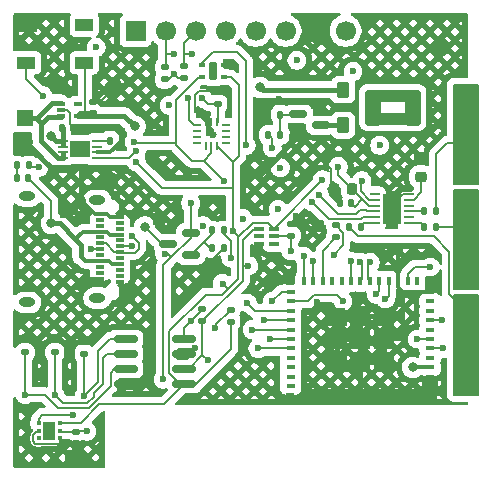
<source format=gbr>
%TF.GenerationSoftware,KiCad,Pcbnew,9.0.4*%
%TF.CreationDate,2025-09-25T23:06:36-04:00*%
%TF.ProjectId,Smarter Watch Stuff,536d6172-7465-4722-9057-617463682053,rev?*%
%TF.SameCoordinates,Original*%
%TF.FileFunction,Copper,L1,Top*%
%TF.FilePolarity,Positive*%
%FSLAX46Y46*%
G04 Gerber Fmt 4.6, Leading zero omitted, Abs format (unit mm)*
G04 Created by KiCad (PCBNEW 9.0.4) date 2025-09-25 23:06:36*
%MOMM*%
%LPD*%
G01*
G04 APERTURE LIST*
G04 Aperture macros list*
%AMRoundRect*
0 Rectangle with rounded corners*
0 $1 Rounding radius*
0 $2 $3 $4 $5 $6 $7 $8 $9 X,Y pos of 4 corners*
0 Add a 4 corners polygon primitive as box body*
4,1,4,$2,$3,$4,$5,$6,$7,$8,$9,$2,$3,0*
0 Add four circle primitives for the rounded corners*
1,1,$1+$1,$2,$3*
1,1,$1+$1,$4,$5*
1,1,$1+$1,$6,$7*
1,1,$1+$1,$8,$9*
0 Add four rect primitives between the rounded corners*
20,1,$1+$1,$2,$3,$4,$5,0*
20,1,$1+$1,$4,$5,$6,$7,0*
20,1,$1+$1,$6,$7,$8,$9,0*
20,1,$1+$1,$8,$9,$2,$3,0*%
%AMOutline5P*
0 Free polygon, 5 corners , with rotation*
0 The origin of the aperture is its center*
0 number of corners: always 5*
0 $1 to $10 corner X, Y*
0 $11 Rotation angle, in degrees counterclockwise*
0 create outline with 5 corners*
4,1,5,$1,$2,$3,$4,$5,$6,$7,$8,$9,$10,$1,$2,$11*%
%AMOutline6P*
0 Free polygon, 6 corners , with rotation*
0 The origin of the aperture is its center*
0 number of corners: always 6*
0 $1 to $12 corner X, Y*
0 $13 Rotation angle, in degrees counterclockwise*
0 create outline with 6 corners*
4,1,6,$1,$2,$3,$4,$5,$6,$7,$8,$9,$10,$11,$12,$1,$2,$13*%
%AMOutline7P*
0 Free polygon, 7 corners , with rotation*
0 The origin of the aperture is its center*
0 number of corners: always 7*
0 $1 to $14 corner X, Y*
0 $15 Rotation angle, in degrees counterclockwise*
0 create outline with 7 corners*
4,1,7,$1,$2,$3,$4,$5,$6,$7,$8,$9,$10,$11,$12,$13,$14,$1,$2,$15*%
%AMOutline8P*
0 Free polygon, 8 corners , with rotation*
0 The origin of the aperture is its center*
0 number of corners: always 8*
0 $1 to $16 corner X, Y*
0 $17 Rotation angle, in degrees counterclockwise*
0 create outline with 8 corners*
4,1,8,$1,$2,$3,$4,$5,$6,$7,$8,$9,$10,$11,$12,$13,$14,$15,$16,$1,$2,$17*%
G04 Aperture macros list end*
%TA.AperFunction,Conductor*%
%ADD10C,0.200000*%
%TD*%
%TA.AperFunction,SMDPad,CuDef*%
%ADD11RoundRect,0.062500X-0.362500X-0.062500X0.362500X-0.062500X0.362500X0.062500X-0.362500X0.062500X0*%
%TD*%
%TA.AperFunction,HeatsinkPad*%
%ADD12R,1.600000X2.500000*%
%TD*%
%TA.AperFunction,SMDPad,CuDef*%
%ADD13RoundRect,0.195000X-0.455000X-1.305000X0.455000X-1.305000X0.455000X1.305000X-0.455000X1.305000X0*%
%TD*%
%TA.AperFunction,SMDPad,CuDef*%
%ADD14RoundRect,0.150000X-2.150000X-0.350000X2.150000X-0.350000X2.150000X0.350000X-2.150000X0.350000X0*%
%TD*%
%TA.AperFunction,SMDPad,CuDef*%
%ADD15RoundRect,0.165000X-0.385000X-0.485000X0.385000X-0.485000X0.385000X0.485000X-0.385000X0.485000X0*%
%TD*%
%TA.AperFunction,SMDPad,CuDef*%
%ADD16RoundRect,0.135000X-0.185000X0.135000X-0.185000X-0.135000X0.185000X-0.135000X0.185000X0.135000X0*%
%TD*%
%TA.AperFunction,SMDPad,CuDef*%
%ADD17R,0.700000X0.300000*%
%TD*%
%TA.AperFunction,HeatsinkPad*%
%ADD18O,1.400000X0.800000*%
%TD*%
%TA.AperFunction,ComponentPad*%
%ADD19R,1.700000X1.700000*%
%TD*%
%TA.AperFunction,ComponentPad*%
%ADD20C,1.700000*%
%TD*%
%TA.AperFunction,SMDPad,CuDef*%
%ADD21RoundRect,0.100000X-0.337500X-0.100000X0.337500X-0.100000X0.337500X0.100000X-0.337500X0.100000X0*%
%TD*%
%TA.AperFunction,SMDPad,CuDef*%
%ADD22RoundRect,0.135000X0.185000X-0.135000X0.185000X0.135000X-0.185000X0.135000X-0.185000X-0.135000X0*%
%TD*%
%TA.AperFunction,SMDPad,CuDef*%
%ADD23RoundRect,0.147500X-0.147500X-0.172500X0.147500X-0.172500X0.147500X0.172500X-0.147500X0.172500X0*%
%TD*%
%TA.AperFunction,SMDPad,CuDef*%
%ADD24RoundRect,0.135000X0.135000X0.185000X-0.135000X0.185000X-0.135000X-0.185000X0.135000X-0.185000X0*%
%TD*%
%TA.AperFunction,SMDPad,CuDef*%
%ADD25RoundRect,0.140000X0.140000X0.170000X-0.140000X0.170000X-0.140000X-0.170000X0.140000X-0.170000X0*%
%TD*%
%TA.AperFunction,SMDPad,CuDef*%
%ADD26RoundRect,0.150000X-0.587500X-0.150000X0.587500X-0.150000X0.587500X0.150000X-0.587500X0.150000X0*%
%TD*%
%TA.AperFunction,SMDPad,CuDef*%
%ADD27RoundRect,0.225000X0.250000X-0.225000X0.250000X0.225000X-0.250000X0.225000X-0.250000X-0.225000X0*%
%TD*%
%TA.AperFunction,SMDPad,CuDef*%
%ADD28RoundRect,0.140000X0.170000X-0.140000X0.170000X0.140000X-0.170000X0.140000X-0.170000X-0.140000X0*%
%TD*%
%TA.AperFunction,SMDPad,CuDef*%
%ADD29R,0.800000X0.400000*%
%TD*%
%TA.AperFunction,SMDPad,CuDef*%
%ADD30R,0.400000X0.800000*%
%TD*%
%TA.AperFunction,HeatsinkPad*%
%ADD31Outline5P,-0.725000X0.130500X-0.130500X0.725000X0.725000X0.725000X0.725000X-0.725000X-0.725000X-0.725000X180.000000*%
%TD*%
%TA.AperFunction,HeatsinkPad*%
%ADD32R,1.450000X1.450000*%
%TD*%
%TA.AperFunction,SMDPad,CuDef*%
%ADD33R,0.700000X0.700000*%
%TD*%
%TA.AperFunction,SMDPad,CuDef*%
%ADD34RoundRect,0.140000X-0.170000X0.140000X-0.170000X-0.140000X0.170000X-0.140000X0.170000X0.140000X0*%
%TD*%
%TA.AperFunction,SMDPad,CuDef*%
%ADD35RoundRect,0.150000X0.587500X0.150000X-0.587500X0.150000X-0.587500X-0.150000X0.587500X-0.150000X0*%
%TD*%
%TA.AperFunction,SMDPad,CuDef*%
%ADD36RoundRect,0.150000X-0.825000X-0.150000X0.825000X-0.150000X0.825000X0.150000X-0.825000X0.150000X0*%
%TD*%
%TA.AperFunction,SMDPad,CuDef*%
%ADD37R,0.675000X0.250000*%
%TD*%
%TA.AperFunction,SMDPad,CuDef*%
%ADD38R,0.250000X0.675000*%
%TD*%
%TA.AperFunction,SMDPad,CuDef*%
%ADD39RoundRect,0.135000X-0.135000X-0.185000X0.135000X-0.185000X0.135000X0.185000X-0.135000X0.185000X0*%
%TD*%
%TA.AperFunction,SMDPad,CuDef*%
%ADD40RoundRect,0.093750X-0.093750X-0.106250X0.093750X-0.106250X0.093750X0.106250X-0.093750X0.106250X0*%
%TD*%
%TA.AperFunction,HeatsinkPad*%
%ADD41R,1.000000X1.600000*%
%TD*%
%TA.AperFunction,SMDPad,CuDef*%
%ADD42R,1.500000X1.000000*%
%TD*%
%TA.AperFunction,SMDPad,CuDef*%
%ADD43RoundRect,0.225000X0.225000X0.250000X-0.225000X0.250000X-0.225000X-0.250000X0.225000X-0.250000X0*%
%TD*%
%TA.AperFunction,SMDPad,CuDef*%
%ADD44RoundRect,0.087500X-0.187500X-0.087500X0.187500X-0.087500X0.187500X0.087500X-0.187500X0.087500X0*%
%TD*%
%TA.AperFunction,SMDPad,CuDef*%
%ADD45RoundRect,0.175000X-0.175000X-0.625000X0.175000X-0.625000X0.175000X0.625000X-0.175000X0.625000X0*%
%TD*%
%TA.AperFunction,SMDPad,CuDef*%
%ADD46RoundRect,0.087500X-0.250000X-0.087500X0.250000X-0.087500X0.250000X0.087500X-0.250000X0.087500X0*%
%TD*%
%TA.AperFunction,ComponentPad*%
%ADD47R,1.350000X1.350000*%
%TD*%
%TA.AperFunction,ComponentPad*%
%ADD48C,1.350000*%
%TD*%
%TA.AperFunction,SMDPad,CuDef*%
%ADD49RoundRect,0.062500X-0.337500X-0.062500X0.337500X-0.062500X0.337500X0.062500X-0.337500X0.062500X0*%
%TD*%
%TA.AperFunction,HeatsinkPad*%
%ADD50R,1.700000X1.400000*%
%TD*%
%TA.AperFunction,ViaPad*%
%ADD51C,0.600000*%
%TD*%
%TA.AperFunction,ViaPad*%
%ADD52C,0.800000*%
%TD*%
%TA.AperFunction,Conductor*%
%ADD53C,0.300000*%
%TD*%
%TA.AperFunction,Conductor*%
%ADD54C,0.450000*%
%TD*%
G04 APERTURE END LIST*
%TO.N,CRX2*%
D10*
X70300000Y-84900000D02*
X72300000Y-84900000D01*
X72300000Y-93300000D01*
X70300000Y-93300000D01*
X70300000Y-84900000D01*
%TA.AperFunction,Conductor*%
G36*
X70300000Y-84900000D02*
G01*
X72300000Y-84900000D01*
X72300000Y-93300000D01*
X70300000Y-93300000D01*
X70300000Y-84900000D01*
G37*
%TD.AperFunction*%
%TO.N,CRX0*%
X70300000Y-76000000D02*
X72300000Y-76000000D01*
X72300000Y-84400000D01*
X70300000Y-84400000D01*
X70300000Y-76000000D01*
%TA.AperFunction,Conductor*%
G36*
X70300000Y-76000000D02*
G01*
X72300000Y-76000000D01*
X72300000Y-84400000D01*
X70300000Y-84400000D01*
X70300000Y-76000000D01*
G37*
%TD.AperFunction*%
%TO.N,CRX1*%
X70300000Y-67100000D02*
X72300000Y-67100000D01*
X72300000Y-75500000D01*
X70300000Y-75500000D01*
X70300000Y-67100000D01*
%TA.AperFunction,Conductor*%
G36*
X70300000Y-67100000D02*
G01*
X72300000Y-67100000D01*
X72300000Y-75500000D01*
X70300000Y-75500000D01*
X70300000Y-67100000D01*
G37*
%TD.AperFunction*%
%TD*%
D11*
%TO.P,U13,1,TXA*%
%TO.N,unconnected-(U13-TXA-Pad1)*%
X63600000Y-76300000D03*
%TO.P,U13,2,SDA*%
%TO.N,SDA*%
X63600000Y-76800000D03*
%TO.P,U13,3,VDD*%
%TO.N,+3.3V*%
X63600000Y-77300000D03*
%TO.P,U13,4,VREG*%
%TO.N,Net-(U13-VREG)*%
X63600000Y-77800000D03*
%TO.P,U13,5,SCL*%
%TO.N,SCL*%
X63600000Y-78300000D03*
%TO.P,U13,6,CRX2/CTX2/BIAS*%
%TO.N,Net-(U13-CRX2{slash}CTX2{slash}BIAS)*%
X63600000Y-78800000D03*
%TO.P,U13,7,CRX0/CTX0*%
%TO.N,Net-(U13-CRX0{slash}CTX0)*%
X66450000Y-78800000D03*
%TO.P,U13,8,NC*%
%TO.N,unconnected-(U13-NC-Pad8)*%
X66450000Y-78300000D03*
%TO.P,U13,9,CRX1/CTX1*%
%TO.N,Net-(U13-CRX1{slash}CTX1)*%
X66450000Y-77800000D03*
%TO.P,U13,10,OUTA*%
%TO.N,OUTA*%
X66450000Y-77300000D03*
%TO.P,U13,11,RDY/MCLR*%
%TO.N,Net-(U13-RDY{slash}MCLR)*%
X66450000Y-76800000D03*
%TO.P,U13,12,VSS*%
%TO.N,GND*%
X66450000Y-76300000D03*
D12*
%TO.P,U13,13,TAB*%
X65025000Y-77550000D03*
%TD*%
D13*
%TO.P,M1,0*%
%TO.N,N/C*%
X63400000Y-69000000D03*
D14*
X65100000Y-68000000D03*
X65100000Y-70000000D03*
D13*
X66800000Y-69000000D03*
D15*
%TO.P,M1,1,+*%
%TO.N,+3.3V*%
X60900000Y-67500000D03*
%TO.P,M1,2,-*%
%TO.N,Net-(M1--)*%
X60900000Y-70500000D03*
%TD*%
D16*
%TO.P,R18,1*%
%TO.N,GND*%
X34000000Y-88690000D03*
%TO.P,R18,2*%
%TO.N,Net-(U12-A2)*%
X34000000Y-89710000D03*
%TD*%
D17*
%TO.P,J3,A1*%
%TO.N,GND*%
X42020000Y-78250000D03*
%TO.P,J3,A2*%
%TO.N,unconnected-(J3-PadA2)*%
X42020000Y-78750000D03*
%TO.P,J3,A3*%
%TO.N,unconnected-(J3-PadA3)*%
X42020000Y-79250000D03*
%TO.P,J3,A4*%
%TO.N,+5V*%
X42020000Y-79750000D03*
%TO.P,J3,A5*%
%TO.N,unconnected-(J3-PadA5)*%
X42020000Y-80250000D03*
%TO.P,J3,A6*%
%TO.N,USB_D+*%
X42020000Y-80750000D03*
%TO.P,J3,A7*%
%TO.N,USB_D-*%
X42020000Y-81250000D03*
%TO.P,J3,A8*%
%TO.N,unconnected-(J3-PadA8)*%
X42020000Y-81750000D03*
%TO.P,J3,A9*%
%TO.N,+5V*%
X42020000Y-82250000D03*
%TO.P,J3,A10*%
%TO.N,unconnected-(J3-PadA10)*%
X42020000Y-82750000D03*
%TO.P,J3,A11*%
%TO.N,unconnected-(J3-PadA11)*%
X42020000Y-83250000D03*
%TO.P,J3,A12*%
%TO.N,GND*%
X42020000Y-83750000D03*
%TO.P,J3,B1*%
X40320000Y-83500000D03*
%TO.P,J3,B2*%
%TO.N,unconnected-(J3-PadB2)*%
X40320000Y-83000000D03*
%TO.P,J3,B3*%
%TO.N,unconnected-(J3-PadB3)*%
X40320000Y-82500000D03*
%TO.P,J3,B4*%
%TO.N,+5V*%
X40320000Y-82000000D03*
%TO.P,J3,B5*%
%TO.N,unconnected-(J3-PadB5)*%
X40320000Y-81500000D03*
%TO.P,J3,B6*%
%TO.N,USB_D+*%
X40320000Y-81000000D03*
%TO.P,J3,B7*%
%TO.N,USB_D-*%
X40320000Y-80500000D03*
%TO.P,J3,B8*%
%TO.N,unconnected-(J3-PadB8)*%
X40320000Y-80000000D03*
%TO.P,J3,B9*%
%TO.N,+5V*%
X40320000Y-79500000D03*
%TO.P,J3,B10*%
%TO.N,unconnected-(J3-PadB10)*%
X40320000Y-79000000D03*
%TO.P,J3,B11*%
%TO.N,unconnected-(J3-PadB11)*%
X40320000Y-78500000D03*
%TO.P,J3,B12*%
%TO.N,GND*%
X40320000Y-78000000D03*
D18*
%TO.P,J3,S1*%
%TO.N,N/C*%
X34160000Y-76510000D03*
X40110000Y-76870000D03*
X40110000Y-85130000D03*
X34160000Y-85490000D03*
%TD*%
D19*
%TO.P,U8,1,LED*%
%TO.N,Net-(Q2-S)*%
X43340000Y-62500000D03*
D20*
%TO.P,U8,2,SCK*%
%TO.N,SCLK*%
X45880000Y-62500000D03*
%TO.P,U8,3,SDA*%
%TO.N,MOSI*%
X48420000Y-62500000D03*
%TO.P,U8,4,A0*%
%TO.N,Screen_A0*%
X50960000Y-62500000D03*
%TO.P,U8,5,RESET*%
%TO.N,Screen_Reset*%
X53500000Y-62500000D03*
%TO.P,U8,6,CS*%
%TO.N,Screen_CS*%
X56040000Y-62500000D03*
%TO.P,U8,7,GND*%
%TO.N,GND*%
X58580000Y-62500000D03*
%TO.P,U8,8,VCC*%
%TO.N,Net-(Q3-S)*%
X61120000Y-62500000D03*
%TD*%
D16*
%TO.P,R7,1*%
%TO.N,+3.3V*%
X51400000Y-86100000D03*
%TO.P,R7,2*%
%TO.N,SDA*%
X51400000Y-87120000D03*
%TD*%
D21*
%TO.P,U2,1,SCL*%
%TO.N,SCL*%
X53750000Y-79250000D03*
%TO.P,U2,2,INT*%
%TO.N,unconnected-(U2-INT-Pad2)*%
X53750000Y-79900000D03*
%TO.P,U2,3,GND*%
%TO.N,GND*%
X53750000Y-80550000D03*
%TO.P,U2,4,NC*%
%TO.N,unconnected-(U2-NC-Pad4)*%
X55025000Y-80550000D03*
%TO.P,U2,5,VDD*%
%TO.N,+3.3V_sensor*%
X55025000Y-79900000D03*
%TO.P,U2,6,SDA*%
%TO.N,SDA*%
X55025000Y-79250000D03*
%TD*%
D22*
%TO.P,R9,1*%
%TO.N,+3.3V*%
X47400000Y-66520000D03*
%TO.P,R9,2*%
%TO.N,MOSI*%
X47400000Y-65500000D03*
%TD*%
D16*
%TO.P,R16,1*%
%TO.N,GND*%
X39000000Y-88843641D03*
%TO.P,R16,2*%
%TO.N,Net-(U12-A0)*%
X39000000Y-89863641D03*
%TD*%
D23*
%TO.P,D1,1,K*%
%TO.N,Net-(D1-K)*%
X33280000Y-75000000D03*
%TO.P,D1,2,A*%
%TO.N,+5V*%
X34250000Y-75000000D03*
%TD*%
D16*
%TO.P,R4,1*%
%TO.N,+3.3V*%
X60300000Y-78980000D03*
%TO.P,R4,2*%
%TO.N,Net-(U5-IO8)*%
X60300000Y-80000000D03*
%TD*%
D24*
%TO.P,R10,1*%
%TO.N,Sensor_enable*%
X50820000Y-79400000D03*
%TO.P,R10,2*%
%TO.N,Net-(Q1-G)*%
X49800000Y-79400000D03*
%TD*%
D25*
%TO.P,C5,1*%
%TO.N,GND*%
X38080000Y-70700000D03*
%TO.P,C5,2*%
%TO.N,+5V*%
X37120000Y-70700000D03*
%TD*%
D26*
%TO.P,Q4,1,G*%
%TO.N,Net-(Q4-G)*%
X57125000Y-69550000D03*
%TO.P,Q4,2,S*%
%TO.N,GND*%
X57125000Y-71450000D03*
%TO.P,Q4,3,D*%
%TO.N,Net-(M1--)*%
X59000000Y-70500000D03*
%TD*%
D24*
%TO.P,R22,1*%
%TO.N,CRX1*%
X68810000Y-77800000D03*
%TO.P,R22,2*%
%TO.N,Net-(U13-CRX1{slash}CTX1)*%
X67790000Y-77800000D03*
%TD*%
D27*
%TO.P,C15,1*%
%TO.N,Net-(U13-RDY{slash}MCLR)*%
X67500000Y-74850000D03*
%TO.P,C15,2*%
%TO.N,GND*%
X67500000Y-73300000D03*
%TD*%
D22*
%TO.P,R8,1*%
%TO.N,+3.3V*%
X45800000Y-66620000D03*
%TO.P,R8,2*%
%TO.N,SCLK*%
X45800000Y-65600000D03*
%TD*%
D28*
%TO.P,C4,1*%
%TO.N,+3.3V_sensor*%
X56500000Y-79860000D03*
%TO.P,C4,2*%
%TO.N,GND*%
X56500000Y-78900000D03*
%TD*%
D29*
%TO.P,U5,1,GND*%
%TO.N,GND*%
X68275000Y-92600000D03*
%TO.P,U5,2,GND*%
X68275000Y-91800000D03*
%TO.P,U5,3,3V3*%
%TO.N,+3.3V*%
X68275000Y-91000000D03*
%TO.P,U5,4,NC*%
%TO.N,unconnected-(U5-NC-Pad4)*%
X68275000Y-90200000D03*
%TO.P,U5,5,IO2*%
%TO.N,Screen_Reset*%
X68275000Y-89400000D03*
%TO.P,U5,6,IO3*%
%TO.N,Screen_A0*%
X68275000Y-88600000D03*
%TO.P,U5,7,NC*%
%TO.N,unconnected-(U5-NC-Pad7)*%
X68275000Y-87800000D03*
%TO.P,U5,8,EN*%
%TO.N,Net-(SW1-B)*%
X68275000Y-87000000D03*
%TO.P,U5,9,IO4*%
%TO.N,unconnected-(U5-IO4-Pad9)*%
X68275000Y-86200000D03*
%TO.P,U5,10,IO5*%
%TO.N,unconnected-(U5-IO5-Pad10)*%
X68275000Y-85400000D03*
%TO.P,U5,11,GND*%
%TO.N,GND*%
X68275000Y-84600000D03*
D30*
%TO.P,U5,12,IO0*%
%TO.N,unconnected-(U5-IO0-Pad12)*%
X67175000Y-83700000D03*
%TO.P,U5,13,IO1*%
%TO.N,Screen_CS*%
X66375000Y-83700000D03*
%TO.P,U5,14,GND*%
%TO.N,GND*%
X65575000Y-83700000D03*
%TO.P,U5,15,IO6*%
%TO.N,SCL*%
X64775000Y-83700000D03*
%TO.P,U5,16,IO7*%
%TO.N,SDA*%
X63975000Y-83700000D03*
%TO.P,U5,17,IO12*%
%TO.N,USB_D-*%
X63175000Y-83700000D03*
%TO.P,U5,18,IO13*%
%TO.N,USB_D+*%
X62375000Y-83700000D03*
%TO.P,U5,19,IO14*%
%TO.N,Screen_power*%
X61575000Y-83700000D03*
%TO.P,U5,20,IO15*%
%TO.N,unconnected-(U5-IO15-Pad20)*%
X60775000Y-83700000D03*
%TO.P,U5,21,NC*%
%TO.N,unconnected-(U5-NC-Pad21)*%
X59975000Y-83700000D03*
%TO.P,U5,22,IO8*%
%TO.N,Net-(U5-IO8)*%
X59175000Y-83700000D03*
%TO.P,U5,23,IO9*%
%TO.N,Net-(SW2-B)*%
X58375000Y-83700000D03*
%TO.P,U5,24,IO18*%
%TO.N,Vibrate*%
X57575000Y-83700000D03*
D29*
%TO.P,U5,25,IO19*%
%TO.N,Sensor_enable*%
X56475000Y-84600000D03*
%TO.P,U5,26,IO20*%
%TO.N,Backlight*%
X56475000Y-85400000D03*
%TO.P,U5,27,IO21*%
%TO.N,RGB_DIN*%
X56475000Y-86200000D03*
%TO.P,U5,28,IO22*%
%TO.N,MOSI*%
X56475000Y-87000000D03*
%TO.P,U5,29,IO23*%
%TO.N,SCLK*%
X56475000Y-87800000D03*
%TO.P,U5,30,RXD0*%
%TO.N,Net-(U5-RXD0)*%
X56475000Y-88600000D03*
%TO.P,U5,31,TXD0*%
%TO.N,Net-(U5-TXD0)*%
X56475000Y-89400000D03*
%TO.P,U5,32,NC*%
%TO.N,unconnected-(U5-NC-Pad32)*%
X56475000Y-90200000D03*
%TO.P,U5,33,NC*%
%TO.N,unconnected-(U5-NC-Pad33)*%
X56475000Y-91000000D03*
%TO.P,U5,34,NC*%
%TO.N,unconnected-(U5-NC-Pad34)*%
X56475000Y-91800000D03*
%TO.P,U5,35,NC*%
%TO.N,unconnected-(U5-NC-Pad35)*%
X56475000Y-92600000D03*
D30*
%TO.P,U5,36,GND*%
%TO.N,GND*%
X57575000Y-93500000D03*
%TO.P,U5,37,GND*%
X58375000Y-93500000D03*
%TO.P,U5,38,GND*%
X59175000Y-93500000D03*
%TO.P,U5,39,GND*%
X59975000Y-93500000D03*
%TO.P,U5,40,GND*%
X60775000Y-93500000D03*
%TO.P,U5,41,GND*%
X61575000Y-93500000D03*
%TO.P,U5,42,GND*%
X62375000Y-93500000D03*
%TO.P,U5,43,GND*%
X63175000Y-93500000D03*
%TO.P,U5,44,GND*%
X63975000Y-93500000D03*
%TO.P,U5,45,GND*%
X64775000Y-93500000D03*
%TO.P,U5,46,GND*%
X65575000Y-93500000D03*
%TO.P,U5,47,GND*%
X66375000Y-93500000D03*
%TO.P,U5,48,GND*%
X67175000Y-93500000D03*
D31*
%TO.P,U5,49,GND*%
X64350000Y-90575000D03*
D32*
X64350000Y-88600000D03*
X64350000Y-86625000D03*
X62375000Y-90575000D03*
X62375000Y-88600000D03*
X62375000Y-86625000D03*
X60400000Y-90575000D03*
X60400000Y-88600000D03*
X60400000Y-86625000D03*
D33*
%TO.P,U5,50,GND*%
X56425000Y-93550000D03*
%TO.P,U5,51,GND*%
X56425000Y-83650000D03*
%TO.P,U5,52,GND*%
X68325000Y-83650000D03*
%TO.P,U5,53,GND*%
X68325000Y-93550000D03*
%TD*%
D34*
%TO.P,C14,1*%
%TO.N,GND*%
X50300000Y-67720000D03*
%TO.P,C14,2*%
%TO.N,+3.3V*%
X50300000Y-68680000D03*
%TD*%
D35*
%TO.P,Q1,1,G*%
%TO.N,Net-(Q1-G)*%
X48000000Y-81500000D03*
%TO.P,Q1,2,S*%
%TO.N,+3.3V_sensor*%
X48000000Y-79600000D03*
%TO.P,Q1,3,D*%
%TO.N,+3.3V*%
X46125000Y-80550000D03*
%TD*%
D36*
%TO.P,U12,1,A0*%
%TO.N,Net-(U12-A0)*%
X42525000Y-88595000D03*
%TO.P,U12,2,A1*%
%TO.N,Net-(U12-A1)*%
X42525000Y-89865000D03*
%TO.P,U12,3,A2*%
%TO.N,Net-(U12-A2)*%
X42525000Y-91135000D03*
%TO.P,U12,4,VSS*%
%TO.N,GND*%
X42525000Y-92405000D03*
%TO.P,U12,5,SDA*%
%TO.N,SDA*%
X47475000Y-92405000D03*
%TO.P,U12,6,SCL*%
%TO.N,SCL*%
X47475000Y-91135000D03*
%TO.P,U12,7,WP*%
%TO.N,GND*%
X47475000Y-89865000D03*
%TO.P,U12,8,VDD*%
%TO.N,+3.3V*%
X47475000Y-88595000D03*
%TD*%
D37*
%TO.P,U11,1,SDO*%
%TO.N,unconnected-(U11-SDO-Pad1)*%
X51025000Y-72000000D03*
%TO.P,U11,2,ASD*%
%TO.N,unconnected-(U11-ASD-Pad2)*%
X51025000Y-71500000D03*
%TO.P,U11,3,ASC*%
%TO.N,unconnected-(U11-ASC-Pad3)*%
X51025000Y-71000000D03*
%TO.P,U11,4,INT1*%
%TO.N,unconnected-(U11-INT1-Pad4)*%
X51025000Y-70500000D03*
D38*
%TO.P,U11,5,VDDIO*%
%TO.N,+3.3V*%
X50262500Y-70237500D03*
%TO.P,U11,6,GND*%
%TO.N,GND*%
X49762500Y-70237500D03*
%TO.P,U11,7,GND*%
X49262500Y-70237500D03*
D37*
%TO.P,U11,8,VDD*%
%TO.N,+3.3V*%
X48500000Y-70500000D03*
%TO.P,U11,9,INT2*%
%TO.N,unconnected-(U11-INT2-Pad9)*%
X48500000Y-71000000D03*
%TO.P,U11,10,OCSB*%
%TO.N,unconnected-(U11-OCSB-Pad10)*%
X48500000Y-71500000D03*
%TO.P,U11,11,OSDO*%
%TO.N,unconnected-(U11-OSDO-Pad11)*%
X48500000Y-72000000D03*
D38*
%TO.P,U11,12,CSB*%
%TO.N,unconnected-(U11-CSB-Pad12)*%
X49262500Y-72262500D03*
%TO.P,U11,13,SC*%
%TO.N,SCL*%
X49762500Y-72262500D03*
%TO.P,U11,14,SD*%
%TO.N,SDA*%
X50262500Y-72262500D03*
%TD*%
D39*
%TO.P,R1,1*%
%TO.N,Net-(U3-PROG)*%
X41180000Y-71800000D03*
%TO.P,R1,2*%
%TO.N,GND*%
X42200000Y-71800000D03*
%TD*%
D28*
%TO.P,C8,1*%
%TO.N,GND*%
X38300000Y-97400000D03*
%TO.P,C8,2*%
%TO.N,+3.3V_sensor*%
X38300000Y-96440000D03*
%TD*%
D40*
%TO.P,U7,1,SCL*%
%TO.N,SCL*%
X35125000Y-95700000D03*
%TO.P,U7,2,GND*%
%TO.N,GND*%
X35125000Y-96350000D03*
%TO.P,U7,3,ALERT*%
%TO.N,unconnected-(U7-ALERT-Pad3)*%
X35125000Y-97000000D03*
%TO.P,U7,4,ADD0*%
%TO.N,GND*%
X36900000Y-97000000D03*
%TO.P,U7,5,V+*%
%TO.N,+3.3V_sensor*%
X36900000Y-96350000D03*
%TO.P,U7,6,SDA*%
%TO.N,SDA*%
X36900000Y-95700000D03*
D41*
%TO.P,U7,7*%
%TO.N,N/C*%
X36012500Y-96350000D03*
%TD*%
D39*
%TO.P,R19,1*%
%TO.N,Vibrate*%
X54590000Y-71300000D03*
%TO.P,R19,2*%
%TO.N,Net-(Q4-G)*%
X55610000Y-71300000D03*
%TD*%
%TO.P,R23,1*%
%TO.N,CRX2*%
X61390000Y-79100000D03*
%TO.P,R23,2*%
%TO.N,Net-(U13-CRX2{slash}CTX2{slash}BIAS)*%
X62410000Y-79100000D03*
%TD*%
D42*
%TO.P,D2,1,VSS*%
%TO.N,GND*%
X34100000Y-62000000D03*
%TO.P,D2,2,DIN*%
%TO.N,RGB_DIN*%
X34100000Y-65200000D03*
%TO.P,D2,3,VDD*%
%TO.N,+3.3V*%
X39000000Y-65200000D03*
%TO.P,D2,4,DO*%
%TO.N,unconnected-(D2-DO-Pad4)*%
X39000000Y-62000000D03*
%TD*%
D16*
%TO.P,R6,1*%
%TO.N,+3.3V*%
X49000000Y-86080000D03*
%TO.P,R6,2*%
%TO.N,SCL*%
X49000000Y-87100000D03*
%TD*%
%TO.P,R17,1*%
%TO.N,GND*%
X36500000Y-88690000D03*
%TO.P,R17,2*%
%TO.N,Net-(U12-A1)*%
X36500000Y-89710000D03*
%TD*%
D28*
%TO.P,C7,1*%
%TO.N,+3.3V*%
X39700000Y-69460000D03*
%TO.P,C7,2*%
%TO.N,GND*%
X39700000Y-68500000D03*
%TD*%
D43*
%TO.P,C17,1*%
%TO.N,+3.3V*%
X61675000Y-75900000D03*
%TO.P,C17,2*%
%TO.N,GND*%
X60125000Y-75900000D03*
%TD*%
D44*
%TO.P,U6,1,VDD*%
%TO.N,+3.3V_sensor*%
X49000000Y-65400000D03*
%TO.P,U6,2,SCL*%
%TO.N,SCL*%
X49000000Y-66400000D03*
%TO.P,U6,3,SDA*%
%TO.N,SDA*%
X50850000Y-66400000D03*
%TO.P,U6,4,VSS*%
%TO.N,GND*%
X50850000Y-65400000D03*
D45*
%TO.P,U6,5,NC*%
%TO.N,unconnected-(U6-NC-Pad5)*%
X49925000Y-65900000D03*
%TD*%
D24*
%TO.P,R21,1*%
%TO.N,CRX0*%
X68810000Y-79100000D03*
%TO.P,R21,2*%
%TO.N,Net-(U13-CRX0{slash}CTX0)*%
X67790000Y-79100000D03*
%TD*%
D25*
%TO.P,C16,1*%
%TO.N,+3.3V*%
X61580000Y-77100000D03*
%TO.P,C16,2*%
%TO.N,GND*%
X60620000Y-77100000D03*
%TD*%
D24*
%TO.P,R11,1*%
%TO.N,GND*%
X50810000Y-80900000D03*
%TO.P,R11,2*%
%TO.N,Net-(Q1-G)*%
X49790000Y-80900000D03*
%TD*%
D46*
%TO.P,U4,1,CTRL*%
%TO.N,+BATT*%
X37000000Y-68700000D03*
%TO.P,U4,2,GND*%
%TO.N,GND*%
X37000000Y-69200000D03*
%TO.P,U4,3,VIN*%
%TO.N,+BATT*%
X37000000Y-69700000D03*
%TO.P,U4,4,VOUT*%
%TO.N,+3.3V*%
X38425000Y-69700000D03*
%TO.P,U4,5,NC*%
%TO.N,unconnected-(U4-NC-Pad5)*%
X38425000Y-68700000D03*
%TD*%
D24*
%TO.P,R20,1*%
%TO.N,Net-(Q4-G)*%
X55610000Y-69600000D03*
%TO.P,R20,2*%
%TO.N,GND*%
X54590000Y-69600000D03*
%TD*%
D47*
%TO.P,BT1,1,+*%
%TO.N,+BATT*%
X34000000Y-69900000D03*
D48*
%TO.P,BT1,2,-*%
%TO.N,GND*%
X34000000Y-71900000D03*
%TD*%
D39*
%TO.P,R2,1*%
%TO.N,Net-(D1-K)*%
X33290000Y-73900000D03*
%TO.P,R2,2*%
%TO.N,Net-(U3-STAT)*%
X34310000Y-73900000D03*
%TD*%
D49*
%TO.P,U3,1,V_{DD}*%
%TO.N,+5V*%
X37175000Y-71800000D03*
%TO.P,U3,2,V_{DD}*%
X37175000Y-72300000D03*
%TO.P,U3,3,V_{BAT}*%
%TO.N,+BATT*%
X37175000Y-72800000D03*
%TO.P,U3,4,V_{BAT}*%
X37175000Y-73300000D03*
%TO.P,U3,5,STAT*%
%TO.N,Net-(U3-STAT)*%
X40075000Y-73300000D03*
%TO.P,U3,6,V_{SS}*%
%TO.N,GND*%
X40075000Y-72800000D03*
%TO.P,U3,7,NC*%
%TO.N,unconnected-(U3-NC-Pad7)*%
X40075000Y-72300000D03*
%TO.P,U3,8,PROG*%
%TO.N,Net-(U3-PROG)*%
X40075000Y-71800000D03*
D50*
%TO.P,U3,9*%
%TO.N,N/C*%
X38625000Y-72550000D03*
%TD*%
D51*
%TO.N,GND*%
X56911765Y-78211765D03*
X38100000Y-98700000D03*
%TO.N,+3.3V*%
X47799000Y-68200000D03*
X50100000Y-87700000D03*
X48000000Y-87100000D03*
X60500000Y-74000000D03*
%TO.N,SDA*%
X62500000Y-75200000D03*
X59151000Y-75124000D03*
%TO.N,Net-(U13-VREG)*%
X58900000Y-76400000D03*
%TO.N,SCL*%
X58300000Y-77000000D03*
%TO.N,+3.3V*%
X60100000Y-81500000D03*
%TO.N,GND*%
X49900000Y-71300000D03*
X51600000Y-65500000D03*
X36900000Y-67100000D03*
X48400000Y-89400000D03*
X42700000Y-84700000D03*
X39100000Y-84000000D03*
%TO.N,+3.3V_sensor*%
X45800000Y-81374280D03*
%TO.N,GND*%
X45100000Y-78700000D03*
X49300000Y-83800000D03*
X59000000Y-78800000D03*
%TO.N,Net-(U10-VDD)*%
X49063739Y-79003470D03*
X52400000Y-78400000D03*
%TO.N,GND*%
X41500000Y-67300000D03*
X69200000Y-63900000D03*
X65300000Y-80700000D03*
X65201000Y-77589527D03*
X55500000Y-68300000D03*
%TO.N,+3.3V*%
X49000000Y-68200000D03*
X46600000Y-66200000D03*
%TO.N,GND*%
X53600000Y-68900000D03*
%TO.N,+3.3V_sensor*%
X52700000Y-72200000D03*
X39200000Y-96400000D03*
X45700000Y-92000000D03*
X56474265Y-81125735D03*
X55400000Y-77600000D03*
X48000000Y-77100000D03*
%TO.N,Backlight*%
X40000000Y-63900000D03*
X46200000Y-68800000D03*
X60900000Y-85400000D03*
X55600000Y-74100000D03*
%TO.N,Sensor_enable*%
X51399000Y-81700000D03*
X54900000Y-85400000D03*
%TO.N,Screen_power*%
X61557015Y-81994269D03*
X57000000Y-65000000D03*
%TO.N,Net-(SW2-B)*%
X58400000Y-82000000D03*
X64000000Y-72200000D03*
%TO.N,Net-(SW1-B)*%
X61751499Y-65948501D03*
X69300000Y-87000000D03*
%TO.N,Screen_CS*%
X68300000Y-82500000D03*
%TO.N,Screen_Reset*%
X69400000Y-89400000D03*
%TO.N,Screen_A0*%
X67200000Y-88600000D03*
%TO.N,Vibrate*%
X54900000Y-72400000D03*
X57600000Y-81600000D03*
%TO.N,RGB_DIN*%
X52800000Y-85549000D03*
X35500000Y-68000000D03*
%TO.N,GND*%
X42000000Y-70800000D03*
D52*
X41000000Y-75200000D03*
D51*
X52500000Y-74801000D03*
X37200000Y-78100000D03*
X55100000Y-83700000D03*
X58700000Y-85500000D03*
D52*
%TO.N,+3.3V*%
X53900000Y-67300000D03*
X44100000Y-79100000D03*
X43300000Y-70600000D03*
X66800000Y-91000000D03*
D51*
%TO.N,SCL*%
X50800000Y-75200000D03*
X49500000Y-90400000D03*
X38000000Y-95002000D03*
%TO.N,Net-(U5-TXD0)*%
X53700000Y-89400000D03*
%TO.N,Net-(U5-RXD0)*%
X54700000Y-88600000D03*
%TO.N,SDA*%
X50700000Y-83900000D03*
%TO.N,SCL*%
X64500000Y-85200000D03*
%TO.N,SDA*%
X63700000Y-84800000D03*
%TO.N,SCL*%
X43200000Y-71900000D03*
%TO.N,SDA*%
X43400000Y-73601000D03*
%TO.N,Net-(U12-A0)*%
X39000000Y-93400000D03*
%TO.N,Net-(U12-A1)*%
X36500000Y-93300000D03*
%TO.N,Net-(U12-A2)*%
X34000000Y-93300000D03*
%TO.N,SCL*%
X52900000Y-82400000D03*
%TO.N,SDA*%
X51600000Y-79474999D03*
%TO.N,USB_D+*%
X62350000Y-82100000D03*
%TO.N,USB_D-*%
X63200000Y-82100000D03*
X43000000Y-79900000D03*
%TO.N,USB_D+*%
X43000000Y-80700000D03*
X39600000Y-81000000D03*
%TO.N,SCLK*%
X53200000Y-87800000D03*
X46600000Y-64500000D03*
%TO.N,MOSI*%
X54200000Y-87000000D03*
X48100000Y-64500000D03*
%TO.N,Net-(U3-STAT)*%
X35137347Y-74062653D03*
X43400000Y-72700000D03*
D52*
%TO.N,+5V*%
X36200000Y-78800000D03*
X36200000Y-71400000D03*
%TD*%
D10*
%TO.N,+3.3V*%
X61675000Y-75900000D02*
X60500000Y-74725000D01*
X60500000Y-74725000D02*
X60500000Y-74000000D01*
%TO.N,GND*%
X60125000Y-75900000D02*
X59899000Y-75674000D01*
X59899000Y-75674000D02*
X59899000Y-74224000D01*
X59899000Y-74224000D02*
X57125000Y-71450000D01*
%TO.N,+3.3V*%
X61600000Y-75900000D02*
X61675000Y-75900000D01*
%TO.N,GND*%
X60125000Y-75900000D02*
X60125000Y-75375000D01*
X56911765Y-78211765D02*
X56911765Y-78488235D01*
X56911765Y-78488235D02*
X56500000Y-78900000D01*
X50810000Y-80900000D02*
X49300000Y-82410000D01*
X49300000Y-82410000D02*
X49300000Y-83800000D01*
X50810000Y-80900000D02*
X50800000Y-80900000D01*
X38300000Y-98500000D02*
X38100000Y-98700000D01*
X38300000Y-97400000D02*
X38300000Y-98500000D01*
X34865142Y-97501000D02*
X36900000Y-97501000D01*
X36900000Y-97000000D02*
X36900000Y-97501000D01*
X35125000Y-96350000D02*
X35014142Y-96350000D01*
X35014142Y-96350000D02*
X34636500Y-96727642D01*
X34636500Y-96727642D02*
X34636500Y-97272358D01*
X34636500Y-97272358D02*
X34865142Y-97501000D01*
X36900000Y-97501000D02*
X38199000Y-97501000D01*
X38199000Y-97501000D02*
X38300000Y-97400000D01*
%TO.N,+3.3V*%
X47475000Y-88595000D02*
X47475000Y-87625000D01*
X47475000Y-87625000D02*
X48000000Y-87100000D01*
X46125000Y-80550000D02*
X45550000Y-80550000D01*
X45550000Y-80550000D02*
X44100000Y-79100000D01*
%TO.N,SCL*%
X46800000Y-72000000D02*
X46800000Y-68349057D01*
X46800000Y-68349057D02*
X48749057Y-66400000D01*
X48749057Y-66400000D02*
X49000000Y-66400000D01*
%TO.N,+3.3V*%
X48500000Y-70500000D02*
X48287500Y-70500000D01*
X48287500Y-70500000D02*
X47833550Y-70046050D01*
X47799000Y-68199000D02*
X47799000Y-68200000D01*
X47833550Y-70046050D02*
X47833550Y-68233550D01*
X47833550Y-68233550D02*
X47799000Y-68199000D01*
X50100000Y-87400000D02*
X50100000Y-87700000D01*
X51400000Y-86100000D02*
X50100000Y-87400000D01*
X49000000Y-86100000D02*
X48000000Y-87100000D01*
X49000000Y-86080000D02*
X49000000Y-86100000D01*
%TO.N,GND*%
X37000000Y-69200000D02*
X37537348Y-69200000D01*
X37786500Y-69449152D02*
X37786500Y-70406500D01*
X37786500Y-70406500D02*
X38080000Y-70700000D01*
X37537348Y-69200000D02*
X37786500Y-69449152D01*
%TO.N,SDA*%
X62426000Y-75274000D02*
X62500000Y-75200000D01*
X62426000Y-75425890D02*
X62426000Y-75274000D01*
%TO.N,Net-(U13-VREG)*%
X60499000Y-77999000D02*
X58900000Y-76400000D01*
X60966100Y-77999000D02*
X60499000Y-77999000D01*
X60978100Y-78011000D02*
X60966100Y-77999000D01*
%TO.N,+3.3V*%
X61580000Y-77100000D02*
X61880000Y-77400000D01*
X61880000Y-77400000D02*
X61900000Y-77400000D01*
X61900000Y-77400000D02*
X62537500Y-76762500D01*
%TO.N,GND*%
X60125000Y-75900000D02*
X60125000Y-76785000D01*
X60125000Y-76785000D02*
X60440000Y-77100000D01*
X60440000Y-77100000D02*
X60620000Y-77100000D01*
%TO.N,Net-(U13-VREG)*%
X62026550Y-78011000D02*
X60978100Y-78011000D01*
X62337550Y-77700000D02*
X62026550Y-78011000D01*
X62900000Y-77700000D02*
X62337550Y-77700000D01*
%TO.N,SCL*%
X63600000Y-78300000D02*
X62579000Y-78300000D01*
X62579000Y-78300000D02*
X62400000Y-78479000D01*
X60800000Y-78400000D02*
X59700000Y-78400000D01*
X62400000Y-78479000D02*
X60879000Y-78479000D01*
X60879000Y-78479000D02*
X60800000Y-78400000D01*
X59700000Y-78400000D02*
X58300000Y-77000000D01*
%TO.N,CRX2*%
X70500000Y-85400000D02*
X69899000Y-84799000D01*
X68600000Y-79900000D02*
X62190000Y-79900000D01*
X69899000Y-84799000D02*
X69899000Y-81199000D01*
X69899000Y-81199000D02*
X68600000Y-79900000D01*
X62190000Y-79900000D02*
X61390000Y-79100000D01*
%TO.N,Net-(U13-CRX2{slash}CTX2{slash}BIAS)*%
X62410000Y-79100000D02*
X62710000Y-78800000D01*
X62710000Y-78800000D02*
X63600000Y-78800000D01*
%TO.N,Net-(U13-VREG)*%
X62926000Y-77726000D02*
X62900000Y-77700000D01*
X63526000Y-77726000D02*
X62926000Y-77726000D01*
X63600000Y-77800000D02*
X63526000Y-77726000D01*
X63600000Y-77800000D02*
X63578000Y-77778000D01*
X63600000Y-77800000D02*
X63400000Y-77800000D01*
%TO.N,+3.3V*%
X60921000Y-80679000D02*
X60100000Y-81500000D01*
X60921000Y-79601000D02*
X60921000Y-80679000D01*
X60300000Y-78980000D02*
X60921000Y-79601000D01*
%TO.N,GND*%
X48512500Y-69487500D02*
X49262500Y-70237500D01*
X48512500Y-69487500D02*
X49900000Y-70875000D01*
X49900000Y-70875000D02*
X49900000Y-71300000D01*
X49262500Y-70237500D02*
X49762500Y-70237500D01*
X50300000Y-67720000D02*
X50179000Y-67599000D01*
X48399000Y-69374000D02*
X48512500Y-69487500D01*
X50179000Y-67599000D02*
X48751057Y-67599000D01*
X48751057Y-67599000D02*
X48399000Y-67951057D01*
X48399000Y-67951057D02*
X48399000Y-69374000D01*
X50300000Y-67720000D02*
X50300000Y-67700000D01*
X51500000Y-65400000D02*
X51600000Y-65500000D01*
X50850000Y-65400000D02*
X51500000Y-65400000D01*
%TO.N,SCL*%
X49000000Y-87100000D02*
X49000000Y-89956968D01*
%TO.N,GND*%
X47935000Y-89865000D02*
X48400000Y-89400000D01*
X47475000Y-89865000D02*
X47935000Y-89865000D01*
X42286000Y-84286000D02*
X42700000Y-84700000D01*
X42286000Y-84200000D02*
X42286000Y-84286000D01*
D53*
X39600000Y-83500000D02*
X39100000Y-84000000D01*
X40320000Y-83500000D02*
X39600000Y-83500000D01*
D10*
X42286000Y-84016000D02*
X42286000Y-84200000D01*
X42020000Y-83750000D02*
X42286000Y-84016000D01*
D53*
X40320000Y-83880000D02*
X40300000Y-83900000D01*
X40320000Y-83500000D02*
X40320000Y-83880000D01*
D10*
%TO.N,+3.3V_sensor*%
X48000000Y-80054468D02*
X46377234Y-81677234D01*
X45800000Y-81374280D02*
X46074280Y-81374280D01*
X46074280Y-81374280D02*
X46377234Y-81677234D01*
%TO.N,Net-(U10-VDD)*%
X49063739Y-79003470D02*
X49100000Y-79039731D01*
%TO.N,GND*%
X40300000Y-68500000D02*
X41500000Y-67300000D01*
X39700000Y-68500000D02*
X40300000Y-68500000D01*
X67600000Y-73300000D02*
X67500000Y-73300000D01*
X66450000Y-76300000D02*
X66009202Y-76300000D01*
X66009202Y-76300000D02*
X65201000Y-77108202D01*
X65201000Y-77108202D02*
X65201000Y-77589527D01*
D53*
X65575000Y-80975000D02*
X65300000Y-80700000D01*
X65575000Y-83700000D02*
X65575000Y-80975000D01*
D10*
X58580000Y-62500000D02*
X58700000Y-62500000D01*
X54590000Y-69600000D02*
X54300000Y-69600000D01*
X54300000Y-69600000D02*
X53600000Y-68900000D01*
X54590000Y-69210000D02*
X55500000Y-68300000D01*
X54590000Y-69600000D02*
X54590000Y-69210000D01*
%TO.N,+3.3V*%
X49480000Y-68680000D02*
X49000000Y-68200000D01*
X50300000Y-68680000D02*
X49480000Y-68680000D01*
X45800000Y-66620000D02*
X46180000Y-66620000D01*
X46180000Y-66620000D02*
X46600000Y-66200000D01*
X46920000Y-66520000D02*
X46600000Y-66200000D01*
X47400000Y-66520000D02*
X46920000Y-66520000D01*
D54*
X39700000Y-69460000D02*
X39000000Y-69460000D01*
D10*
X39063500Y-69396500D02*
X39000000Y-69460000D01*
X39000000Y-65200000D02*
X39063500Y-65263500D01*
X39063500Y-65263500D02*
X39063500Y-69396500D01*
X60300000Y-78980000D02*
X60300000Y-78800000D01*
%TO.N,+3.3V_sensor*%
X52700000Y-65100000D02*
X51900000Y-64300000D01*
X49000000Y-65225001D02*
X49000000Y-65400000D01*
X52700000Y-72200000D02*
X52700000Y-65100000D01*
X51900000Y-64300000D02*
X49925001Y-64300000D01*
X49925001Y-64300000D02*
X49000000Y-65225001D01*
X39200000Y-96400000D02*
X38340000Y-96400000D01*
X48000000Y-79600000D02*
X48000000Y-80054468D01*
X38340000Y-96400000D02*
X38300000Y-96440000D01*
X45700000Y-82354468D02*
X45700000Y-92000000D01*
X46377234Y-81677234D02*
X45700000Y-82354468D01*
X48000000Y-77100000D02*
X48000000Y-79600000D01*
%TO.N,Net-(U5-IO8)*%
X60300000Y-80000000D02*
X59175000Y-81125000D01*
X59175000Y-81125000D02*
X59175000Y-83700000D01*
%TO.N,+3.3V_sensor*%
X56474265Y-81125735D02*
X56474265Y-79885735D01*
X56474265Y-79885735D02*
X56500000Y-79860000D01*
%TO.N,Backlight*%
X60399000Y-84899000D02*
X60900000Y-85400000D01*
X58451057Y-84899000D02*
X60399000Y-84899000D01*
X57950057Y-85400000D02*
X58451057Y-84899000D01*
X56475000Y-85400000D02*
X57950057Y-85400000D01*
%TO.N,Sensor_enable*%
X56475000Y-84600000D02*
X55700000Y-84600000D01*
X55700000Y-84600000D02*
X54900000Y-85400000D01*
X50820000Y-79719999D02*
X50820000Y-79400000D01*
X51399000Y-81700000D02*
X51399000Y-80298999D01*
X51399000Y-80298999D02*
X50820000Y-79719999D01*
%TO.N,Screen_power*%
X61557015Y-81994269D02*
X61557015Y-83682015D01*
X61557015Y-83682015D02*
X61575000Y-83700000D01*
X57000000Y-65000000D02*
X57100000Y-64900000D01*
%TO.N,Net-(SW2-B)*%
X58400000Y-82000000D02*
X58400000Y-83675000D01*
X58400000Y-83675000D02*
X58375000Y-83700000D01*
X64000000Y-72200000D02*
X63900000Y-72300000D01*
%TO.N,Net-(SW1-B)*%
X68275000Y-87000000D02*
X69300000Y-87000000D01*
%TO.N,Screen_CS*%
X66975000Y-82500000D02*
X66375000Y-83100000D01*
X68300000Y-82500000D02*
X66975000Y-82500000D01*
X66375000Y-83100000D02*
X66375000Y-83700000D01*
%TO.N,Screen_Reset*%
X69400000Y-89400000D02*
X68275000Y-89400000D01*
%TO.N,Screen_A0*%
X68275000Y-88600000D02*
X67200000Y-88600000D01*
%TO.N,Vibrate*%
X54900000Y-72400000D02*
X54900000Y-71610000D01*
X57575000Y-83700000D02*
X57575000Y-81625000D01*
X57575000Y-81625000D02*
X57600000Y-81600000D01*
X54900000Y-71610000D02*
X54590000Y-71300000D01*
%TO.N,RGB_DIN*%
X34100000Y-65200000D02*
X34100000Y-66600000D01*
X34100000Y-66600000D02*
X35500000Y-68000000D01*
X52800000Y-85549000D02*
X53451000Y-86200000D01*
X53451000Y-86200000D02*
X56475000Y-86200000D01*
%TO.N,GND*%
X34100000Y-62000000D02*
X34100000Y-61900000D01*
D53*
%TO.N,*%
X63200000Y-69200000D02*
X63000000Y-69200000D01*
X63400000Y-69000000D02*
X63200000Y-69200000D01*
D54*
%TO.N,+BATT*%
X34900000Y-69900000D02*
X35000000Y-69900000D01*
X35000000Y-69900000D02*
X36301000Y-68599000D01*
X36301000Y-68599000D02*
X37000000Y-68599000D01*
X35300000Y-70300000D02*
X35400000Y-70300000D01*
X35400000Y-70300000D02*
X35899000Y-69801000D01*
X35899000Y-69801000D02*
X37000000Y-69801000D01*
D53*
%TO.N,GND*%
X42200000Y-71000000D02*
X42000000Y-70800000D01*
X42200000Y-71800000D02*
X42200000Y-71000000D01*
X40075000Y-72800000D02*
X41200000Y-72800000D01*
X41200000Y-72800000D02*
X42200000Y-71800000D01*
D54*
X57125000Y-71450000D02*
X53774000Y-74801000D01*
X53774000Y-74801000D02*
X52500000Y-74801000D01*
X41000000Y-75200000D02*
X41000000Y-74000000D01*
X37200000Y-78100000D02*
X37600000Y-78100000D01*
X37600000Y-78100000D02*
X38900000Y-76800000D01*
X60400000Y-86625000D02*
X59825000Y-86625000D01*
X59825000Y-86625000D02*
X58700000Y-85500000D01*
X55100000Y-83700000D02*
X56375000Y-83700000D01*
X56375000Y-83700000D02*
X56425000Y-83650000D01*
D53*
X66000000Y-88400000D02*
X65800000Y-88600000D01*
X65973000Y-84600000D02*
X66000000Y-84627000D01*
X66000000Y-84627000D02*
X66000000Y-88400000D01*
X65800000Y-88600000D02*
X64350000Y-88600000D01*
X65575000Y-83700000D02*
X65575000Y-84202000D01*
X65575000Y-84202000D02*
X65973000Y-84600000D01*
X65973000Y-84600000D02*
X68275000Y-84600000D01*
X68325000Y-83650000D02*
X68325000Y-84550000D01*
X68325000Y-84550000D02*
X68275000Y-84600000D01*
D54*
X60400000Y-88600000D02*
X64350000Y-88600000D01*
X60400000Y-90575000D02*
X64350000Y-90575000D01*
X60400000Y-90575000D02*
X60400000Y-86625000D01*
X64350000Y-90575000D02*
X64350000Y-86625000D01*
X60400000Y-86625000D02*
X64350000Y-86625000D01*
X62375000Y-93500000D02*
X62375000Y-86625000D01*
X68275000Y-91800000D02*
X68275000Y-93500000D01*
X68275000Y-93500000D02*
X68325000Y-93550000D01*
X56425000Y-93550000D02*
X68325000Y-93550000D01*
%TO.N,+3.3V*%
X54100000Y-67500000D02*
X53900000Y-67300000D01*
X60900000Y-67500000D02*
X54100000Y-67500000D01*
%TO.N,Net-(M1--)*%
X59000000Y-70500000D02*
X60900000Y-70500000D01*
%TO.N,+3.3V*%
X42400000Y-69700000D02*
X43300000Y-70600000D01*
X38425000Y-69700000D02*
X42400000Y-69700000D01*
X39000000Y-69460000D02*
X38665000Y-69460000D01*
X38665000Y-69460000D02*
X38425000Y-69700000D01*
D53*
X68275000Y-91000000D02*
X66800000Y-91000000D01*
D10*
%TO.N,SCL*%
X49100000Y-73500000D02*
X50800000Y-75200000D01*
X49500000Y-90400000D02*
X49443032Y-90400000D01*
X49443032Y-90400000D02*
X49000000Y-89956968D01*
X35458500Y-95002000D02*
X38000000Y-95002000D01*
X35125000Y-95335500D02*
X35458500Y-95002000D01*
X35125000Y-95700000D02*
X35125000Y-95335500D01*
%TO.N,SDA*%
X47475000Y-92405000D02*
X45781000Y-94099000D01*
X45781000Y-94099000D02*
X40285143Y-94099000D01*
X40285143Y-94099000D02*
X38684143Y-95700000D01*
X38684143Y-95700000D02*
X36900000Y-95700000D01*
%TO.N,Net-(U5-TXD0)*%
X56475000Y-89400000D02*
X53700000Y-89400000D01*
%TO.N,Net-(U5-RXD0)*%
X54700000Y-88600000D02*
X56475000Y-88600000D01*
%TO.N,SDA*%
X50666450Y-84866450D02*
X51166450Y-84366450D01*
X50700000Y-83900000D02*
X51166450Y-84366450D01*
%TO.N,SCL*%
X64775000Y-84925000D02*
X64500000Y-85200000D01*
X64775000Y-83700000D02*
X64775000Y-84925000D01*
%TO.N,SDA*%
X63975000Y-84525000D02*
X63700000Y-84800000D01*
X63975000Y-83700000D02*
X63975000Y-84525000D01*
X51600000Y-73600000D02*
X51600000Y-75800000D01*
%TO.N,SCL*%
X46800000Y-72000000D02*
X46800000Y-72200000D01*
X43300000Y-72000000D02*
X46800000Y-72000000D01*
X43200000Y-71900000D02*
X43300000Y-72000000D01*
%TO.N,SDA*%
X51600000Y-79474999D02*
X51600000Y-75800000D01*
X45599000Y-75800000D02*
X43400000Y-73601000D01*
X51600000Y-75800000D02*
X45599000Y-75800000D01*
%TO.N,Net-(Q4-G)*%
X55610000Y-71300000D02*
X55610000Y-69600000D01*
X55610000Y-69600000D02*
X57075000Y-69600000D01*
X57075000Y-69600000D02*
X57125000Y-69550000D01*
%TO.N,SCL*%
X48100000Y-73500000D02*
X49100000Y-73500000D01*
X46800000Y-72200000D02*
X48100000Y-73500000D01*
X49100000Y-73500000D02*
X49762500Y-72837500D01*
X49762500Y-72837500D02*
X49762500Y-72262500D01*
%TO.N,SDA*%
X52100000Y-73100000D02*
X52100000Y-67100000D01*
X51600000Y-73600000D02*
X52100000Y-73100000D01*
X51400000Y-66400000D02*
X50850000Y-66400000D01*
X52100000Y-67100000D02*
X51400000Y-66400000D01*
X51600000Y-73600000D02*
X50262500Y-72262500D01*
X59151000Y-75124000D02*
X55025000Y-79250000D01*
X63600000Y-76800000D02*
X63142100Y-76800000D01*
X63142100Y-76800000D02*
X62426000Y-76083900D01*
X62426000Y-76083900D02*
X62426000Y-75425890D01*
%TO.N,+3.3V_sensor*%
X38300000Y-96440000D02*
X36990000Y-96440000D01*
X36990000Y-96440000D02*
X36900000Y-96350000D01*
%TO.N,Net-(U12-A2)*%
X34000000Y-93300000D02*
X35650057Y-93300000D01*
X35650057Y-93300000D02*
X36752057Y-94402000D01*
X41249000Y-92568043D02*
X41249000Y-91436001D01*
X36752057Y-94402000D02*
X39415043Y-94402000D01*
X39415043Y-94402000D02*
X41249000Y-92568043D01*
X41249000Y-91436001D02*
X41550001Y-91135000D01*
X41550001Y-91135000D02*
X42525000Y-91135000D01*
%TO.N,Net-(U12-A1)*%
X36500000Y-93300000D02*
X37201000Y-94001000D01*
X37201000Y-94001000D02*
X39248943Y-94001000D01*
X39248943Y-94001000D02*
X39783550Y-93466393D01*
X39783550Y-93466393D02*
X39783550Y-93183550D01*
X40935000Y-89865000D02*
X42525000Y-89865000D01*
X39783550Y-93183550D02*
X40601000Y-92366100D01*
X40601000Y-92366100D02*
X40601000Y-90199000D01*
X40601000Y-90199000D02*
X40935000Y-89865000D01*
%TO.N,Net-(U12-A0)*%
X40200000Y-92200000D02*
X40200000Y-89600000D01*
X39000000Y-93400000D02*
X40200000Y-92200000D01*
X40200000Y-89600000D02*
X41205000Y-88595000D01*
X41205000Y-88595000D02*
X42525000Y-88595000D01*
X39000000Y-89863641D02*
X39000000Y-93400000D01*
%TO.N,Net-(U12-A1)*%
X36500000Y-89710000D02*
X36500000Y-93300000D01*
%TO.N,Net-(U12-A2)*%
X34000000Y-89710000D02*
X34000000Y-93300000D01*
%TO.N,+3.3V*%
X63075000Y-77300000D02*
X62537500Y-76762500D01*
X50300000Y-68680000D02*
X50300000Y-70200000D01*
X50300000Y-70200000D02*
X50262500Y-70237500D01*
%TO.N,Net-(Q1-G)*%
X49800000Y-79700000D02*
X49100000Y-80400000D01*
X49790000Y-80900000D02*
X49600000Y-80900000D01*
X49600000Y-80900000D02*
X49100000Y-80400000D01*
X49800000Y-79400000D02*
X49800000Y-79700000D01*
X49100000Y-80400000D02*
X48000000Y-81500000D01*
%TO.N,+3.3V_sensor*%
X56500000Y-79860000D02*
X55065000Y-79860000D01*
X55065000Y-79860000D02*
X55025000Y-79900000D01*
%TO.N,SCL*%
X52400000Y-82400000D02*
X52400000Y-80200000D01*
X52900000Y-82400000D02*
X52400000Y-82400000D01*
%TO.N,SDA*%
X51999000Y-79873999D02*
X51600000Y-79474999D01*
X51999000Y-79993630D02*
X51999000Y-79873999D01*
X47475000Y-92405000D02*
X47128032Y-92405000D01*
X47128032Y-92405000D02*
X46199000Y-91475968D01*
X46199000Y-91475968D02*
X46199000Y-87940660D01*
X53243630Y-78749000D02*
X54524000Y-78749000D01*
X46199000Y-87940660D02*
X49273210Y-84866450D01*
X49273210Y-84866450D02*
X50666450Y-84866450D01*
X51166450Y-84366450D02*
X51999000Y-83533900D01*
X54524000Y-78749000D02*
X55025000Y-79250000D01*
X51999000Y-83533900D02*
X51999000Y-79993630D01*
X51999000Y-79993630D02*
X53243630Y-78749000D01*
%TO.N,SCL*%
X52400000Y-83700000D02*
X52400000Y-82400000D01*
X53350000Y-79250000D02*
X53750000Y-79250000D01*
X49000000Y-87100000D02*
X52400000Y-83700000D01*
X52400000Y-80200000D02*
X53350000Y-79250000D01*
%TO.N,SDA*%
X47475000Y-92405000D02*
X48449999Y-92405000D01*
X48449999Y-92405000D02*
X51400000Y-89454999D01*
X51400000Y-89454999D02*
X51400000Y-87120000D01*
%TO.N,SCL*%
X49000000Y-89956968D02*
X47821968Y-91135000D01*
X47821968Y-91135000D02*
X47475000Y-91135000D01*
%TO.N,USB_D+*%
X62549999Y-83525001D02*
X62549999Y-82299999D01*
X62375000Y-83700000D02*
X62549999Y-83525001D01*
X62549999Y-82299999D02*
X62350000Y-82100000D01*
%TO.N,USB_D-*%
X63175000Y-83700000D02*
X63000001Y-83525001D01*
X63000001Y-83525001D02*
X63000001Y-82299999D01*
X63000001Y-82299999D02*
X63200000Y-82100000D01*
X43249943Y-81300000D02*
X43601000Y-80948943D01*
X42020000Y-81250000D02*
X42070000Y-81300000D01*
X43601000Y-80948943D02*
X43601000Y-80451057D01*
X43049943Y-79900000D02*
X43000000Y-79900000D01*
X42070000Y-81300000D02*
X43249943Y-81300000D01*
X43601000Y-80451057D02*
X43049943Y-79900000D01*
%TO.N,USB_D+*%
X40320000Y-81000000D02*
X39600000Y-81000000D01*
X42070000Y-80700000D02*
X42020000Y-80750000D01*
X43000000Y-80700000D02*
X42070000Y-80700000D01*
%TO.N,USB_D-*%
X40320000Y-80500000D02*
X40800000Y-80500000D01*
X41550000Y-81250000D02*
X42020000Y-81250000D01*
X40800000Y-80500000D02*
X41550000Y-81250000D01*
%TO.N,SCLK*%
X45880000Y-62500000D02*
X45880000Y-64500000D01*
X45880000Y-64500000D02*
X46600000Y-64500000D01*
X53200000Y-87800000D02*
X56475000Y-87800000D01*
%TO.N,MOSI*%
X47400000Y-63520000D02*
X47400000Y-64500000D01*
X48100000Y-64500000D02*
X47400000Y-64500000D01*
X54200000Y-87000000D02*
X56475000Y-87000000D01*
X48420000Y-62500000D02*
X47400000Y-63520000D01*
X47400000Y-64500000D02*
X47400000Y-65500000D01*
%TO.N,SCLK*%
X45880000Y-64500000D02*
X45880000Y-65520000D01*
X45880000Y-65520000D02*
X45800000Y-65600000D01*
%TO.N,+3.3V*%
X63600000Y-77300000D02*
X63075000Y-77300000D01*
X62537500Y-76762500D02*
X61675000Y-75900000D01*
%TO.N,Net-(U13-RDY{slash}MCLR)*%
X67500000Y-74850000D02*
X67500000Y-76190798D01*
X66890798Y-76800000D02*
X66450000Y-76800000D01*
X67500000Y-76190798D02*
X66890798Y-76800000D01*
%TO.N,+5V*%
X34250000Y-75000000D02*
X36200000Y-76950000D01*
X36200000Y-76950000D02*
X36200000Y-78800000D01*
%TO.N,Net-(D1-K)*%
X33290000Y-73900000D02*
X33290000Y-74990000D01*
X33290000Y-74990000D02*
X33280000Y-75000000D01*
%TO.N,Net-(U3-STAT)*%
X34472653Y-74062653D02*
X34310000Y-73900000D01*
X35137347Y-74062653D02*
X34472653Y-74062653D01*
X42800000Y-73300000D02*
X43400000Y-72700000D01*
X40075000Y-73300000D02*
X42800000Y-73300000D01*
%TO.N,Net-(U3-PROG)*%
X40075000Y-71800000D02*
X41180000Y-71800000D01*
D54*
%TO.N,GND*%
X38700000Y-74000000D02*
X36100000Y-74000000D01*
X38700000Y-74000000D02*
X38700000Y-76600000D01*
X38700000Y-76600000D02*
X38900000Y-76800000D01*
X41000000Y-74000000D02*
X38700000Y-74000000D01*
X36100000Y-74000000D02*
X34000000Y-71900000D01*
D53*
X40320000Y-78000000D02*
X40933281Y-78000000D01*
X40933281Y-78000000D02*
X41183281Y-78250000D01*
X41183281Y-78250000D02*
X42020000Y-78250000D01*
%TO.N,+5V*%
X40320000Y-82000000D02*
X41069000Y-82000000D01*
X41069000Y-82000000D02*
X41319000Y-82250000D01*
X41319000Y-82250000D02*
X42020000Y-82250000D01*
X42020000Y-79750000D02*
X41171000Y-79750000D01*
X41171000Y-79750000D02*
X40921000Y-79500000D01*
X40921000Y-79500000D02*
X40320000Y-79500000D01*
X40320000Y-82000000D02*
X39100000Y-82000000D01*
X39100000Y-82000000D02*
X38700000Y-81600000D01*
D54*
X36900000Y-78800000D02*
X38250000Y-80150000D01*
D53*
X40320000Y-79500000D02*
X38900000Y-79500000D01*
X38900000Y-79500000D02*
X38250000Y-80150000D01*
D54*
X38700000Y-80600000D02*
X38700000Y-81600000D01*
X37175000Y-71800000D02*
X36600000Y-71800000D01*
X36200000Y-78800000D02*
X36900000Y-78800000D01*
X36600000Y-71800000D02*
X36200000Y-71400000D01*
X38250000Y-80150000D02*
X38700000Y-80600000D01*
X37175000Y-71800000D02*
X37175000Y-70755000D01*
X37175000Y-70755000D02*
X37120000Y-70700000D01*
X37175000Y-71800000D02*
X37175000Y-72200000D01*
%TO.N,+BATT*%
X37175000Y-73300000D02*
X37175000Y-72851000D01*
X37175000Y-73300000D02*
X36775001Y-73300000D01*
X36775001Y-73300000D02*
X35300000Y-71824999D01*
X35300000Y-71824999D02*
X35300000Y-70300000D01*
X35300000Y-70300000D02*
X34900000Y-69900000D01*
X34900000Y-69900000D02*
X34000000Y-69900000D01*
D10*
%TO.N,CRX0*%
X68810000Y-79100000D02*
X71300000Y-79100000D01*
%TO.N,CRX1*%
X68800000Y-77790000D02*
X68800000Y-74700000D01*
X69700000Y-72000000D02*
X71000000Y-72000000D01*
X68810000Y-77800000D02*
X68800000Y-77790000D01*
X68800000Y-74700000D02*
X68800000Y-72900000D01*
X68800000Y-72900000D02*
X69700000Y-72000000D01*
%TO.N,Net-(U13-CRX1{slash}CTX1)*%
X66450000Y-77800000D02*
X67790000Y-77800000D01*
%TO.N,Net-(U13-CRX0{slash}CTX0)*%
X66450000Y-78800000D02*
X67490000Y-78800000D01*
X67490000Y-78800000D02*
X67790000Y-79100000D01*
D53*
%TO.N,GND*%
X40320000Y-78000000D02*
X39877926Y-78000000D01*
X39877926Y-78000000D02*
X38900000Y-77022074D01*
X38900000Y-77022074D02*
X38900000Y-76800000D01*
%TD*%
%TA.AperFunction,Conductor*%
%TO.N,GND*%
G36*
X33205703Y-93508477D02*
G01*
X33239061Y-93554738D01*
X33290602Y-93679172D01*
X33290609Y-93679185D01*
X33378210Y-93810288D01*
X33378213Y-93810292D01*
X33489707Y-93921786D01*
X33489711Y-93921789D01*
X33620814Y-94009390D01*
X33620827Y-94009397D01*
X33739019Y-94058353D01*
X33766503Y-94069737D01*
X33921153Y-94100499D01*
X33921156Y-94100500D01*
X33921158Y-94100500D01*
X34078844Y-94100500D01*
X34078845Y-94100499D01*
X34233497Y-94069737D01*
X34379179Y-94009394D01*
X34433663Y-93972989D01*
X34510875Y-93921398D01*
X34577553Y-93900520D01*
X34579766Y-93900500D01*
X35349960Y-93900500D01*
X35416999Y-93920185D01*
X35437641Y-93936819D01*
X35690641Y-94189819D01*
X35724126Y-94251142D01*
X35719142Y-94320834D01*
X35677270Y-94376767D01*
X35611806Y-94401184D01*
X35602960Y-94401500D01*
X35379442Y-94401500D01*
X35226714Y-94442423D01*
X35182907Y-94467716D01*
X35182906Y-94467716D01*
X35089787Y-94521477D01*
X35089782Y-94521481D01*
X34644481Y-94966782D01*
X34644477Y-94966787D01*
X34596724Y-95049500D01*
X34565423Y-95103715D01*
X34524499Y-95256443D01*
X34524499Y-95256445D01*
X34522396Y-95264294D01*
X34521238Y-95263983D01*
X34513789Y-95285933D01*
X34515283Y-95286552D01*
X34452296Y-95438616D01*
X34452294Y-95438621D01*
X34437001Y-95554788D01*
X34437000Y-95554804D01*
X34437000Y-95845195D01*
X34437001Y-95845211D01*
X34452294Y-95961378D01*
X34452296Y-95961383D01*
X34512171Y-96105936D01*
X34607426Y-96230074D01*
X34635511Y-96251625D01*
X34676713Y-96308053D01*
X34680867Y-96377800D01*
X34646654Y-96438719D01*
X34635511Y-96448375D01*
X34607426Y-96469925D01*
X34512171Y-96594063D01*
X34452296Y-96738616D01*
X34452294Y-96738621D01*
X34437001Y-96854788D01*
X34437000Y-96854804D01*
X34437000Y-97145195D01*
X34437001Y-97145211D01*
X34452294Y-97261378D01*
X34452296Y-97261383D01*
X34512171Y-97405936D01*
X34512172Y-97405938D01*
X34512173Y-97405939D01*
X34607426Y-97530074D01*
X34731561Y-97625327D01*
X34876120Y-97685205D01*
X34992298Y-97700500D01*
X34992305Y-97700500D01*
X35257695Y-97700500D01*
X35257702Y-97700500D01*
X35373880Y-97685205D01*
X35434877Y-97659938D01*
X35482325Y-97650499D01*
X36560372Y-97650499D01*
X36619983Y-97644091D01*
X36754831Y-97593796D01*
X36870046Y-97507546D01*
X36881294Y-97492521D01*
X39902165Y-97492521D01*
X39985174Y-97575530D01*
X40277000Y-97283705D01*
X40277000Y-97157420D01*
X40264172Y-97144592D01*
X40229067Y-97197131D01*
X40225564Y-97202105D01*
X40218253Y-97211963D01*
X40214507Y-97216764D01*
X40198991Y-97235670D01*
X40195022Y-97240271D01*
X40186779Y-97249367D01*
X40182576Y-97253781D01*
X40053781Y-97382576D01*
X40049367Y-97386779D01*
X40040271Y-97395022D01*
X40035670Y-97398991D01*
X40016764Y-97414507D01*
X40011963Y-97418253D01*
X40002105Y-97425564D01*
X39997131Y-97429067D01*
X39902165Y-97492521D01*
X36881294Y-97492521D01*
X36956296Y-97392331D01*
X37006591Y-97257483D01*
X37013000Y-97197873D01*
X37013000Y-97164500D01*
X37032685Y-97097461D01*
X37085489Y-97051706D01*
X37137000Y-97040500D01*
X37633333Y-97040500D01*
X37700372Y-97060185D01*
X37721014Y-97076819D01*
X37734307Y-97090112D01*
X37734311Y-97090115D01*
X37734313Y-97090117D01*
X37873605Y-97172494D01*
X37914587Y-97184400D01*
X38029002Y-97217642D01*
X38029005Y-97217642D01*
X38029007Y-97217643D01*
X38065310Y-97220500D01*
X38065318Y-97220500D01*
X38534682Y-97220500D01*
X38534690Y-97220500D01*
X38570993Y-97217643D01*
X38570995Y-97217642D01*
X38570997Y-97217642D01*
X38611975Y-97205736D01*
X38726395Y-97172494D01*
X38774706Y-97143922D01*
X38842429Y-97126739D01*
X38885277Y-97136092D01*
X38966503Y-97169737D01*
X38966506Y-97169737D01*
X38966511Y-97169739D01*
X39121153Y-97200499D01*
X39121156Y-97200500D01*
X39121158Y-97200500D01*
X39278844Y-97200500D01*
X39278845Y-97200499D01*
X39433497Y-97169737D01*
X39579179Y-97109394D01*
X39710289Y-97021789D01*
X39821789Y-96910289D01*
X39909394Y-96779179D01*
X39969737Y-96633497D01*
X40000500Y-96478842D01*
X40000500Y-96321158D01*
X40000500Y-96321155D01*
X40000499Y-96321153D01*
X39969738Y-96166510D01*
X39969737Y-96166503D01*
X39944650Y-96105936D01*
X39909397Y-96020827D01*
X39909390Y-96020814D01*
X39821789Y-95889711D01*
X39821786Y-95889707D01*
X39710292Y-95778213D01*
X39710287Y-95778209D01*
X39682985Y-95759967D01*
X39638179Y-95706355D01*
X39629470Y-95637031D01*
X39659624Y-95574003D01*
X39664172Y-95569204D01*
X40497559Y-94735819D01*
X40558882Y-94702334D01*
X40585240Y-94699500D01*
X40651000Y-94699500D01*
X40718039Y-94719185D01*
X40763794Y-94771989D01*
X40775000Y-94823500D01*
X40775000Y-99375500D01*
X40755315Y-99442539D01*
X40702511Y-99488294D01*
X40651000Y-99499500D01*
X33124500Y-99499500D01*
X33057461Y-99479815D01*
X33011706Y-99427011D01*
X33000500Y-99375500D01*
X33000500Y-98634776D01*
X33973352Y-98634776D01*
X34328320Y-98989744D01*
X34683288Y-98634776D01*
X35387566Y-98634776D01*
X35742534Y-98989744D01*
X36097502Y-98634776D01*
X36801779Y-98634776D01*
X37156746Y-98989743D01*
X37333342Y-98813147D01*
X37328382Y-98788209D01*
X37326000Y-98764019D01*
X37326000Y-98635981D01*
X37328383Y-98611790D01*
X37336161Y-98572685D01*
X38863838Y-98572685D01*
X38871617Y-98611790D01*
X38874000Y-98635981D01*
X38874000Y-98686705D01*
X38925929Y-98634776D01*
X39630206Y-98634776D01*
X39985174Y-98989744D01*
X40277000Y-98697918D01*
X40277000Y-98571633D01*
X39985174Y-98279807D01*
X39630206Y-98634776D01*
X38925929Y-98634776D01*
X38863838Y-98572685D01*
X37336161Y-98572685D01*
X37353362Y-98486211D01*
X37355639Y-98478700D01*
X37156747Y-98279808D01*
X36801779Y-98634776D01*
X36097502Y-98634776D01*
X35742534Y-98279808D01*
X35387566Y-98634776D01*
X34683288Y-98634776D01*
X34328320Y-98279808D01*
X33973352Y-98634776D01*
X33000500Y-98634776D01*
X33000500Y-97695414D01*
X33498500Y-97695414D01*
X33498500Y-98159924D01*
X33621213Y-98282637D01*
X33755351Y-98148499D01*
X36315502Y-98148499D01*
X36449640Y-98282637D01*
X36584349Y-98147928D01*
X36580351Y-98148143D01*
X36577040Y-98148276D01*
X36570356Y-98148455D01*
X36567036Y-98148499D01*
X36315502Y-98148499D01*
X33755351Y-98148499D01*
X33976181Y-97927669D01*
X33976180Y-97927668D01*
X37508885Y-97927668D01*
X37650608Y-98069391D01*
X37723220Y-98020875D01*
X37744657Y-98009417D01*
X37862949Y-97960418D01*
X37886211Y-97953362D01*
X38011790Y-97928383D01*
X38035981Y-97926000D01*
X38164019Y-97926000D01*
X38188209Y-97928382D01*
X38213147Y-97933342D01*
X38218821Y-97927668D01*
X38923099Y-97927668D01*
X39278068Y-98282637D01*
X39633036Y-97927669D01*
X39391261Y-97685894D01*
X39364004Y-97691317D01*
X39358003Y-97692358D01*
X39345859Y-97694159D01*
X39339820Y-97694904D01*
X39315479Y-97697301D01*
X39309410Y-97697749D01*
X39297153Y-97698351D01*
X39291070Y-97698500D01*
X39152268Y-97698500D01*
X38923099Y-97927668D01*
X38218821Y-97927668D01*
X38190152Y-97898999D01*
X38106856Y-97899000D01*
X38082664Y-97896617D01*
X38014117Y-97882982D01*
X37969418Y-97864468D01*
X37891684Y-97812529D01*
X37857471Y-97778316D01*
X37805532Y-97700582D01*
X37791748Y-97667303D01*
X37774315Y-97662238D01*
X37508885Y-97927668D01*
X33976180Y-97927668D01*
X33621213Y-97572700D01*
X33498500Y-97695414D01*
X33000500Y-97695414D01*
X33000500Y-96281201D01*
X33498500Y-96281201D01*
X33498500Y-96745711D01*
X33621213Y-96868424D01*
X33976181Y-96513455D01*
X33621213Y-96158487D01*
X33498500Y-96281201D01*
X33000500Y-96281201D01*
X33000500Y-94866987D01*
X33498500Y-94866987D01*
X33498500Y-95331497D01*
X33621213Y-95454210D01*
X33976181Y-95099242D01*
X33621213Y-94744273D01*
X33498500Y-94866987D01*
X33000500Y-94866987D01*
X33000500Y-94589901D01*
X34171118Y-94589901D01*
X34247413Y-94666196D01*
X34259325Y-94650674D01*
X34264470Y-94644405D01*
X34275260Y-94632101D01*
X34280808Y-94626178D01*
X34353857Y-94553127D01*
X34348598Y-94554446D01*
X34342648Y-94555782D01*
X34171118Y-94589901D01*
X33000500Y-94589901D01*
X33000500Y-93602190D01*
X33020185Y-93535151D01*
X33072989Y-93489396D01*
X33142147Y-93479452D01*
X33205703Y-93508477D01*
G37*
%TD.AperFunction*%
%TA.AperFunction,Conductor*%
G36*
X65634426Y-84169527D02*
G01*
X65683832Y-84218932D01*
X65691182Y-84235027D01*
X65731202Y-84342328D01*
X65731206Y-84342335D01*
X65817452Y-84457544D01*
X65817455Y-84457547D01*
X65932664Y-84543793D01*
X65932671Y-84543797D01*
X65939165Y-84546219D01*
X66067517Y-84594091D01*
X66127127Y-84600500D01*
X66622872Y-84600499D01*
X66682483Y-84594091D01*
X66731665Y-84575746D01*
X66801355Y-84570761D01*
X66818333Y-84575747D01*
X66867508Y-84594088D01*
X66867511Y-84594089D01*
X66867517Y-84594091D01*
X66927127Y-84600500D01*
X67422872Y-84600499D01*
X67432165Y-84599500D01*
X67461322Y-84596366D01*
X67530081Y-84608771D01*
X67581219Y-84656381D01*
X67598498Y-84724081D01*
X67576433Y-84790375D01*
X67548890Y-84818920D01*
X67517454Y-84842453D01*
X67517452Y-84842455D01*
X67431206Y-84957664D01*
X67431202Y-84957671D01*
X67380910Y-85092513D01*
X67380909Y-85092517D01*
X67374500Y-85152127D01*
X67374500Y-85152134D01*
X67374500Y-85152135D01*
X67374500Y-85647870D01*
X67374501Y-85647876D01*
X67380908Y-85707482D01*
X67394004Y-85742593D01*
X67399252Y-85756665D01*
X67399253Y-85756666D01*
X67404237Y-85826358D01*
X67399253Y-85843331D01*
X67380910Y-85892511D01*
X67380910Y-85892514D01*
X67380909Y-85892517D01*
X67374500Y-85952127D01*
X67374500Y-85952134D01*
X67374500Y-85952135D01*
X67374500Y-86447870D01*
X67374501Y-86447876D01*
X67380908Y-86507482D01*
X67394004Y-86542593D01*
X67399252Y-86556665D01*
X67399253Y-86556666D01*
X67404237Y-86626358D01*
X67399253Y-86643331D01*
X67380910Y-86692511D01*
X67380910Y-86692514D01*
X67380909Y-86692517D01*
X67374500Y-86752127D01*
X67374500Y-86752134D01*
X67374500Y-86752135D01*
X67374500Y-87247870D01*
X67374501Y-87247876D01*
X67380908Y-87307482D01*
X67385975Y-87321067D01*
X67399252Y-87356665D01*
X67399253Y-87356666D01*
X67404237Y-87426358D01*
X67399253Y-87443331D01*
X67380909Y-87492514D01*
X67380908Y-87492516D01*
X67374501Y-87552116D01*
X67374501Y-87552123D01*
X67374500Y-87552135D01*
X67374500Y-87675500D01*
X67354815Y-87742539D01*
X67302011Y-87788294D01*
X67250500Y-87799500D01*
X67121155Y-87799500D01*
X66966510Y-87830261D01*
X66966498Y-87830264D01*
X66820827Y-87890602D01*
X66820814Y-87890609D01*
X66689711Y-87978210D01*
X66689707Y-87978213D01*
X66578213Y-88089707D01*
X66578210Y-88089711D01*
X66490609Y-88220814D01*
X66490602Y-88220827D01*
X66430264Y-88366498D01*
X66430261Y-88366510D01*
X66399500Y-88521153D01*
X66399500Y-88678846D01*
X66430261Y-88833489D01*
X66430264Y-88833501D01*
X66490602Y-88979172D01*
X66490609Y-88979185D01*
X66578210Y-89110288D01*
X66578213Y-89110292D01*
X66689707Y-89221786D01*
X66689711Y-89221789D01*
X66820814Y-89309390D01*
X66820827Y-89309397D01*
X66912127Y-89347214D01*
X66966503Y-89369737D01*
X67104221Y-89397131D01*
X67121153Y-89400499D01*
X67121156Y-89400500D01*
X67250501Y-89400500D01*
X67317540Y-89420185D01*
X67363295Y-89472989D01*
X67374501Y-89524500D01*
X67374501Y-89647876D01*
X67380908Y-89707482D01*
X67387815Y-89726000D01*
X67399252Y-89756665D01*
X67399253Y-89756666D01*
X67404237Y-89826358D01*
X67399253Y-89843331D01*
X67380909Y-89892514D01*
X67380908Y-89892516D01*
X67374501Y-89952116D01*
X67374501Y-89952123D01*
X67374500Y-89952135D01*
X67374500Y-90077692D01*
X67354815Y-90144731D01*
X67302011Y-90190486D01*
X67232853Y-90200430D01*
X67203048Y-90192253D01*
X67062667Y-90134106D01*
X67062658Y-90134103D01*
X66888694Y-90099500D01*
X66888691Y-90099500D01*
X66711309Y-90099500D01*
X66711306Y-90099500D01*
X66537341Y-90134103D01*
X66537332Y-90134106D01*
X66373459Y-90201983D01*
X66373446Y-90201990D01*
X66225965Y-90300535D01*
X66225961Y-90300538D01*
X66100538Y-90425961D01*
X66100535Y-90425965D01*
X66001990Y-90573446D01*
X66001983Y-90573459D01*
X65934106Y-90737332D01*
X65934103Y-90737341D01*
X65899500Y-90911304D01*
X65899500Y-91088695D01*
X65934103Y-91262658D01*
X65934106Y-91262667D01*
X66001983Y-91426540D01*
X66001990Y-91426553D01*
X66100535Y-91574034D01*
X66100538Y-91574038D01*
X66225961Y-91699461D01*
X66225965Y-91699464D01*
X66373446Y-91798009D01*
X66373459Y-91798016D01*
X66496363Y-91848923D01*
X66537334Y-91865894D01*
X66537336Y-91865894D01*
X66537341Y-91865896D01*
X66711304Y-91900499D01*
X66711307Y-91900500D01*
X66711309Y-91900500D01*
X66888693Y-91900500D01*
X66888694Y-91900499D01*
X66957847Y-91886744D01*
X67062658Y-91865896D01*
X67062661Y-91865894D01*
X67062666Y-91865894D01*
X67226547Y-91798013D01*
X67374035Y-91699464D01*
X67379408Y-91694091D01*
X67386681Y-91686819D01*
X67448004Y-91653334D01*
X67474362Y-91650500D01*
X67628271Y-91650500D01*
X67671604Y-91658318D01*
X67767517Y-91694091D01*
X67767516Y-91694091D01*
X67774444Y-91694835D01*
X67827127Y-91700500D01*
X68722872Y-91700499D01*
X68782483Y-91694091D01*
X68917331Y-91643796D01*
X69032546Y-91557546D01*
X69118796Y-91442331D01*
X69169091Y-91307483D01*
X69175500Y-91247873D01*
X69175499Y-90752128D01*
X69169091Y-90692517D01*
X69169032Y-90692358D01*
X69150747Y-90643334D01*
X69145762Y-90573643D01*
X69150747Y-90556665D01*
X69159486Y-90533236D01*
X69169091Y-90507483D01*
X69175500Y-90447873D01*
X69175499Y-90322620D01*
X69195183Y-90255582D01*
X69247987Y-90209827D01*
X69315065Y-90200182D01*
X69315093Y-90199903D01*
X69316228Y-90200014D01*
X69317145Y-90199883D01*
X69320195Y-90200405D01*
X69321156Y-90200500D01*
X69321158Y-90200500D01*
X69478843Y-90200500D01*
X69495779Y-90197131D01*
X69551309Y-90186085D01*
X69620899Y-90192312D01*
X69676077Y-90235174D01*
X69699322Y-90301063D01*
X69699500Y-90307702D01*
X69699500Y-93379057D01*
X69727248Y-93482612D01*
X69740423Y-93531783D01*
X69740426Y-93531790D01*
X69819475Y-93668709D01*
X69819479Y-93668714D01*
X69819480Y-93668716D01*
X69931284Y-93780520D01*
X69931286Y-93780521D01*
X69931290Y-93780524D01*
X70068209Y-93859573D01*
X70068216Y-93859577D01*
X70220943Y-93900500D01*
X70379057Y-93900500D01*
X71375500Y-93900500D01*
X71442539Y-93920185D01*
X71488294Y-93972989D01*
X71499500Y-94024500D01*
X71499500Y-94076000D01*
X71479815Y-94143039D01*
X71427011Y-94188794D01*
X71375500Y-94200000D01*
X46828597Y-94200000D01*
X46761558Y-94180315D01*
X46715803Y-94127511D01*
X46705859Y-94058353D01*
X46734884Y-93994797D01*
X46740916Y-93988319D01*
X47027236Y-93702000D01*
X47044208Y-93685028D01*
X48822594Y-93685028D01*
X48839566Y-93702000D01*
X49515560Y-93702000D01*
X49532531Y-93685028D01*
X50236807Y-93685028D01*
X50253779Y-93702000D01*
X50929773Y-93702000D01*
X50946744Y-93685028D01*
X51651021Y-93685028D01*
X51667993Y-93702000D01*
X52343987Y-93702000D01*
X52360958Y-93685028D01*
X53065234Y-93685028D01*
X53082206Y-93702000D01*
X53758200Y-93702000D01*
X53775171Y-93685028D01*
X54479448Y-93685028D01*
X54496420Y-93702000D01*
X55172414Y-93702000D01*
X67674000Y-93702000D01*
X67826000Y-93702000D01*
X67826000Y-93593721D01*
X67714891Y-93482612D01*
X68824000Y-93482612D01*
X68824000Y-93702000D01*
X69272098Y-93702000D01*
X69271230Y-93699694D01*
X69265969Y-93684196D01*
X69263613Y-93676431D01*
X69241904Y-93595412D01*
X68976552Y-93330060D01*
X68824000Y-93482612D01*
X67714891Y-93482612D01*
X67674000Y-93441721D01*
X67674000Y-93702000D01*
X55172414Y-93702000D01*
X55189385Y-93685028D01*
X54834417Y-93330060D01*
X54479448Y-93685028D01*
X53775171Y-93685028D01*
X53420203Y-93330060D01*
X53065234Y-93685028D01*
X52360958Y-93685028D01*
X52005990Y-93330060D01*
X51651021Y-93685028D01*
X50946744Y-93685028D01*
X50591776Y-93330060D01*
X50236807Y-93685028D01*
X49532531Y-93685028D01*
X49177563Y-93330060D01*
X48822594Y-93685028D01*
X47044208Y-93685028D01*
X47487417Y-93241819D01*
X47548740Y-93208334D01*
X47575098Y-93205500D01*
X48365686Y-93205500D01*
X48365694Y-93205500D01*
X48402569Y-93202598D01*
X48402571Y-93202597D01*
X48402573Y-93202597D01*
X48444191Y-93190505D01*
X48560398Y-93156744D01*
X48701865Y-93073081D01*
X48797024Y-92977922D01*
X49529701Y-92977922D01*
X49884669Y-93332890D01*
X50239637Y-92977922D01*
X50943915Y-92977922D01*
X51298883Y-93332890D01*
X51653851Y-92977922D01*
X52358128Y-92977922D01*
X52713096Y-93332890D01*
X53068065Y-92977922D01*
X53772342Y-92977922D01*
X54127310Y-93332890D01*
X54482278Y-92977922D01*
X54127310Y-92622954D01*
X53772342Y-92977922D01*
X53068065Y-92977922D01*
X52713096Y-92622953D01*
X52358128Y-92977922D01*
X51653851Y-92977922D01*
X51298883Y-92622954D01*
X50943915Y-92977922D01*
X50239637Y-92977922D01*
X49884669Y-92622954D01*
X49529701Y-92977922D01*
X48797024Y-92977922D01*
X48818081Y-92956865D01*
X48901744Y-92815398D01*
X48901747Y-92815384D01*
X48902189Y-92814367D01*
X48903459Y-92812496D01*
X48905716Y-92808682D01*
X48905955Y-92808823D01*
X48928321Y-92775913D01*
X48930519Y-92773716D01*
X48930519Y-92773714D01*
X48940720Y-92763515D01*
X48940727Y-92763505D01*
X49433417Y-92270815D01*
X50236808Y-92270815D01*
X50591776Y-92625783D01*
X50946744Y-92270815D01*
X51651022Y-92270815D01*
X52005990Y-92625783D01*
X52360958Y-92270815D01*
X53065235Y-92270815D01*
X53420203Y-92625783D01*
X53775171Y-92270815D01*
X54479449Y-92270815D01*
X54834416Y-92625782D01*
X55076500Y-92383699D01*
X55076500Y-92345454D01*
X55076545Y-92342124D01*
X55076725Y-92335423D01*
X55076858Y-92332105D01*
X55077573Y-92318788D01*
X55077794Y-92315493D01*
X55078330Y-92308830D01*
X55078641Y-92305518D01*
X55087426Y-92223805D01*
X55088494Y-92216134D01*
X55091130Y-92200738D01*
X55091280Y-92199999D01*
X55091132Y-92199273D01*
X55088494Y-92183869D01*
X55087425Y-92176191D01*
X55086541Y-92167971D01*
X54834417Y-91915847D01*
X54479449Y-92270815D01*
X53775171Y-92270815D01*
X53420203Y-91915847D01*
X53065235Y-92270815D01*
X52360958Y-92270815D01*
X52005990Y-91915847D01*
X51651022Y-92270815D01*
X50946744Y-92270815D01*
X50591776Y-91915847D01*
X50236808Y-92270815D01*
X49433417Y-92270815D01*
X50140524Y-91563708D01*
X50943915Y-91563708D01*
X51298883Y-91918676D01*
X51653851Y-91563708D01*
X52358128Y-91563708D01*
X52713096Y-91918676D01*
X53068065Y-91563708D01*
X53772342Y-91563708D01*
X54127310Y-91918676D01*
X54482278Y-91563708D01*
X54127310Y-91208740D01*
X53772342Y-91563708D01*
X53068065Y-91563708D01*
X52713096Y-91208739D01*
X52358128Y-91563708D01*
X51653851Y-91563708D01*
X51298883Y-91208740D01*
X50943915Y-91563708D01*
X50140524Y-91563708D01*
X50847631Y-90856601D01*
X51651021Y-90856601D01*
X52005990Y-91211569D01*
X52360958Y-90856601D01*
X52360957Y-90856600D01*
X53065234Y-90856600D01*
X53420203Y-91211569D01*
X53775171Y-90856601D01*
X54479448Y-90856601D01*
X54834416Y-91211569D01*
X55076500Y-90969485D01*
X55076500Y-90745454D01*
X55076523Y-90743739D01*
X54834417Y-90501633D01*
X54479448Y-90856601D01*
X53775171Y-90856601D01*
X53617070Y-90698500D01*
X53608930Y-90698500D01*
X53602847Y-90698351D01*
X53590590Y-90697749D01*
X53584521Y-90697301D01*
X53560180Y-90694904D01*
X53554141Y-90694159D01*
X53541997Y-90692358D01*
X53535997Y-90691317D01*
X53357352Y-90655782D01*
X53351402Y-90654446D01*
X53339494Y-90651462D01*
X53333639Y-90649841D01*
X53310234Y-90642741D01*
X53304453Y-90640832D01*
X53292900Y-90636698D01*
X53287298Y-90634536D01*
X53065234Y-90856600D01*
X52360957Y-90856600D01*
X52005990Y-90501633D01*
X51651021Y-90856601D01*
X50847631Y-90856601D01*
X51554739Y-90149494D01*
X52358127Y-90149494D01*
X52713096Y-90504462D01*
X52840601Y-90376958D01*
X52717424Y-90253781D01*
X52713221Y-90249367D01*
X52704978Y-90240271D01*
X52701009Y-90235670D01*
X52685493Y-90216764D01*
X52681747Y-90211963D01*
X52674436Y-90202105D01*
X52670933Y-90197131D01*
X52569739Y-90045685D01*
X52566478Y-90040535D01*
X52560167Y-90030004D01*
X52557171Y-90024715D01*
X52545642Y-90003145D01*
X52542906Y-89997709D01*
X52537659Y-89986615D01*
X52535193Y-89981051D01*
X52532667Y-89974954D01*
X52358127Y-90149494D01*
X51554739Y-90149494D01*
X51758506Y-89945727D01*
X51758511Y-89945723D01*
X51768714Y-89935519D01*
X51768716Y-89935519D01*
X51880520Y-89823715D01*
X51959577Y-89686783D01*
X51989534Y-89574980D01*
X52000500Y-89534057D01*
X52000500Y-89375942D01*
X52000500Y-87789595D01*
X52020185Y-87722556D01*
X52036814Y-87701918D01*
X52091135Y-87647598D01*
X52172869Y-87509393D01*
X52217665Y-87355204D01*
X52220500Y-87319181D01*
X52220499Y-86920820D01*
X52217665Y-86884796D01*
X52172869Y-86730607D01*
X52138869Y-86673117D01*
X52121688Y-86605398D01*
X52138869Y-86546882D01*
X52172869Y-86489393D01*
X52175423Y-86480604D01*
X52217663Y-86335211D01*
X52217663Y-86335210D01*
X52217665Y-86335204D01*
X52217665Y-86335197D01*
X52218345Y-86331477D01*
X52219299Y-86329580D01*
X52219433Y-86329120D01*
X52219518Y-86329144D01*
X52249748Y-86269062D01*
X52309911Y-86233534D01*
X52379730Y-86236172D01*
X52409220Y-86250643D01*
X52420815Y-86258390D01*
X52420821Y-86258394D01*
X52420823Y-86258395D01*
X52420827Y-86258397D01*
X52566498Y-86318735D01*
X52566503Y-86318737D01*
X52621014Y-86329580D01*
X52721849Y-86349638D01*
X52783760Y-86382023D01*
X52785339Y-86383574D01*
X52966139Y-86564374D01*
X52966149Y-86564385D01*
X52970479Y-86568715D01*
X52970480Y-86568716D01*
X53082284Y-86680520D01*
X53082286Y-86680521D01*
X53082290Y-86680524D01*
X53134394Y-86710606D01*
X53134397Y-86710607D01*
X53142920Y-86715528D01*
X53219205Y-86759572D01*
X53219209Y-86759573D01*
X53219215Y-86759577D01*
X53219220Y-86759578D01*
X53222498Y-86760936D01*
X53224850Y-86762831D01*
X53226254Y-86763642D01*
X53226127Y-86763860D01*
X53276903Y-86804775D01*
X53298972Y-86871068D01*
X53281696Y-86938768D01*
X53230561Y-86986381D01*
X53175051Y-86999500D01*
X53121155Y-86999500D01*
X52966510Y-87030261D01*
X52966498Y-87030264D01*
X52820827Y-87090602D01*
X52820814Y-87090609D01*
X52689711Y-87178210D01*
X52689707Y-87178213D01*
X52578213Y-87289707D01*
X52578210Y-87289711D01*
X52490609Y-87420814D01*
X52490602Y-87420827D01*
X52430264Y-87566498D01*
X52430261Y-87566510D01*
X52399500Y-87721153D01*
X52399500Y-87878846D01*
X52430261Y-88033489D01*
X52430264Y-88033501D01*
X52490602Y-88179172D01*
X52490609Y-88179185D01*
X52578210Y-88310288D01*
X52578213Y-88310292D01*
X52689707Y-88421786D01*
X52689711Y-88421789D01*
X52820814Y-88509390D01*
X52820827Y-88509397D01*
X52966498Y-88569735D01*
X52966503Y-88569737D01*
X53082232Y-88592757D01*
X53099033Y-88596099D01*
X53160944Y-88628483D01*
X53195518Y-88689199D01*
X53191779Y-88758969D01*
X53162524Y-88805397D01*
X53078210Y-88889711D01*
X52990609Y-89020814D01*
X52990602Y-89020827D01*
X52930264Y-89166498D01*
X52930261Y-89166510D01*
X52899500Y-89321153D01*
X52899500Y-89478846D01*
X52930261Y-89633489D01*
X52930264Y-89633501D01*
X52990602Y-89779172D01*
X52990609Y-89779185D01*
X53078210Y-89910288D01*
X53078213Y-89910292D01*
X53189707Y-90021786D01*
X53189711Y-90021789D01*
X53320814Y-90109390D01*
X53320827Y-90109397D01*
X53417634Y-90149495D01*
X53466503Y-90169737D01*
X53604221Y-90197131D01*
X53621153Y-90200499D01*
X53621156Y-90200500D01*
X53621158Y-90200500D01*
X53778844Y-90200500D01*
X53778845Y-90200499D01*
X53933497Y-90169737D01*
X54059443Y-90117569D01*
X54079172Y-90109397D01*
X54079172Y-90109396D01*
X54079179Y-90109394D01*
X54092364Y-90100584D01*
X54210875Y-90021398D01*
X54277553Y-90000520D01*
X54279766Y-90000500D01*
X55450500Y-90000500D01*
X55517539Y-90020185D01*
X55563294Y-90072989D01*
X55574500Y-90124500D01*
X55574500Y-90447869D01*
X55574501Y-90447876D01*
X55580908Y-90507482D01*
X55587972Y-90526421D01*
X55599252Y-90556665D01*
X55599253Y-90556666D01*
X55604237Y-90626358D01*
X55599253Y-90643331D01*
X55580910Y-90692511D01*
X55580910Y-90692514D01*
X55580909Y-90692517D01*
X55574500Y-90752127D01*
X55574500Y-90752134D01*
X55574500Y-90752135D01*
X55574500Y-91247870D01*
X55574501Y-91247876D01*
X55580908Y-91307482D01*
X55594004Y-91342593D01*
X55599252Y-91356665D01*
X55599253Y-91356666D01*
X55604237Y-91426358D01*
X55599253Y-91443331D01*
X55580910Y-91492511D01*
X55580910Y-91492514D01*
X55580909Y-91492517D01*
X55574500Y-91552127D01*
X55574500Y-91552134D01*
X55574500Y-91552135D01*
X55574500Y-92047870D01*
X55574501Y-92047876D01*
X55580908Y-92107482D01*
X55586122Y-92121461D01*
X55599252Y-92156665D01*
X55599253Y-92156666D01*
X55604237Y-92226358D01*
X55599253Y-92243331D01*
X55580910Y-92292511D01*
X55580910Y-92292514D01*
X55580909Y-92292517D01*
X55574500Y-92352127D01*
X55574500Y-92352134D01*
X55574500Y-92352135D01*
X55574500Y-92847870D01*
X55574501Y-92847876D01*
X55580908Y-92907483D01*
X55631202Y-93042328D01*
X55631206Y-93042335D01*
X55717452Y-93157544D01*
X55717455Y-93157547D01*
X55832664Y-93243793D01*
X55832671Y-93243797D01*
X55967517Y-93294091D01*
X55967516Y-93294091D01*
X55974444Y-93294835D01*
X56027127Y-93300500D01*
X56922872Y-93300499D01*
X56982483Y-93294091D01*
X57117331Y-93243796D01*
X57232546Y-93157546D01*
X57318796Y-93042331D01*
X57369091Y-92907483D01*
X57374493Y-92857243D01*
X59549874Y-92857243D01*
X59570058Y-92870729D01*
X59575000Y-92875671D01*
X59579942Y-92870729D01*
X59637829Y-92832051D01*
X59682528Y-92813537D01*
X59732308Y-92803635D01*
X61017696Y-92803635D01*
X61067472Y-92813537D01*
X61112171Y-92832051D01*
X61170058Y-92870729D01*
X61175000Y-92875671D01*
X61179942Y-92870729D01*
X61237829Y-92832051D01*
X61282528Y-92813537D01*
X61333575Y-92803383D01*
X61357766Y-92801000D01*
X61376424Y-92801000D01*
X62434544Y-92801000D01*
X62592234Y-92801000D01*
X62616425Y-92803383D01*
X62667472Y-92813537D01*
X62712171Y-92832051D01*
X62770058Y-92870729D01*
X62775000Y-92875671D01*
X62779942Y-92870729D01*
X62820025Y-92843946D01*
X65220026Y-92843946D01*
X65237829Y-92832051D01*
X65282528Y-92813537D01*
X65284886Y-92813068D01*
X66665117Y-92813068D01*
X66667472Y-92813537D01*
X66712171Y-92832051D01*
X66770058Y-92870729D01*
X66775000Y-92875671D01*
X66779942Y-92870729D01*
X66837829Y-92832051D01*
X66882528Y-92813537D01*
X66933575Y-92803383D01*
X66957766Y-92801000D01*
X67033278Y-92801000D01*
X66855232Y-92622954D01*
X66665117Y-92813068D01*
X65284886Y-92813068D01*
X65333575Y-92803383D01*
X65357766Y-92801000D01*
X65619065Y-92801000D01*
X65441018Y-92622953D01*
X65220026Y-92843946D01*
X62820025Y-92843946D01*
X62828153Y-92838515D01*
X62790638Y-92801000D01*
X63848758Y-92801000D01*
X64192234Y-92801000D01*
X64206229Y-92802378D01*
X64026804Y-92622953D01*
X63848758Y-92801000D01*
X62790638Y-92801000D01*
X62612591Y-92622953D01*
X62434544Y-92801000D01*
X61376424Y-92801000D01*
X61198378Y-92622954D01*
X61017696Y-92803635D01*
X59732308Y-92803635D01*
X59733575Y-92803383D01*
X59757766Y-92801000D01*
X59962210Y-92801000D01*
X59784164Y-92622954D01*
X59549874Y-92857243D01*
X57374493Y-92857243D01*
X57375500Y-92847873D01*
X57375500Y-92801000D01*
X58191904Y-92801000D01*
X58547997Y-92801000D01*
X58369950Y-92622953D01*
X58191904Y-92801000D01*
X57375500Y-92801000D01*
X57375499Y-92352128D01*
X57369091Y-92292517D01*
X57350747Y-92243334D01*
X57347647Y-92199996D01*
X57858719Y-92199996D01*
X57858870Y-92200735D01*
X57861507Y-92216137D01*
X57862575Y-92223810D01*
X57871360Y-92305534D01*
X57871671Y-92308849D01*
X57872208Y-92315528D01*
X57872430Y-92318835D01*
X57873143Y-92332149D01*
X57873276Y-92335460D01*
X57873455Y-92342144D01*
X57873499Y-92345464D01*
X57873499Y-92415127D01*
X58017810Y-92270815D01*
X58722089Y-92270815D01*
X59077057Y-92625783D01*
X59432026Y-92270815D01*
X60136303Y-92270815D01*
X60491271Y-92625783D01*
X60846239Y-92270815D01*
X61550517Y-92270815D01*
X61905485Y-92625783D01*
X62260453Y-92270815D01*
X62964730Y-92270815D01*
X63319698Y-92625783D01*
X63674666Y-92270815D01*
X64378944Y-92270815D01*
X64733912Y-92625783D01*
X65088880Y-92270815D01*
X65793157Y-92270815D01*
X66148124Y-92625782D01*
X66423108Y-92350798D01*
X66422242Y-92350604D01*
X66410330Y-92347620D01*
X66404462Y-92345997D01*
X66381059Y-92338897D01*
X66375281Y-92336987D01*
X66363731Y-92332854D01*
X66358056Y-92330665D01*
X66340181Y-92323261D01*
X67259817Y-92323261D01*
X67562339Y-92625783D01*
X67576000Y-92612122D01*
X67576000Y-92382766D01*
X67578383Y-92358575D01*
X67588537Y-92307528D01*
X67607051Y-92262829D01*
X67645729Y-92204942D01*
X67650671Y-92200000D01*
X68899329Y-92200000D01*
X68904271Y-92204942D01*
X68942949Y-92262829D01*
X68961463Y-92307528D01*
X68971617Y-92358575D01*
X68974000Y-92382766D01*
X68974000Y-92623231D01*
X68976552Y-92625783D01*
X69201500Y-92400835D01*
X69201500Y-92140794D01*
X69146675Y-92085969D01*
X69140379Y-92089408D01*
X69132463Y-92093371D01*
X69116218Y-92100790D01*
X69108039Y-92104178D01*
X68941927Y-92166134D01*
X68934587Y-92168613D01*
X68919636Y-92173148D01*
X68918751Y-92173386D01*
X68904271Y-92195058D01*
X68899329Y-92200000D01*
X67650671Y-92200000D01*
X67645729Y-92195058D01*
X67631248Y-92173386D01*
X67630368Y-92173149D01*
X67615414Y-92168613D01*
X67608075Y-92166134D01*
X67584917Y-92157497D01*
X67493053Y-92218879D01*
X67487910Y-92222136D01*
X67477379Y-92228448D01*
X67472084Y-92231447D01*
X67450513Y-92242977D01*
X67445068Y-92245718D01*
X67433974Y-92250964D01*
X67428418Y-92253426D01*
X67259817Y-92323261D01*
X66340181Y-92323261D01*
X66171582Y-92253426D01*
X66166026Y-92250964D01*
X66154932Y-92245718D01*
X66149487Y-92242977D01*
X66127916Y-92231447D01*
X66122621Y-92228448D01*
X66112090Y-92222136D01*
X66106947Y-92218879D01*
X65949976Y-92113995D01*
X65793157Y-92270815D01*
X65088880Y-92270815D01*
X64733912Y-91915847D01*
X64378944Y-92270815D01*
X63674666Y-92270815D01*
X63319698Y-91915847D01*
X62964730Y-92270815D01*
X62260453Y-92270815D01*
X61905485Y-91915847D01*
X61550517Y-92270815D01*
X60846239Y-92270815D01*
X60491271Y-91915847D01*
X60136303Y-92270815D01*
X59432026Y-92270815D01*
X59077057Y-91915846D01*
X58722089Y-92270815D01*
X58017810Y-92270815D01*
X58017811Y-92270814D01*
X57868458Y-92121461D01*
X57862574Y-92176194D01*
X57861505Y-92183868D01*
X57858869Y-92199262D01*
X57858719Y-92199996D01*
X57347647Y-92199996D01*
X57345762Y-92173643D01*
X57350747Y-92156665D01*
X57369089Y-92107488D01*
X57369088Y-92107488D01*
X57369091Y-92107483D01*
X57375500Y-92047873D01*
X57375499Y-91563708D01*
X58014983Y-91563708D01*
X58369951Y-91918676D01*
X58724919Y-91563708D01*
X59429196Y-91563708D01*
X59784164Y-91918676D01*
X60139132Y-91563708D01*
X60843410Y-91563708D01*
X61198378Y-91918676D01*
X61553346Y-91563708D01*
X62257623Y-91563708D01*
X62612591Y-91918676D01*
X62967558Y-91563708D01*
X63671837Y-91563708D01*
X64026805Y-91918676D01*
X64381773Y-91563708D01*
X65086050Y-91563708D01*
X65441018Y-91918675D01*
X65615375Y-91744318D01*
X65581121Y-91693053D01*
X65577864Y-91687910D01*
X65571552Y-91677379D01*
X65568553Y-91672084D01*
X65557023Y-91650513D01*
X65554282Y-91645068D01*
X65549036Y-91633974D01*
X65546574Y-91628418D01*
X65469335Y-91441944D01*
X65467146Y-91436269D01*
X65463013Y-91424719D01*
X65461103Y-91418941D01*
X65454003Y-91395538D01*
X65452380Y-91389670D01*
X65449396Y-91377758D01*
X65448062Y-91371819D01*
X65419836Y-91229922D01*
X65086050Y-91563708D01*
X64381773Y-91563708D01*
X64242065Y-91424000D01*
X63811545Y-91424000D01*
X63671837Y-91563708D01*
X62967558Y-91563708D01*
X62967559Y-91563707D01*
X62827852Y-91424000D01*
X62397331Y-91424000D01*
X62257623Y-91563708D01*
X61553346Y-91563708D01*
X61249000Y-91259362D01*
X61249000Y-91300000D01*
X61229315Y-91367039D01*
X61176511Y-91412794D01*
X61125000Y-91424000D01*
X60983118Y-91424000D01*
X60843410Y-91563708D01*
X60139132Y-91563708D01*
X59999424Y-91424000D01*
X59675000Y-91424000D01*
X59607961Y-91404315D01*
X59598967Y-91393936D01*
X59429196Y-91563708D01*
X58724919Y-91563708D01*
X58369951Y-91208740D01*
X58014983Y-91563708D01*
X57375499Y-91563708D01*
X57375499Y-91552128D01*
X57369091Y-91492517D01*
X57369089Y-91492511D01*
X57350747Y-91443334D01*
X57345762Y-91373643D01*
X57350747Y-91356665D01*
X57369091Y-91307483D01*
X57375500Y-91247873D01*
X57375499Y-90752128D01*
X57371035Y-90710600D01*
X57871811Y-90710600D01*
X57872208Y-90715528D01*
X57872430Y-90718835D01*
X57873143Y-90732149D01*
X57873276Y-90735460D01*
X57873455Y-90742144D01*
X57873499Y-90745464D01*
X57873499Y-91000912D01*
X58017810Y-90856601D01*
X58722089Y-90856601D01*
X59077057Y-91211569D01*
X59432026Y-90856601D01*
X59172756Y-90597331D01*
X63224000Y-90597331D01*
X63224000Y-91115871D01*
X63319698Y-91211569D01*
X63501000Y-91030267D01*
X63501000Y-90682935D01*
X63319698Y-90501633D01*
X63224000Y-90597331D01*
X59172756Y-90597331D01*
X59077057Y-90501632D01*
X58722089Y-90856601D01*
X58017810Y-90856601D01*
X58017811Y-90856600D01*
X57871811Y-90710600D01*
X57371035Y-90710600D01*
X57369091Y-90692517D01*
X57369032Y-90692358D01*
X57350747Y-90643334D01*
X57345762Y-90573643D01*
X57350747Y-90556665D01*
X57359486Y-90533236D01*
X57369091Y-90507483D01*
X57375500Y-90447873D01*
X57375499Y-90149495D01*
X58014983Y-90149495D01*
X58369951Y-90504463D01*
X58724919Y-90149495D01*
X59429196Y-90149495D01*
X59551000Y-90271299D01*
X59551000Y-90027691D01*
X59429196Y-90149495D01*
X58724919Y-90149495D01*
X58419224Y-89843800D01*
X61247651Y-89843800D01*
X61249000Y-89850000D01*
X61249000Y-90453841D01*
X61526000Y-90176841D01*
X61526000Y-90122149D01*
X61440396Y-90036545D01*
X65199000Y-90036545D01*
X65199000Y-90262444D01*
X65441018Y-90504462D01*
X65527251Y-90418229D01*
X65546574Y-90371581D01*
X65549036Y-90366026D01*
X65554282Y-90354932D01*
X65557023Y-90349487D01*
X65568553Y-90327916D01*
X65571552Y-90322621D01*
X65577864Y-90312090D01*
X65581121Y-90306947D01*
X65693258Y-90139122D01*
X65696765Y-90134143D01*
X65704076Y-90124286D01*
X65707818Y-90119490D01*
X65723334Y-90100584D01*
X65727303Y-90095983D01*
X65734515Y-90088023D01*
X65441018Y-89794526D01*
X65199000Y-90036545D01*
X61440396Y-90036545D01*
X61247651Y-89843800D01*
X58419224Y-89843800D01*
X58369951Y-89794527D01*
X58014983Y-90149495D01*
X57375499Y-90149495D01*
X57375499Y-89952128D01*
X57369091Y-89892517D01*
X57350747Y-89843334D01*
X57345762Y-89773643D01*
X57350747Y-89756665D01*
X57351636Y-89754282D01*
X57369091Y-89707483D01*
X57375500Y-89647873D01*
X57375500Y-89586699D01*
X57873499Y-89586699D01*
X58017810Y-89442388D01*
X58722089Y-89442388D01*
X59077057Y-89797356D01*
X59425414Y-89449000D01*
X60142915Y-89449000D01*
X60419915Y-89726000D01*
X60562627Y-89726000D01*
X60839627Y-89449000D01*
X60142915Y-89449000D01*
X59425414Y-89449000D01*
X59432026Y-89442388D01*
X61550517Y-89442388D01*
X61834129Y-89726000D01*
X61976841Y-89726000D01*
X62253841Y-89449000D01*
X62971342Y-89449000D01*
X63319698Y-89797356D01*
X63668054Y-89449000D01*
X64385556Y-89449000D01*
X64662556Y-89726000D01*
X64805268Y-89726000D01*
X65084288Y-89446979D01*
X65075000Y-89449000D01*
X64385556Y-89449000D01*
X63668054Y-89449000D01*
X63625000Y-89449000D01*
X63602479Y-89442387D01*
X65793156Y-89442387D01*
X66122433Y-89771664D01*
X66122621Y-89771552D01*
X66127916Y-89768553D01*
X66149487Y-89757023D01*
X66154932Y-89754282D01*
X66166026Y-89749036D01*
X66171581Y-89746574D01*
X66218228Y-89727251D01*
X66354865Y-89590614D01*
X66350633Y-89586779D01*
X66346219Y-89582576D01*
X66217424Y-89453781D01*
X66213221Y-89449367D01*
X66204978Y-89440271D01*
X66201009Y-89435670D01*
X66185493Y-89416764D01*
X66181747Y-89411963D01*
X66174436Y-89402105D01*
X66170933Y-89397131D01*
X66069739Y-89245685D01*
X66066478Y-89240535D01*
X66060167Y-89230004D01*
X66057171Y-89224715D01*
X66045642Y-89203145D01*
X66042906Y-89197709D01*
X66041277Y-89194266D01*
X65793156Y-89442387D01*
X63602479Y-89442387D01*
X63557961Y-89429315D01*
X63512206Y-89376511D01*
X63501000Y-89325000D01*
X63501000Y-89268722D01*
X63319698Y-89087420D01*
X63224000Y-89183118D01*
X63224000Y-89325000D01*
X63204315Y-89392039D01*
X63151511Y-89437794D01*
X63100000Y-89449000D01*
X62971342Y-89449000D01*
X62253841Y-89449000D01*
X61650000Y-89449000D01*
X61582961Y-89429315D01*
X61573968Y-89418936D01*
X61550517Y-89442388D01*
X59432026Y-89442388D01*
X59077057Y-89087419D01*
X58722089Y-89442388D01*
X58017810Y-89442388D01*
X58017811Y-89442387D01*
X57873499Y-89298075D01*
X57873499Y-89586699D01*
X57375500Y-89586699D01*
X57375499Y-89152128D01*
X57369091Y-89092517D01*
X57350747Y-89043334D01*
X57345762Y-88973643D01*
X57350747Y-88956665D01*
X57369089Y-88907488D01*
X57369088Y-88907488D01*
X57369091Y-88907483D01*
X57375500Y-88847873D01*
X57375500Y-88735281D01*
X58014983Y-88735281D01*
X58369951Y-89090249D01*
X58420573Y-89039627D01*
X61249000Y-89039627D01*
X61526000Y-88762627D01*
X61526000Y-88707935D01*
X61440396Y-88622331D01*
X65199000Y-88622331D01*
X65199000Y-88848230D01*
X65441019Y-89090249D01*
X65795987Y-88735281D01*
X65441018Y-88380312D01*
X65199000Y-88622331D01*
X61440396Y-88622331D01*
X61249000Y-88430935D01*
X61249000Y-89039627D01*
X58420573Y-89039627D01*
X58724919Y-88735281D01*
X59429196Y-88735281D01*
X59551000Y-88857085D01*
X59551000Y-88613477D01*
X59429196Y-88735281D01*
X58724919Y-88735281D01*
X58369951Y-88380313D01*
X58014983Y-88735281D01*
X57375500Y-88735281D01*
X57375499Y-88352128D01*
X57369091Y-88292517D01*
X57350747Y-88243334D01*
X57346546Y-88184606D01*
X57861378Y-88184606D01*
X58017810Y-88028174D01*
X58722089Y-88028174D01*
X59077057Y-88383142D01*
X59432026Y-88028174D01*
X59204100Y-87800248D01*
X63192655Y-87800248D01*
X63212794Y-87823489D01*
X63224000Y-87875000D01*
X63224000Y-88287444D01*
X63319698Y-88383142D01*
X63501000Y-88201840D01*
X63501000Y-88028174D01*
X65793157Y-88028174D01*
X65961873Y-88196890D01*
X65963302Y-88192900D01*
X65965492Y-88187225D01*
X66035193Y-88018949D01*
X66037659Y-88013385D01*
X66042906Y-88002291D01*
X66045642Y-87996855D01*
X66057171Y-87975285D01*
X66060167Y-87969996D01*
X66066478Y-87959465D01*
X66069739Y-87954315D01*
X66170933Y-87802869D01*
X66174436Y-87797895D01*
X66181747Y-87788037D01*
X66185493Y-87783236D01*
X66201009Y-87764330D01*
X66204978Y-87759729D01*
X66213221Y-87750633D01*
X66217424Y-87746219D01*
X66219281Y-87744362D01*
X66148125Y-87673206D01*
X65793157Y-88028174D01*
X63501000Y-88028174D01*
X63501000Y-87875000D01*
X63505651Y-87859159D01*
X63397492Y-87751000D01*
X64656118Y-87751000D01*
X64811706Y-87751000D01*
X64733912Y-87673206D01*
X64656118Y-87751000D01*
X63397492Y-87751000D01*
X63319698Y-87673206D01*
X63192655Y-87800248D01*
X59204100Y-87800248D01*
X59154852Y-87751000D01*
X61827691Y-87751000D01*
X61983279Y-87751000D01*
X61905485Y-87673206D01*
X61827691Y-87751000D01*
X59154852Y-87751000D01*
X59077057Y-87673205D01*
X58722089Y-88028174D01*
X58017810Y-88028174D01*
X58017811Y-88028173D01*
X57873499Y-87883861D01*
X57873500Y-88054546D01*
X57873455Y-88057876D01*
X57873275Y-88064577D01*
X57873142Y-88067895D01*
X57872427Y-88081212D01*
X57872206Y-88084507D01*
X57871670Y-88091170D01*
X57871359Y-88094482D01*
X57862574Y-88176194D01*
X57861505Y-88183868D01*
X57861378Y-88184606D01*
X57346546Y-88184606D01*
X57345762Y-88173643D01*
X57350747Y-88156665D01*
X57369089Y-88107488D01*
X57369088Y-88107488D01*
X57369091Y-88107483D01*
X57375500Y-88047873D01*
X57375499Y-87552128D01*
X57369091Y-87492517D01*
X57358005Y-87462794D01*
X57350747Y-87443334D01*
X57345762Y-87373643D01*
X57350747Y-87356665D01*
X57364024Y-87321067D01*
X58014982Y-87321067D01*
X58369951Y-87676036D01*
X58724919Y-87321067D01*
X59429195Y-87321067D01*
X59784164Y-87676036D01*
X59986200Y-87474000D01*
X60996342Y-87474000D01*
X61198378Y-87676036D01*
X61400414Y-87474000D01*
X62410555Y-87474000D01*
X62612591Y-87676036D01*
X62814628Y-87474000D01*
X63824769Y-87474000D01*
X64026805Y-87676036D01*
X64228841Y-87474000D01*
X63824769Y-87474000D01*
X62814628Y-87474000D01*
X62410555Y-87474000D01*
X61400414Y-87474000D01*
X61459468Y-87414946D01*
X65179929Y-87414946D01*
X65441018Y-87676036D01*
X65795987Y-87321067D01*
X66500263Y-87321067D01*
X66615789Y-87436593D01*
X66618949Y-87435193D01*
X66787225Y-87365492D01*
X66792900Y-87363302D01*
X66804453Y-87359168D01*
X66810234Y-87357259D01*
X66833639Y-87350159D01*
X66839494Y-87348538D01*
X66851402Y-87345554D01*
X66857351Y-87344218D01*
X66883430Y-87339030D01*
X66878640Y-87294466D01*
X66878329Y-87291151D01*
X66877792Y-87284472D01*
X66877570Y-87281165D01*
X66876857Y-87267851D01*
X66876724Y-87264540D01*
X66876545Y-87257856D01*
X66876501Y-87254536D01*
X66876500Y-86987367D01*
X66855232Y-86966099D01*
X66500263Y-87321067D01*
X65795987Y-87321067D01*
X65441018Y-86966099D01*
X65199000Y-87208118D01*
X65199000Y-87350000D01*
X65179929Y-87414946D01*
X61459468Y-87414946D01*
X61526000Y-87348414D01*
X61526000Y-87293721D01*
X61249000Y-87016721D01*
X61249000Y-87350000D01*
X61229315Y-87417039D01*
X61176511Y-87462794D01*
X61125000Y-87474000D01*
X60996342Y-87474000D01*
X59986200Y-87474000D01*
X59675000Y-87474000D01*
X59607961Y-87454315D01*
X59562206Y-87401511D01*
X59551000Y-87350000D01*
X59551000Y-87199263D01*
X59429195Y-87321067D01*
X58724919Y-87321067D01*
X58369951Y-86966099D01*
X58014982Y-87321067D01*
X57364024Y-87321067D01*
X57369091Y-87307483D01*
X57375500Y-87247873D01*
X57375499Y-86752128D01*
X57369091Y-86692517D01*
X57364617Y-86680521D01*
X57350747Y-86643334D01*
X57347647Y-86599996D01*
X57858719Y-86599996D01*
X57858870Y-86600735D01*
X57861507Y-86616137D01*
X57862575Y-86623810D01*
X57871360Y-86705534D01*
X57871671Y-86708849D01*
X57872208Y-86715528D01*
X57872430Y-86718835D01*
X57873143Y-86732149D01*
X57873276Y-86735460D01*
X57873455Y-86742144D01*
X57873499Y-86745464D01*
X57873499Y-86758273D01*
X58017811Y-86613960D01*
X58722089Y-86613960D01*
X59077057Y-86968929D01*
X59432026Y-86613961D01*
X59172756Y-86354691D01*
X63224000Y-86354691D01*
X63224000Y-86873231D01*
X63319698Y-86968929D01*
X63501000Y-86787627D01*
X63501000Y-86613961D01*
X65793157Y-86613961D01*
X66148125Y-86968929D01*
X66503093Y-86613961D01*
X66148125Y-86258993D01*
X65793157Y-86613961D01*
X63501000Y-86613961D01*
X63501000Y-86440295D01*
X63319698Y-86258993D01*
X63224000Y-86354691D01*
X59172756Y-86354691D01*
X59077057Y-86258992D01*
X58722089Y-86613960D01*
X58017811Y-86613960D01*
X57902352Y-86498501D01*
X57870927Y-86498501D01*
X57862574Y-86576194D01*
X57861505Y-86583868D01*
X57858869Y-86599262D01*
X57858719Y-86599996D01*
X57347647Y-86599996D01*
X57345762Y-86573643D01*
X57350747Y-86556665D01*
X57369089Y-86507488D01*
X57369088Y-86507488D01*
X57369091Y-86507483D01*
X57375500Y-86447873D01*
X57375499Y-86124499D01*
X57395183Y-86057461D01*
X57447987Y-86011706D01*
X57499499Y-86000500D01*
X57863388Y-86000500D01*
X57863404Y-86000501D01*
X57871000Y-86000501D01*
X58029111Y-86000501D01*
X58029114Y-86000501D01*
X58181842Y-85959577D01*
X58254347Y-85917716D01*
X58318773Y-85880520D01*
X58430577Y-85768716D01*
X58430577Y-85768714D01*
X58440778Y-85758514D01*
X58440781Y-85758509D01*
X58663474Y-85535816D01*
X58724796Y-85502334D01*
X58751154Y-85499500D01*
X60001845Y-85499500D01*
X60068884Y-85519185D01*
X60114639Y-85571989D01*
X60123462Y-85599309D01*
X60130261Y-85633489D01*
X60130264Y-85633501D01*
X60190602Y-85779172D01*
X60190609Y-85779185D01*
X60278210Y-85910288D01*
X60278213Y-85910292D01*
X60389707Y-86021786D01*
X60389711Y-86021789D01*
X60520814Y-86109390D01*
X60520827Y-86109397D01*
X60595949Y-86140513D01*
X60666503Y-86169737D01*
X60816131Y-86199500D01*
X60821153Y-86200499D01*
X60821156Y-86200500D01*
X60821158Y-86200500D01*
X60978844Y-86200500D01*
X60978845Y-86200499D01*
X61089040Y-86178580D01*
X65357777Y-86178580D01*
X65441019Y-86261822D01*
X65795987Y-85906854D01*
X66500264Y-85906854D01*
X66855231Y-86261821D01*
X66876500Y-86240552D01*
X66876500Y-85945454D01*
X66876545Y-85942124D01*
X66876725Y-85935423D01*
X66876858Y-85932105D01*
X66877573Y-85918788D01*
X66877794Y-85915493D01*
X66878330Y-85908830D01*
X66878641Y-85905518D01*
X66887426Y-85823805D01*
X66888494Y-85816134D01*
X66891130Y-85800738D01*
X66891280Y-85800000D01*
X66891132Y-85799273D01*
X66888494Y-85783869D01*
X66887425Y-85776191D01*
X66878640Y-85694466D01*
X66878329Y-85691151D01*
X66877792Y-85684472D01*
X66877570Y-85681165D01*
X66876857Y-85667851D01*
X66876724Y-85664540D01*
X66876545Y-85657856D01*
X66876501Y-85654537D01*
X66876500Y-85573154D01*
X66855232Y-85551886D01*
X66500264Y-85906854D01*
X65795987Y-85906854D01*
X65666381Y-85777248D01*
X65664807Y-85781051D01*
X65662341Y-85786615D01*
X65657094Y-85797709D01*
X65654358Y-85803145D01*
X65642829Y-85824715D01*
X65639833Y-85830004D01*
X65633522Y-85840535D01*
X65630261Y-85845685D01*
X65529067Y-85997131D01*
X65525564Y-86002105D01*
X65518253Y-86011963D01*
X65514507Y-86016764D01*
X65498991Y-86035670D01*
X65495022Y-86040271D01*
X65486779Y-86049367D01*
X65482576Y-86053781D01*
X65357777Y-86178580D01*
X61089040Y-86178580D01*
X61133497Y-86169737D01*
X61264001Y-86115681D01*
X61279172Y-86109397D01*
X61279172Y-86109396D01*
X61279179Y-86109394D01*
X61410289Y-86021789D01*
X61521789Y-85910289D01*
X61609394Y-85779179D01*
X61610711Y-85776000D01*
X62388477Y-85776000D01*
X62836706Y-85776000D01*
X62612591Y-85551885D01*
X62388477Y-85776000D01*
X61610711Y-85776000D01*
X61669737Y-85633497D01*
X61700500Y-85478842D01*
X61700500Y-85321158D01*
X61700500Y-85321155D01*
X61700499Y-85321153D01*
X61692218Y-85279520D01*
X61669737Y-85166503D01*
X61661922Y-85147635D01*
X61609397Y-85020827D01*
X61609390Y-85020814D01*
X61521789Y-84889711D01*
X61521786Y-84889707D01*
X61444259Y-84812180D01*
X61410774Y-84750857D01*
X61415758Y-84681165D01*
X61457630Y-84625232D01*
X61523094Y-84600815D01*
X61531923Y-84600499D01*
X61822872Y-84600499D01*
X61882483Y-84594091D01*
X61931665Y-84575746D01*
X62001355Y-84570761D01*
X62018333Y-84575747D01*
X62067508Y-84594088D01*
X62067511Y-84594089D01*
X62067517Y-84594091D01*
X62127127Y-84600500D01*
X62622872Y-84600499D01*
X62682483Y-84594091D01*
X62731665Y-84575746D01*
X62801355Y-84570761D01*
X62818323Y-84575742D01*
X62821949Y-84577095D01*
X62877882Y-84618965D01*
X62902300Y-84684429D01*
X62900235Y-84717462D01*
X62899500Y-84721158D01*
X62899500Y-84878846D01*
X62930261Y-85033489D01*
X62930264Y-85033501D01*
X62990602Y-85179172D01*
X62990609Y-85179185D01*
X63078210Y-85310288D01*
X63078213Y-85310292D01*
X63189707Y-85421786D01*
X63189711Y-85421789D01*
X63320814Y-85509390D01*
X63320827Y-85509397D01*
X63435615Y-85556943D01*
X63466503Y-85569737D01*
X63616131Y-85599500D01*
X63621153Y-85600499D01*
X63621156Y-85600500D01*
X63738572Y-85600500D01*
X63805611Y-85620185D01*
X63841674Y-85655608D01*
X63878213Y-85710292D01*
X63989707Y-85821786D01*
X63989711Y-85821789D01*
X64120814Y-85909390D01*
X64120827Y-85909397D01*
X64241974Y-85959577D01*
X64266503Y-85969737D01*
X64404221Y-85997131D01*
X64421153Y-86000499D01*
X64421156Y-86000500D01*
X64421158Y-86000500D01*
X64578844Y-86000500D01*
X64578845Y-86000499D01*
X64733497Y-85969737D01*
X64879179Y-85909394D01*
X65010289Y-85821789D01*
X65121789Y-85710289D01*
X65209394Y-85579179D01*
X65209595Y-85578695D01*
X65242081Y-85500265D01*
X65269737Y-85433497D01*
X65300500Y-85278842D01*
X65300500Y-85249032D01*
X65304096Y-85235612D01*
X65829022Y-85235612D01*
X66148125Y-85554715D01*
X66503093Y-85199747D01*
X66401845Y-85098499D01*
X66120454Y-85098500D01*
X66117124Y-85098455D01*
X66110423Y-85098275D01*
X66107105Y-85098142D01*
X66093788Y-85097427D01*
X66090493Y-85097206D01*
X66083830Y-85096670D01*
X66080518Y-85096359D01*
X65998805Y-85087574D01*
X65991134Y-85086506D01*
X65975738Y-85083870D01*
X65968149Y-85082325D01*
X65937848Y-85075165D01*
X65930372Y-85073150D01*
X65922224Y-85070678D01*
X65855279Y-85137623D01*
X65829022Y-85235612D01*
X65304096Y-85235612D01*
X65317114Y-85187030D01*
X65321644Y-85179185D01*
X65334577Y-85156784D01*
X65375501Y-85004057D01*
X65375501Y-84845942D01*
X65375501Y-84838347D01*
X65375500Y-84838329D01*
X65375500Y-84441438D01*
X65395185Y-84374399D01*
X65400234Y-84367126D01*
X65418796Y-84342331D01*
X65443723Y-84275500D01*
X65458818Y-84235027D01*
X65500689Y-84179093D01*
X65566153Y-84154676D01*
X65634426Y-84169527D01*
G37*
%TD.AperFunction*%
%TA.AperFunction,Conductor*%
G36*
X35391796Y-76991282D02*
G01*
X35396615Y-76995850D01*
X35563181Y-77162416D01*
X35596666Y-77223739D01*
X35599500Y-77250097D01*
X35599500Y-78075638D01*
X35579815Y-78142677D01*
X35563181Y-78163319D01*
X35500538Y-78225961D01*
X35500535Y-78225965D01*
X35401990Y-78373446D01*
X35401983Y-78373459D01*
X35334106Y-78537332D01*
X35334103Y-78537341D01*
X35299500Y-78711304D01*
X35299500Y-78888695D01*
X35334103Y-79062658D01*
X35334106Y-79062667D01*
X35401983Y-79226540D01*
X35401990Y-79226553D01*
X35500535Y-79374034D01*
X35500538Y-79374038D01*
X35625961Y-79499461D01*
X35625965Y-79499464D01*
X35773446Y-79598009D01*
X35773459Y-79598016D01*
X35835146Y-79623567D01*
X35937334Y-79665894D01*
X35937336Y-79665894D01*
X35937341Y-79665896D01*
X36111304Y-79700499D01*
X36111307Y-79700500D01*
X36111309Y-79700500D01*
X36288693Y-79700500D01*
X36288694Y-79700499D01*
X36352392Y-79687829D01*
X36462658Y-79665896D01*
X36462661Y-79665894D01*
X36462666Y-79665894D01*
X36582142Y-79616405D01*
X36651610Y-79608937D01*
X36714089Y-79640212D01*
X36717274Y-79643286D01*
X37938181Y-80864193D01*
X37971666Y-80925516D01*
X37974500Y-80951874D01*
X37974500Y-81671455D01*
X37974500Y-81671457D01*
X37974499Y-81671457D01*
X38002379Y-81811614D01*
X38002381Y-81811620D01*
X38057069Y-81943650D01*
X38057074Y-81943659D01*
X38136467Y-82062478D01*
X38136470Y-82062482D01*
X38237517Y-82163529D01*
X38237521Y-82163532D01*
X38356340Y-82242925D01*
X38356342Y-82242926D01*
X38356347Y-82242929D01*
X38447318Y-82280610D01*
X38487541Y-82307487D01*
X38685324Y-82505271D01*
X38685327Y-82505274D01*
X38685330Y-82505276D01*
X38764428Y-82558127D01*
X38791873Y-82576465D01*
X38910256Y-82625501D01*
X38910260Y-82625501D01*
X38910261Y-82625502D01*
X39035928Y-82650500D01*
X39035931Y-82650500D01*
X39347755Y-82650500D01*
X39414794Y-82670185D01*
X39460549Y-82722989D01*
X39471045Y-82787753D01*
X39469500Y-82802122D01*
X39469500Y-83197870D01*
X39469501Y-83197876D01*
X39475908Y-83257483D01*
X39526202Y-83392328D01*
X39526206Y-83392335D01*
X39612452Y-83507544D01*
X39612455Y-83507547D01*
X39727664Y-83593793D01*
X39727671Y-83593797D01*
X39862517Y-83644091D01*
X39862516Y-83644091D01*
X39869444Y-83644835D01*
X39922127Y-83650500D01*
X40717872Y-83650499D01*
X40777483Y-83644091D01*
X40912331Y-83593796D01*
X40957721Y-83559817D01*
X41010938Y-83519979D01*
X41076402Y-83495561D01*
X41144675Y-83510412D01*
X41194081Y-83559817D01*
X41201431Y-83575912D01*
X41226202Y-83642328D01*
X41226203Y-83642330D01*
X41270868Y-83701994D01*
X41295285Y-83767458D01*
X41280434Y-83835731D01*
X41231029Y-83885137D01*
X41203694Y-83896080D01*
X41137865Y-83913719D01*
X41137863Y-83913719D01*
X41137863Y-83913720D01*
X41006635Y-83989485D01*
X41006632Y-83989487D01*
X40899487Y-84096632D01*
X40899485Y-84096635D01*
X40832053Y-84213430D01*
X40781485Y-84261645D01*
X40712878Y-84274867D01*
X40677214Y-84265990D01*
X40677117Y-84265950D01*
X40675757Y-84265386D01*
X40672667Y-84264106D01*
X40672658Y-84264103D01*
X40498694Y-84229500D01*
X40498691Y-84229500D01*
X39721309Y-84229500D01*
X39721306Y-84229500D01*
X39547341Y-84264103D01*
X39547332Y-84264106D01*
X39383459Y-84331983D01*
X39383446Y-84331990D01*
X39235965Y-84430535D01*
X39235961Y-84430538D01*
X39110538Y-84555961D01*
X39110535Y-84555965D01*
X39011990Y-84703446D01*
X39011983Y-84703459D01*
X38944106Y-84867332D01*
X38944103Y-84867341D01*
X38909500Y-85041304D01*
X38909500Y-85218695D01*
X38944103Y-85392658D01*
X38944106Y-85392667D01*
X39011983Y-85556540D01*
X39011990Y-85556553D01*
X39110535Y-85704034D01*
X39110538Y-85704038D01*
X39235961Y-85829461D01*
X39235965Y-85829464D01*
X39383446Y-85928009D01*
X39383459Y-85928016D01*
X39441689Y-85952135D01*
X39547334Y-85995894D01*
X39547336Y-85995894D01*
X39547341Y-85995896D01*
X39721304Y-86030499D01*
X39721307Y-86030500D01*
X39721309Y-86030500D01*
X40498693Y-86030500D01*
X40498694Y-86030499D01*
X40567746Y-86016764D01*
X40672658Y-85995896D01*
X40672661Y-85995894D01*
X40672666Y-85995894D01*
X40812535Y-85937958D01*
X40836540Y-85928016D01*
X40836540Y-85928015D01*
X40836547Y-85928013D01*
X40984035Y-85829464D01*
X41109464Y-85704035D01*
X41208013Y-85556547D01*
X41239402Y-85480767D01*
X41272008Y-85402048D01*
X41315848Y-85347644D01*
X41382142Y-85325579D01*
X41386569Y-85325500D01*
X41435764Y-85325500D01*
X41435766Y-85325500D01*
X41582135Y-85286281D01*
X41620200Y-85264304D01*
X43230297Y-85264304D01*
X43520708Y-85554715D01*
X43875676Y-85199747D01*
X43520707Y-84844778D01*
X43444435Y-84921050D01*
X43439582Y-84937051D01*
X43390583Y-85055343D01*
X43379125Y-85076780D01*
X43307991Y-85183241D01*
X43292569Y-85202032D01*
X43230297Y-85264304D01*
X41620200Y-85264304D01*
X41713365Y-85210515D01*
X41820515Y-85103365D01*
X41896281Y-84972135D01*
X41935500Y-84825766D01*
X41935500Y-84492640D01*
X43872846Y-84492640D01*
X44227814Y-84847608D01*
X44582783Y-84492640D01*
X44227815Y-84137672D01*
X43872846Y-84492640D01*
X41935500Y-84492640D01*
X41935500Y-84374234D01*
X41896281Y-84227865D01*
X41820515Y-84096635D01*
X41820513Y-84096633D01*
X41816451Y-84089597D01*
X41818593Y-84088359D01*
X41797892Y-84034831D01*
X41811922Y-83966384D01*
X41860730Y-83916389D01*
X41921458Y-83900499D01*
X42417872Y-83900499D01*
X42477483Y-83894091D01*
X42530495Y-83874319D01*
X43254525Y-83874319D01*
X43520708Y-84140502D01*
X43875676Y-83785534D01*
X43520707Y-83430565D01*
X43354254Y-83597019D01*
X43353870Y-83599262D01*
X43352325Y-83606851D01*
X43345165Y-83637152D01*
X43343150Y-83644628D01*
X43338614Y-83659583D01*
X43336134Y-83666925D01*
X43274178Y-83833039D01*
X43270790Y-83841218D01*
X43263371Y-83857463D01*
X43259408Y-83865379D01*
X43254525Y-83874319D01*
X42530495Y-83874319D01*
X42612331Y-83843796D01*
X42727546Y-83757546D01*
X42813796Y-83642331D01*
X42864091Y-83507483D01*
X42870500Y-83447873D01*
X42870499Y-83078427D01*
X43872847Y-83078427D01*
X44227815Y-83433395D01*
X44582783Y-83078427D01*
X44227815Y-82723459D01*
X43872847Y-83078427D01*
X42870499Y-83078427D01*
X42870499Y-83052128D01*
X42870498Y-83052111D01*
X42866320Y-83013253D01*
X42866320Y-82986747D01*
X42870500Y-82947873D01*
X42870499Y-82552128D01*
X42870498Y-82552111D01*
X42866320Y-82513253D01*
X42866320Y-82499997D01*
X43365765Y-82499997D01*
X43366359Y-82505524D01*
X43366672Y-82508850D01*
X43367209Y-82515533D01*
X43367430Y-82518835D01*
X43368143Y-82532152D01*
X43368276Y-82535461D01*
X43368455Y-82542143D01*
X43368499Y-82545464D01*
X43368499Y-82574079D01*
X43520708Y-82726288D01*
X43875676Y-82371320D01*
X43771609Y-82267253D01*
X43716602Y-82299013D01*
X43709450Y-82302836D01*
X43694768Y-82310077D01*
X43687371Y-82313429D01*
X43657231Y-82325913D01*
X43649635Y-82328772D01*
X43634138Y-82334032D01*
X43626377Y-82336386D01*
X43442138Y-82385753D01*
X43434239Y-82387595D01*
X43418189Y-82390788D01*
X43410182Y-82392110D01*
X43377838Y-82396369D01*
X43369762Y-82397164D01*
X43368500Y-82397246D01*
X43368500Y-82454545D01*
X43368455Y-82457875D01*
X43368275Y-82464576D01*
X43368142Y-82467893D01*
X43367427Y-82481212D01*
X43367205Y-82484519D01*
X43366668Y-82491187D01*
X43366357Y-82494492D01*
X43365765Y-82499997D01*
X42866320Y-82499997D01*
X42866320Y-82486747D01*
X42870500Y-82447873D01*
X42870499Y-82052128D01*
X42868954Y-82037753D01*
X42881361Y-81968994D01*
X42901457Y-81947410D01*
X44156044Y-81947410D01*
X44227814Y-82019180D01*
X44541870Y-81705125D01*
X44521552Y-81602982D01*
X44502616Y-81584046D01*
X44500360Y-81587676D01*
X44491264Y-81601289D01*
X44486536Y-81607887D01*
X44466675Y-81633769D01*
X44461527Y-81640042D01*
X44450736Y-81652346D01*
X44445191Y-81658266D01*
X44156044Y-81947410D01*
X42901457Y-81947410D01*
X42928972Y-81917857D01*
X42992244Y-81900500D01*
X43163274Y-81900500D01*
X43163290Y-81900501D01*
X43170886Y-81900501D01*
X43328997Y-81900501D01*
X43329000Y-81900501D01*
X43481728Y-81859577D01*
X43551179Y-81819479D01*
X43618659Y-81780520D01*
X43730463Y-81668716D01*
X43730464Y-81668714D01*
X44081520Y-81317659D01*
X44160577Y-81180727D01*
X44201501Y-81028000D01*
X44201501Y-80869885D01*
X44201501Y-80862290D01*
X44201500Y-80862272D01*
X44201500Y-80372001D01*
X44200472Y-80364193D01*
X44211238Y-80295158D01*
X44257618Y-80242902D01*
X44324887Y-80224017D01*
X44391687Y-80244498D01*
X44411092Y-80260327D01*
X44852135Y-80701370D01*
X44885620Y-80762693D01*
X44888072Y-80779321D01*
X44889901Y-80802567D01*
X44889902Y-80802573D01*
X44935754Y-80960393D01*
X44935755Y-80960396D01*
X45009191Y-81084571D01*
X45026374Y-81152295D01*
X45024076Y-81171883D01*
X44999500Y-81295433D01*
X44999500Y-81453126D01*
X45030261Y-81607769D01*
X45030264Y-81607781D01*
X45090602Y-81753452D01*
X45090609Y-81753465D01*
X45178210Y-81884568D01*
X45182076Y-81889279D01*
X45179903Y-81891062D01*
X45207614Y-81941811D01*
X45202630Y-82011503D01*
X45193837Y-82030166D01*
X45184725Y-82045950D01*
X45175182Y-82062479D01*
X45165537Y-82079185D01*
X45141495Y-82120827D01*
X45140423Y-82122683D01*
X45099499Y-82275411D01*
X45099499Y-82275413D01*
X45099499Y-82443514D01*
X45099500Y-82443527D01*
X45099500Y-91420234D01*
X45079815Y-91487273D01*
X45078602Y-91489125D01*
X44990609Y-91620814D01*
X44990602Y-91620827D01*
X44930264Y-91766498D01*
X44930261Y-91766510D01*
X44899500Y-91921153D01*
X44899500Y-92078846D01*
X44930261Y-92233489D01*
X44930264Y-92233501D01*
X44990602Y-92379172D01*
X44990609Y-92379185D01*
X45078210Y-92510288D01*
X45078213Y-92510292D01*
X45189707Y-92621786D01*
X45189711Y-92621789D01*
X45320814Y-92709390D01*
X45320827Y-92709397D01*
X45463328Y-92768422D01*
X45466503Y-92769737D01*
X45604593Y-92797205D01*
X45621153Y-92800499D01*
X45621156Y-92800500D01*
X45621158Y-92800500D01*
X45778844Y-92800500D01*
X45925825Y-92771263D01*
X45995417Y-92777490D01*
X46050594Y-92820353D01*
X46056748Y-92829757D01*
X46060438Y-92835998D01*
X46061399Y-92837622D01*
X46078577Y-92905347D01*
X46056414Y-92971608D01*
X46042345Y-92988418D01*
X45960435Y-93070327D01*
X45568582Y-93462182D01*
X45507261Y-93495666D01*
X45480903Y-93498500D01*
X41467140Y-93498500D01*
X41400101Y-93478815D01*
X41354346Y-93426011D01*
X41344402Y-93356853D01*
X41373427Y-93293297D01*
X41379450Y-93286826D01*
X41607509Y-93058767D01*
X41607514Y-93058764D01*
X41617714Y-93048563D01*
X41617716Y-93048563D01*
X41688357Y-92977922D01*
X42458633Y-92977922D01*
X42481211Y-93000500D01*
X43145992Y-93000500D01*
X43168570Y-92977922D01*
X43872847Y-92977922D01*
X43895425Y-93000500D01*
X44560205Y-93000500D01*
X44582783Y-92977922D01*
X44227815Y-92622954D01*
X43872847Y-92977922D01*
X43168570Y-92977922D01*
X43094648Y-92904000D01*
X42532555Y-92904000D01*
X42458633Y-92977922D01*
X41688357Y-92977922D01*
X41729520Y-92936759D01*
X41757021Y-92889125D01*
X41781561Y-92846621D01*
X41808189Y-92800500D01*
X41808577Y-92799828D01*
X41849501Y-92647100D01*
X41849501Y-92488986D01*
X41849501Y-92481391D01*
X41849500Y-92481373D01*
X41849500Y-92059500D01*
X41869185Y-91992461D01*
X41921989Y-91946706D01*
X41973500Y-91935500D01*
X43415686Y-91935500D01*
X43415694Y-91935500D01*
X43452569Y-91932598D01*
X43452571Y-91932597D01*
X43452573Y-91932597D01*
X43510229Y-91915846D01*
X43610398Y-91886744D01*
X43751865Y-91803081D01*
X43821418Y-91733528D01*
X44412961Y-91733528D01*
X44433063Y-91713426D01*
X44444218Y-91657351D01*
X44445554Y-91651402D01*
X44448538Y-91639494D01*
X44450159Y-91633639D01*
X44457259Y-91610234D01*
X44459168Y-91604453D01*
X44463302Y-91592900D01*
X44465492Y-91587225D01*
X44506733Y-91487658D01*
X44488826Y-91469751D01*
X44485208Y-91489560D01*
X44483914Y-91495745D01*
X44480984Y-91508167D01*
X44479372Y-91514295D01*
X44425601Y-91699375D01*
X44423192Y-91706790D01*
X44417867Y-91721578D01*
X44415001Y-91728816D01*
X44412961Y-91733528D01*
X43821418Y-91733528D01*
X43868081Y-91686865D01*
X43951744Y-91545398D01*
X43992733Y-91404315D01*
X43997597Y-91387573D01*
X43997598Y-91387567D01*
X43998837Y-91371819D01*
X44000500Y-91350694D01*
X44000500Y-90919306D01*
X43997598Y-90882431D01*
X43990093Y-90856600D01*
X43955442Y-90737332D01*
X43951744Y-90724602D01*
X43868081Y-90583135D01*
X43868078Y-90583132D01*
X43863298Y-90576969D01*
X43865750Y-90575066D01*
X43839155Y-90526421D01*
X43844104Y-90456726D01*
X43864940Y-90424304D01*
X43863298Y-90423031D01*
X43868075Y-90416870D01*
X43868081Y-90416865D01*
X43951744Y-90275398D01*
X43957255Y-90256431D01*
X44475845Y-90256431D01*
X44582782Y-90149494D01*
X44498500Y-90065212D01*
X44498500Y-90088034D01*
X44498405Y-90092897D01*
X44497829Y-90107573D01*
X44497542Y-90112437D01*
X44493066Y-90169319D01*
X44492407Y-90175625D01*
X44490756Y-90188287D01*
X44489779Y-90194536D01*
X44485208Y-90219560D01*
X44483914Y-90225745D01*
X44480984Y-90238167D01*
X44479372Y-90244295D01*
X44475845Y-90256431D01*
X43957255Y-90256431D01*
X43995647Y-90124286D01*
X43997597Y-90117573D01*
X43997598Y-90117567D01*
X43998241Y-90109394D01*
X44000500Y-90080694D01*
X44000500Y-89649306D01*
X43997598Y-89612431D01*
X43990145Y-89586779D01*
X43957610Y-89474794D01*
X43951744Y-89454602D01*
X43868081Y-89313135D01*
X43868078Y-89313132D01*
X43863298Y-89306969D01*
X43865750Y-89305066D01*
X43839155Y-89256421D01*
X43844104Y-89186726D01*
X43864940Y-89154304D01*
X43863298Y-89153031D01*
X43868075Y-89146870D01*
X43868081Y-89146865D01*
X43951744Y-89005398D01*
X43997598Y-88847569D01*
X44000500Y-88810694D01*
X44000500Y-88379306D01*
X43997598Y-88342431D01*
X43992315Y-88324248D01*
X43956752Y-88201840D01*
X43951744Y-88184602D01*
X43868081Y-88043135D01*
X43868079Y-88043133D01*
X43868076Y-88043129D01*
X43751870Y-87926923D01*
X43751862Y-87926917D01*
X43664074Y-87875000D01*
X43610398Y-87843256D01*
X43610397Y-87843255D01*
X43610396Y-87843255D01*
X43610393Y-87843254D01*
X43452573Y-87797402D01*
X43452567Y-87797401D01*
X43415701Y-87794500D01*
X43415694Y-87794500D01*
X41634306Y-87794500D01*
X41634298Y-87794500D01*
X41597432Y-87797401D01*
X41597426Y-87797402D01*
X41439606Y-87843254D01*
X41439603Y-87843255D01*
X41298137Y-87926917D01*
X41298129Y-87926923D01*
X41266875Y-87958179D01*
X41205553Y-87991665D01*
X41179193Y-87994499D01*
X41125943Y-87994499D01*
X41055461Y-88013385D01*
X40973214Y-88035423D01*
X40973209Y-88035426D01*
X40836290Y-88114475D01*
X40836282Y-88114481D01*
X40328433Y-88622331D01*
X39831286Y-89119478D01*
X39831284Y-89119480D01*
X39784266Y-89166498D01*
X39739745Y-89211019D01*
X39678421Y-89244503D01*
X39608730Y-89239519D01*
X39584564Y-89226051D01*
X39584313Y-89226477D01*
X39439393Y-89140772D01*
X39439388Y-89140770D01*
X39285208Y-89095976D01*
X39285202Y-89095975D01*
X39249181Y-89093141D01*
X38750830Y-89093141D01*
X38750808Y-89093142D01*
X38714794Y-89095976D01*
X38560611Y-89140770D01*
X38560606Y-89140772D01*
X38422404Y-89222504D01*
X38422396Y-89222510D01*
X38308869Y-89336037D01*
X38308863Y-89336045D01*
X38227131Y-89474247D01*
X38227129Y-89474252D01*
X38182335Y-89628432D01*
X38182334Y-89628438D01*
X38179500Y-89664452D01*
X38179500Y-90062810D01*
X38179501Y-90062832D01*
X38182335Y-90098846D01*
X38227129Y-90253029D01*
X38227131Y-90253034D01*
X38268284Y-90322621D01*
X38308865Y-90391239D01*
X38363182Y-90445556D01*
X38396666Y-90506877D01*
X38399500Y-90533236D01*
X38399500Y-92820234D01*
X38379815Y-92887273D01*
X38378602Y-92889125D01*
X38290609Y-93020814D01*
X38290602Y-93020827D01*
X38230264Y-93166498D01*
X38230261Y-93166510D01*
X38203571Y-93300691D01*
X38171186Y-93362602D01*
X38110471Y-93397176D01*
X38081954Y-93400500D01*
X37501098Y-93400500D01*
X37434059Y-93380815D01*
X37413417Y-93364181D01*
X37334573Y-93285337D01*
X37301088Y-93224014D01*
X37300637Y-93221847D01*
X37276333Y-93099665D01*
X37269737Y-93066503D01*
X37266536Y-93058775D01*
X37209397Y-92920827D01*
X37209390Y-92920814D01*
X37121398Y-92789125D01*
X37100520Y-92722447D01*
X37100500Y-92720234D01*
X37100500Y-92181201D01*
X37598500Y-92181201D01*
X37598500Y-92360429D01*
X37863854Y-92625783D01*
X37901500Y-92588137D01*
X37901500Y-91953493D01*
X37863854Y-91915847D01*
X37598500Y-92181201D01*
X37100500Y-92181201D01*
X37100500Y-90766986D01*
X37598500Y-90766986D01*
X37598500Y-90946215D01*
X37863853Y-91211569D01*
X37901500Y-91173922D01*
X37901500Y-90678215D01*
X37901189Y-90677787D01*
X37892358Y-90664792D01*
X37888185Y-90658217D01*
X37820952Y-90544533D01*
X37598500Y-90766986D01*
X37100500Y-90766986D01*
X37100500Y-90379595D01*
X37120185Y-90312556D01*
X37136814Y-90291918D01*
X37191135Y-90237598D01*
X37272869Y-90099393D01*
X37305851Y-89985865D01*
X37317664Y-89945208D01*
X37317664Y-89945206D01*
X37317665Y-89945204D01*
X37320500Y-89909181D01*
X37320499Y-89510820D01*
X37317665Y-89474796D01*
X37272869Y-89320607D01*
X37199183Y-89196011D01*
X37755261Y-89196011D01*
X37775202Y-89264651D01*
X37776308Y-89262098D01*
X37779626Y-89255047D01*
X37786759Y-89241048D01*
X37790511Y-89234223D01*
X37872321Y-89095887D01*
X37863853Y-89087419D01*
X37755261Y-89196011D01*
X37199183Y-89196011D01*
X37191135Y-89182402D01*
X37191133Y-89182400D01*
X37191130Y-89182396D01*
X37077603Y-89068869D01*
X37077595Y-89068863D01*
X36939393Y-88987131D01*
X36939388Y-88987129D01*
X36785208Y-88942335D01*
X36785202Y-88942334D01*
X36749181Y-88939500D01*
X36250830Y-88939500D01*
X36250808Y-88939501D01*
X36214794Y-88942335D01*
X36060611Y-88987129D01*
X36060606Y-88987131D01*
X35922404Y-89068863D01*
X35922396Y-89068869D01*
X35808869Y-89182396D01*
X35808863Y-89182404D01*
X35727131Y-89320606D01*
X35727129Y-89320611D01*
X35682335Y-89474791D01*
X35682334Y-89474797D01*
X35679500Y-89510811D01*
X35679500Y-89909169D01*
X35679501Y-89909191D01*
X35682335Y-89945205D01*
X35727129Y-90099388D01*
X35727131Y-90099393D01*
X35793704Y-90211963D01*
X35808865Y-90237598D01*
X35863182Y-90291915D01*
X35896666Y-90353236D01*
X35899500Y-90379595D01*
X35899500Y-92583554D01*
X35879815Y-92650593D01*
X35827011Y-92696348D01*
X35757853Y-92706292D01*
X35743409Y-92703329D01*
X35729114Y-92699499D01*
X35571000Y-92699499D01*
X35563404Y-92699499D01*
X35563388Y-92699500D01*
X34724500Y-92699500D01*
X34657461Y-92679815D01*
X34611706Y-92627011D01*
X34600500Y-92575500D01*
X34600500Y-92201500D01*
X35098500Y-92201500D01*
X35321080Y-92201500D01*
X35098500Y-91978920D01*
X35098500Y-92201500D01*
X34600500Y-92201500D01*
X34600500Y-91148496D01*
X35098500Y-91148496D01*
X35390395Y-90856601D01*
X35098500Y-90564706D01*
X35098500Y-91148496D01*
X34600500Y-91148496D01*
X34600500Y-90379595D01*
X34620185Y-90312556D01*
X34636814Y-90291918D01*
X34691135Y-90237598D01*
X34772869Y-90099393D01*
X34805851Y-89985865D01*
X34817664Y-89945208D01*
X34817664Y-89945206D01*
X34817665Y-89945204D01*
X34820500Y-89909181D01*
X34820499Y-89510820D01*
X34817665Y-89474796D01*
X34772869Y-89320607D01*
X34691135Y-89182402D01*
X34691133Y-89182400D01*
X34691130Y-89182396D01*
X34577603Y-89068869D01*
X34577595Y-89068863D01*
X34439393Y-88987131D01*
X34439388Y-88987129D01*
X34285208Y-88942335D01*
X34285202Y-88942334D01*
X34249181Y-88939500D01*
X33750830Y-88939500D01*
X33750808Y-88939501D01*
X33714794Y-88942335D01*
X33560611Y-88987129D01*
X33560606Y-88987131D01*
X33422404Y-89068863D01*
X33422396Y-89068869D01*
X33308869Y-89182396D01*
X33308862Y-89182405D01*
X33231232Y-89313672D01*
X33180163Y-89361356D01*
X33111421Y-89373859D01*
X33046832Y-89347214D01*
X33006902Y-89289878D01*
X33000500Y-89250551D01*
X33000500Y-88735281D01*
X35387566Y-88735281D01*
X35469637Y-88817352D01*
X35581336Y-88705653D01*
X35587012Y-88700322D01*
X35598800Y-88689929D01*
X35604807Y-88684959D01*
X35629552Y-88665766D01*
X35635854Y-88661189D01*
X35648849Y-88652358D01*
X35655424Y-88648185D01*
X35820582Y-88550511D01*
X35827407Y-88546759D01*
X35841406Y-88539626D01*
X35848457Y-88536308D01*
X35877198Y-88523871D01*
X35883569Y-88521348D01*
X35855438Y-88493217D01*
X37043841Y-88493217D01*
X37045037Y-88499232D01*
X37093367Y-88513274D01*
X37100776Y-88515681D01*
X37115561Y-88521004D01*
X37122802Y-88523871D01*
X37151543Y-88536308D01*
X37158594Y-88539626D01*
X37172593Y-88546759D01*
X37179418Y-88550511D01*
X37344576Y-88648185D01*
X37351151Y-88652358D01*
X37364146Y-88661189D01*
X37370448Y-88665766D01*
X37395193Y-88684959D01*
X37401200Y-88689929D01*
X37412988Y-88700322D01*
X37418664Y-88705653D01*
X37480003Y-88766992D01*
X37511713Y-88735281D01*
X38215993Y-88735281D01*
X38235299Y-88754587D01*
X38320582Y-88704152D01*
X38327407Y-88700400D01*
X38341406Y-88693267D01*
X38348457Y-88689949D01*
X38377198Y-88677512D01*
X38384439Y-88674645D01*
X38399224Y-88669322D01*
X38406633Y-88666915D01*
X38454962Y-88652873D01*
X38467308Y-88590807D01*
X38485823Y-88546107D01*
X38538868Y-88466720D01*
X38573079Y-88432509D01*
X38603098Y-88412450D01*
X38570961Y-88380313D01*
X38215993Y-88735281D01*
X37511713Y-88735281D01*
X37511714Y-88735280D01*
X37156746Y-88380312D01*
X37043841Y-88493217D01*
X35855438Y-88493217D01*
X35742534Y-88380313D01*
X35387566Y-88735281D01*
X33000500Y-88735281D01*
X33000500Y-87795919D01*
X33498500Y-87795919D01*
X33498500Y-88260429D01*
X33545009Y-88306938D01*
X33573079Y-88278868D01*
X33652466Y-88225823D01*
X33697166Y-88207308D01*
X33767171Y-88193383D01*
X33791362Y-88191000D01*
X33813355Y-88191000D01*
X33976180Y-88028174D01*
X34680459Y-88028174D01*
X35035427Y-88383142D01*
X35390395Y-88028174D01*
X35390394Y-88028173D01*
X36094672Y-88028173D01*
X36261091Y-88194592D01*
X36267171Y-88193383D01*
X36291362Y-88191000D01*
X36641783Y-88191000D01*
X36804609Y-88028174D01*
X37508886Y-88028174D01*
X37863854Y-88383142D01*
X38218822Y-88028174D01*
X38923100Y-88028174D01*
X39244214Y-88349288D01*
X39300687Y-88360521D01*
X39633035Y-88028173D01*
X39278068Y-87673206D01*
X38923100Y-88028174D01*
X38218822Y-88028174D01*
X37863854Y-87673206D01*
X37508886Y-88028174D01*
X36804609Y-88028174D01*
X36449640Y-87673205D01*
X36094672Y-88028173D01*
X35390394Y-88028173D01*
X35035427Y-87673206D01*
X34680459Y-88028174D01*
X33976180Y-88028174D01*
X33976181Y-88028173D01*
X33621213Y-87673205D01*
X33498500Y-87795919D01*
X33000500Y-87795919D01*
X33000500Y-87321067D01*
X33973351Y-87321067D01*
X34328320Y-87676036D01*
X34683288Y-87321067D01*
X35387565Y-87321067D01*
X35742534Y-87676036D01*
X36097502Y-87321067D01*
X36801778Y-87321067D01*
X37156747Y-87676036D01*
X37511715Y-87321067D01*
X38215992Y-87321067D01*
X38570961Y-87676036D01*
X38925929Y-87321067D01*
X39630205Y-87321067D01*
X39985174Y-87676036D01*
X40340142Y-87321067D01*
X41044419Y-87321067D01*
X41155848Y-87432496D01*
X41199576Y-87406637D01*
X41206398Y-87402886D01*
X41220394Y-87395754D01*
X41227445Y-87392436D01*
X41256184Y-87379999D01*
X41263422Y-87377133D01*
X41278210Y-87371808D01*
X41285625Y-87369399D01*
X41451984Y-87321067D01*
X43872846Y-87321067D01*
X44227815Y-87676036D01*
X44582783Y-87321067D01*
X44227815Y-86966099D01*
X43872846Y-87321067D01*
X41451984Y-87321067D01*
X41470705Y-87315628D01*
X41476833Y-87314016D01*
X41489255Y-87311086D01*
X41495440Y-87309792D01*
X41520464Y-87305221D01*
X41526713Y-87304244D01*
X41539375Y-87302593D01*
X41545681Y-87301934D01*
X41602563Y-87297458D01*
X41607427Y-87297171D01*
X41622103Y-87296595D01*
X41626966Y-87296500D01*
X41729788Y-87296500D01*
X42483201Y-87296500D01*
X43144002Y-87296500D01*
X42813601Y-86966099D01*
X42483201Y-87296500D01*
X41729788Y-87296500D01*
X41399388Y-86966099D01*
X41044419Y-87321067D01*
X40340142Y-87321067D01*
X39985174Y-86966099D01*
X39630205Y-87321067D01*
X38925929Y-87321067D01*
X38570961Y-86966099D01*
X38215992Y-87321067D01*
X37511715Y-87321067D01*
X37156747Y-86966099D01*
X36801778Y-87321067D01*
X36097502Y-87321067D01*
X35742534Y-86966099D01*
X35387565Y-87321067D01*
X34683288Y-87321067D01*
X34328320Y-86966099D01*
X33973351Y-87321067D01*
X33000500Y-87321067D01*
X33000500Y-86824676D01*
X34891174Y-86824676D01*
X35035427Y-86968929D01*
X35390395Y-86613961D01*
X36094672Y-86613961D01*
X36449640Y-86968929D01*
X36804609Y-86613961D01*
X37508886Y-86613961D01*
X37863854Y-86968929D01*
X38218822Y-86613961D01*
X38218821Y-86613960D01*
X38923099Y-86613960D01*
X39278068Y-86968929D01*
X39633036Y-86613961D01*
X40337313Y-86613961D01*
X40692281Y-86968929D01*
X41047249Y-86613961D01*
X41751527Y-86613961D01*
X42106495Y-86968929D01*
X42461463Y-86613961D01*
X43165740Y-86613961D01*
X43520708Y-86968929D01*
X43875676Y-86613961D01*
X43520708Y-86258993D01*
X43165740Y-86613961D01*
X42461463Y-86613961D01*
X42106495Y-86258993D01*
X41751527Y-86613961D01*
X41047249Y-86613961D01*
X40881649Y-86448361D01*
X40851945Y-86460665D01*
X40846269Y-86462854D01*
X40834719Y-86466987D01*
X40828941Y-86468897D01*
X40805538Y-86475997D01*
X40799670Y-86477620D01*
X40787758Y-86480604D01*
X40781819Y-86481938D01*
X40583853Y-86521317D01*
X40577852Y-86522358D01*
X40565708Y-86524159D01*
X40559669Y-86524904D01*
X40535328Y-86527301D01*
X40529259Y-86527749D01*
X40517002Y-86528351D01*
X40510919Y-86528500D01*
X40422774Y-86528500D01*
X40337313Y-86613961D01*
X39633036Y-86613961D01*
X39516614Y-86497539D01*
X39438181Y-86481938D01*
X39432242Y-86480604D01*
X39420330Y-86477620D01*
X39414462Y-86475997D01*
X39391059Y-86468897D01*
X39385281Y-86466987D01*
X39373731Y-86462854D01*
X39368056Y-86460665D01*
X39181582Y-86383426D01*
X39176026Y-86380964D01*
X39164932Y-86375718D01*
X39162544Y-86374515D01*
X38923099Y-86613960D01*
X38218821Y-86613960D01*
X37863854Y-86258993D01*
X37508886Y-86613961D01*
X36804609Y-86613961D01*
X36449640Y-86258992D01*
X36094672Y-86613961D01*
X35390395Y-86613961D01*
X35350454Y-86574020D01*
X35340510Y-86582182D01*
X35335714Y-86585924D01*
X35325857Y-86593235D01*
X35320878Y-86596742D01*
X35153053Y-86708879D01*
X35147910Y-86712136D01*
X35137379Y-86718448D01*
X35132084Y-86721447D01*
X35110513Y-86732977D01*
X35105068Y-86735718D01*
X35093974Y-86740964D01*
X35088418Y-86743426D01*
X34901944Y-86820665D01*
X34896269Y-86822854D01*
X34891174Y-86824676D01*
X33000500Y-86824676D01*
X33000500Y-86203362D01*
X33020185Y-86136323D01*
X33072989Y-86090568D01*
X33142147Y-86080624D01*
X33205703Y-86109649D01*
X33212181Y-86115681D01*
X33285961Y-86189461D01*
X33285965Y-86189464D01*
X33433446Y-86288009D01*
X33433459Y-86288016D01*
X33547383Y-86335204D01*
X33597334Y-86355894D01*
X33597336Y-86355894D01*
X33597341Y-86355896D01*
X33771304Y-86390499D01*
X33771307Y-86390500D01*
X33771309Y-86390500D01*
X34548693Y-86390500D01*
X34548694Y-86390499D01*
X34629053Y-86374515D01*
X34722658Y-86355896D01*
X34722661Y-86355894D01*
X34722666Y-86355894D01*
X34886547Y-86288013D01*
X35030071Y-86192113D01*
X35672825Y-86192113D01*
X35742534Y-86261822D01*
X36097502Y-85906854D01*
X36801779Y-85906854D01*
X37156747Y-86261822D01*
X37511715Y-85906854D01*
X37511714Y-85906853D01*
X38215992Y-85906853D01*
X38570960Y-86261821D01*
X38642675Y-86190106D01*
X41327672Y-86190106D01*
X41399388Y-86261822D01*
X41754356Y-85906854D01*
X42458633Y-85906854D01*
X42813601Y-86261822D01*
X43168570Y-85906854D01*
X43872847Y-85906854D01*
X44227815Y-86261822D01*
X44582783Y-85906854D01*
X44227815Y-85551886D01*
X43872847Y-85906854D01*
X43168570Y-85906854D01*
X42813601Y-85551885D01*
X42458633Y-85906854D01*
X41754356Y-85906854D01*
X41644281Y-85796779D01*
X41641449Y-85802080D01*
X41638448Y-85807379D01*
X41632136Y-85817910D01*
X41628879Y-85823053D01*
X41516742Y-85990878D01*
X41513235Y-85995857D01*
X41505924Y-86005714D01*
X41502182Y-86010510D01*
X41486666Y-86029416D01*
X41482697Y-86034017D01*
X41474454Y-86043113D01*
X41470251Y-86047527D01*
X41327672Y-86190106D01*
X38642675Y-86190106D01*
X38767502Y-86065280D01*
X38749749Y-86047527D01*
X38745546Y-86043113D01*
X38737303Y-86034017D01*
X38733334Y-86029416D01*
X38717818Y-86010510D01*
X38714076Y-86005714D01*
X38706765Y-85995857D01*
X38703258Y-85990878D01*
X38591121Y-85823053D01*
X38587864Y-85817910D01*
X38581552Y-85807379D01*
X38578553Y-85802084D01*
X38567023Y-85780513D01*
X38564282Y-85775068D01*
X38559036Y-85763974D01*
X38556574Y-85758418D01*
X38500296Y-85622549D01*
X38215992Y-85906853D01*
X37511714Y-85906853D01*
X37156747Y-85551886D01*
X36801779Y-85906854D01*
X36097502Y-85906854D01*
X35851787Y-85661139D01*
X35851317Y-85663853D01*
X35811938Y-85861819D01*
X35810604Y-85867758D01*
X35807620Y-85879670D01*
X35805997Y-85885538D01*
X35798897Y-85908941D01*
X35796987Y-85914719D01*
X35792854Y-85926269D01*
X35790665Y-85931944D01*
X35713426Y-86118418D01*
X35710964Y-86123974D01*
X35705718Y-86135068D01*
X35702977Y-86140513D01*
X35691447Y-86162084D01*
X35688448Y-86167379D01*
X35682136Y-86177910D01*
X35678879Y-86183053D01*
X35672825Y-86192113D01*
X35030071Y-86192113D01*
X35034035Y-86189464D01*
X35159464Y-86064035D01*
X35258013Y-85916547D01*
X35260978Y-85909390D01*
X35272936Y-85880520D01*
X35325894Y-85752666D01*
X35334324Y-85710289D01*
X35360499Y-85578695D01*
X35360500Y-85578693D01*
X35360500Y-85401306D01*
X35360499Y-85401304D01*
X35325896Y-85227341D01*
X35325893Y-85227332D01*
X35314467Y-85199747D01*
X36094672Y-85199747D01*
X36449640Y-85554715D01*
X36804609Y-85199747D01*
X37508886Y-85199747D01*
X37863854Y-85554715D01*
X38218822Y-85199747D01*
X37863854Y-84844779D01*
X37508886Y-85199747D01*
X36804609Y-85199747D01*
X36449640Y-84844778D01*
X36094672Y-85199747D01*
X35314467Y-85199747D01*
X35258016Y-85063459D01*
X35258009Y-85063446D01*
X35159464Y-84915965D01*
X35159461Y-84915961D01*
X35034038Y-84790538D01*
X35034034Y-84790535D01*
X34886553Y-84691990D01*
X34886540Y-84691983D01*
X34722667Y-84624106D01*
X34722658Y-84624103D01*
X34548694Y-84589500D01*
X34548691Y-84589500D01*
X33771309Y-84589500D01*
X33771306Y-84589500D01*
X33597341Y-84624103D01*
X33597332Y-84624106D01*
X33433459Y-84691983D01*
X33433446Y-84691990D01*
X33285965Y-84790535D01*
X33285961Y-84790538D01*
X33212181Y-84864319D01*
X33150858Y-84897804D01*
X33081166Y-84892820D01*
X33025233Y-84850948D01*
X33000816Y-84785484D01*
X33000500Y-84776638D01*
X33000500Y-84466213D01*
X35413991Y-84466213D01*
X35520251Y-84572473D01*
X35524454Y-84576887D01*
X35532697Y-84585983D01*
X35536666Y-84590584D01*
X35552182Y-84609490D01*
X35555924Y-84614286D01*
X35563235Y-84624143D01*
X35566742Y-84629123D01*
X35652712Y-84757787D01*
X35742533Y-84847608D01*
X36097502Y-84492640D01*
X36801778Y-84492640D01*
X37156747Y-84847608D01*
X37511715Y-84492640D01*
X37511714Y-84492639D01*
X38215992Y-84492639D01*
X38462662Y-84739309D01*
X38464003Y-84734462D01*
X38471103Y-84711059D01*
X38473013Y-84705281D01*
X38477146Y-84693731D01*
X38479335Y-84688056D01*
X38542048Y-84536649D01*
X38507431Y-84502032D01*
X38492009Y-84483241D01*
X38420875Y-84376780D01*
X38409417Y-84355343D01*
X38392977Y-84315654D01*
X38215992Y-84492639D01*
X37511714Y-84492639D01*
X37156747Y-84137672D01*
X36801778Y-84492640D01*
X36097502Y-84492640D01*
X35742533Y-84137671D01*
X35413991Y-84466213D01*
X33000500Y-84466213D01*
X33000500Y-83553279D01*
X33498500Y-83553279D01*
X33498500Y-84017789D01*
X33597105Y-84116394D01*
X33657291Y-84104422D01*
X33976180Y-83785534D01*
X34680459Y-83785534D01*
X35035427Y-84140502D01*
X35390395Y-83785534D01*
X36094672Y-83785534D01*
X36449640Y-84140502D01*
X36804609Y-83785534D01*
X37508886Y-83785534D01*
X37863854Y-84140502D01*
X38218822Y-83785534D01*
X37863854Y-83430566D01*
X37508886Y-83785534D01*
X36804609Y-83785534D01*
X36449640Y-83430565D01*
X36094672Y-83785534D01*
X35390395Y-83785534D01*
X35035427Y-83430566D01*
X34680459Y-83785534D01*
X33976180Y-83785534D01*
X33976181Y-83785533D01*
X33621213Y-83430565D01*
X33498500Y-83553279D01*
X33000500Y-83553279D01*
X33000500Y-83078427D01*
X33973352Y-83078427D01*
X34328320Y-83433395D01*
X34683288Y-83078427D01*
X35387566Y-83078427D01*
X35742534Y-83433395D01*
X36097502Y-83078427D01*
X36801779Y-83078427D01*
X37156747Y-83433395D01*
X37511715Y-83078427D01*
X37511714Y-83078426D01*
X38215992Y-83078426D01*
X38570961Y-83433395D01*
X38877594Y-83126761D01*
X38801103Y-83111545D01*
X38795167Y-83110212D01*
X38783258Y-83107229D01*
X38777389Y-83105605D01*
X38753985Y-83098505D01*
X38748209Y-83096597D01*
X38736655Y-83092463D01*
X38730976Y-83090272D01*
X38589998Y-83031877D01*
X38584434Y-83029411D01*
X38573336Y-83024162D01*
X38567899Y-83021425D01*
X38546330Y-83009896D01*
X38541039Y-83006898D01*
X38530514Y-83000590D01*
X38525369Y-82997332D01*
X38487756Y-82972200D01*
X38487755Y-82972200D01*
X38398492Y-82912556D01*
X38393519Y-82909054D01*
X38388837Y-82905582D01*
X38215992Y-83078426D01*
X37511714Y-83078426D01*
X37156747Y-82723459D01*
X36801779Y-83078427D01*
X36097502Y-83078427D01*
X35742534Y-82723459D01*
X35387566Y-83078427D01*
X34683288Y-83078427D01*
X34328320Y-82723459D01*
X33973352Y-83078427D01*
X33000500Y-83078427D01*
X33000500Y-82139065D01*
X33498500Y-82139065D01*
X33498500Y-82603575D01*
X33621213Y-82726288D01*
X33976181Y-82371320D01*
X34680459Y-82371320D01*
X35035427Y-82726288D01*
X35390395Y-82371320D01*
X36094672Y-82371320D01*
X36449640Y-82726288D01*
X36804609Y-82371320D01*
X36804608Y-82371319D01*
X37508885Y-82371319D01*
X37863853Y-82726287D01*
X37991832Y-82598308D01*
X37950679Y-82570810D01*
X37945705Y-82567307D01*
X37935847Y-82559996D01*
X37931046Y-82556250D01*
X37912140Y-82540734D01*
X37907539Y-82536765D01*
X37898443Y-82528522D01*
X37894029Y-82524319D01*
X37775681Y-82405971D01*
X37771478Y-82401557D01*
X37763235Y-82392461D01*
X37759266Y-82387860D01*
X37743750Y-82368954D01*
X37740004Y-82364153D01*
X37732693Y-82354295D01*
X37729190Y-82349321D01*
X37649759Y-82230445D01*
X37508885Y-82371319D01*
X36804608Y-82371319D01*
X36449640Y-82016351D01*
X36094672Y-82371320D01*
X35390395Y-82371320D01*
X35035427Y-82016352D01*
X34680459Y-82371320D01*
X33976181Y-82371320D01*
X33621213Y-82016351D01*
X33498500Y-82139065D01*
X33000500Y-82139065D01*
X33000500Y-81664213D01*
X33973352Y-81664213D01*
X34328320Y-82019181D01*
X34683288Y-81664213D01*
X35387566Y-81664213D01*
X35742534Y-82019181D01*
X36097502Y-81664213D01*
X36801779Y-81664213D01*
X37156746Y-82019180D01*
X37477094Y-81698832D01*
X37476649Y-81689766D01*
X37476500Y-81683683D01*
X37476500Y-81628998D01*
X37156747Y-81309245D01*
X36801779Y-81664213D01*
X36097502Y-81664213D01*
X35742534Y-81309245D01*
X35387566Y-81664213D01*
X34683288Y-81664213D01*
X34328320Y-81309245D01*
X33973352Y-81664213D01*
X33000500Y-81664213D01*
X33000500Y-80724851D01*
X33498500Y-80724851D01*
X33498500Y-81189362D01*
X33621213Y-81312075D01*
X33976181Y-80957106D01*
X34680458Y-80957106D01*
X35035427Y-81312075D01*
X35390395Y-80957106D01*
X36094672Y-80957106D01*
X36449640Y-81312075D01*
X36804609Y-80957106D01*
X36449640Y-80602138D01*
X36094672Y-80957106D01*
X35390395Y-80957106D01*
X35035427Y-80602138D01*
X34680458Y-80957106D01*
X33976181Y-80957106D01*
X33621213Y-80602138D01*
X33498500Y-80724851D01*
X33000500Y-80724851D01*
X33000500Y-80250000D01*
X33973352Y-80250000D01*
X34328320Y-80604968D01*
X34683288Y-80250000D01*
X34683287Y-80249999D01*
X35387565Y-80249999D01*
X35742534Y-80604968D01*
X36097502Y-80250000D01*
X36041202Y-80193700D01*
X36032148Y-80192358D01*
X36026147Y-80191317D01*
X35828181Y-80151938D01*
X35822242Y-80150604D01*
X35810330Y-80147620D01*
X35804462Y-80145997D01*
X35781059Y-80138897D01*
X35775281Y-80136987D01*
X35763731Y-80132854D01*
X35758056Y-80130665D01*
X35580461Y-80057103D01*
X35387565Y-80249999D01*
X34683287Y-80249999D01*
X34328320Y-79895032D01*
X33973352Y-80250000D01*
X33000500Y-80250000D01*
X33000500Y-79310638D01*
X33498500Y-79310638D01*
X33498500Y-79775148D01*
X33621213Y-79897861D01*
X33976181Y-79542893D01*
X33976180Y-79542892D01*
X34680458Y-79542892D01*
X35035427Y-79897861D01*
X35177755Y-79755533D01*
X35139749Y-79717527D01*
X35135546Y-79713113D01*
X35127303Y-79704017D01*
X35123334Y-79699416D01*
X35107818Y-79680510D01*
X35104076Y-79675714D01*
X35096765Y-79665857D01*
X35093258Y-79660878D01*
X34981121Y-79493053D01*
X34977864Y-79487910D01*
X34971552Y-79477379D01*
X34968553Y-79472084D01*
X34957023Y-79450513D01*
X34954282Y-79445068D01*
X34949036Y-79433974D01*
X34946574Y-79428418D01*
X34902159Y-79321191D01*
X34680458Y-79542892D01*
X33976180Y-79542892D01*
X33621213Y-79187924D01*
X33498500Y-79310638D01*
X33000500Y-79310638D01*
X33000500Y-78835786D01*
X33973352Y-78835786D01*
X34328320Y-79190754D01*
X34683288Y-78835786D01*
X34328320Y-78480818D01*
X33973352Y-78835786D01*
X33000500Y-78835786D01*
X33000500Y-77896424D01*
X33498500Y-77896424D01*
X33498500Y-78360934D01*
X33621213Y-78483647D01*
X33976181Y-78128679D01*
X33976180Y-78128678D01*
X34680458Y-78128678D01*
X34881197Y-78329417D01*
X34946574Y-78171582D01*
X34949036Y-78166026D01*
X34954282Y-78154932D01*
X34957023Y-78149487D01*
X34968553Y-78127916D01*
X34971552Y-78122621D01*
X34977864Y-78112090D01*
X34981121Y-78106947D01*
X35093258Y-77939122D01*
X35096765Y-77934143D01*
X35101500Y-77927759D01*
X35101500Y-77839784D01*
X35043675Y-77781959D01*
X35015513Y-77793623D01*
X34680458Y-78128678D01*
X33976180Y-78128678D01*
X33755924Y-77908422D01*
X33752998Y-77908351D01*
X33740741Y-77907749D01*
X33734672Y-77907301D01*
X33710331Y-77904904D01*
X33704292Y-77904159D01*
X33692148Y-77902358D01*
X33686147Y-77901317D01*
X33525552Y-77869371D01*
X33498500Y-77896424D01*
X33000500Y-77896424D01*
X33000500Y-77223362D01*
X33020185Y-77156323D01*
X33072989Y-77110568D01*
X33142147Y-77100624D01*
X33205703Y-77129649D01*
X33212181Y-77135681D01*
X33285961Y-77209461D01*
X33285965Y-77209464D01*
X33433446Y-77308009D01*
X33433459Y-77308016D01*
X33556363Y-77358923D01*
X33597334Y-77375894D01*
X33597336Y-77375894D01*
X33597341Y-77375896D01*
X33771304Y-77410499D01*
X33771307Y-77410500D01*
X33771309Y-77410500D01*
X34548693Y-77410500D01*
X34548694Y-77410499D01*
X34609019Y-77398500D01*
X34722658Y-77375896D01*
X34722661Y-77375894D01*
X34722666Y-77375894D01*
X34886547Y-77308013D01*
X35034035Y-77209464D01*
X35159464Y-77084035D01*
X35205833Y-77014639D01*
X35259443Y-76969835D01*
X35328768Y-76961128D01*
X35391796Y-76991282D01*
G37*
%TD.AperFunction*%
%TA.AperFunction,Conductor*%
G36*
X48342539Y-89415185D02*
G01*
X48388294Y-89467989D01*
X48399500Y-89519500D01*
X48399500Y-89656871D01*
X48379815Y-89723910D01*
X48363181Y-89744552D01*
X47809552Y-90298181D01*
X47748229Y-90331666D01*
X47721871Y-90334500D01*
X46923500Y-90334500D01*
X46856461Y-90314815D01*
X46810706Y-90262011D01*
X46799500Y-90210500D01*
X46799500Y-89519500D01*
X46819185Y-89452461D01*
X46871989Y-89406706D01*
X46923500Y-89395500D01*
X48275500Y-89395500D01*
X48342539Y-89415185D01*
G37*
%TD.AperFunction*%
%TA.AperFunction,Conductor*%
G36*
X50518430Y-81492816D02*
G01*
X50574364Y-81534687D01*
X50598781Y-81600151D01*
X50598501Y-81621139D01*
X50598500Y-81621149D01*
X50598500Y-81778846D01*
X50629261Y-81933489D01*
X50629264Y-81933501D01*
X50689602Y-82079172D01*
X50689609Y-82079185D01*
X50777210Y-82210288D01*
X50777213Y-82210292D01*
X50888707Y-82321786D01*
X50888711Y-82321789D01*
X51019814Y-82409390D01*
X51019827Y-82409397D01*
X51112718Y-82447873D01*
X51165503Y-82469737D01*
X51273339Y-82491187D01*
X51298691Y-82496230D01*
X51360602Y-82528615D01*
X51395176Y-82589330D01*
X51398500Y-82617847D01*
X51398500Y-83171981D01*
X51378815Y-83239020D01*
X51326011Y-83284775D01*
X51256853Y-83294719D01*
X51205609Y-83275083D01*
X51079185Y-83190609D01*
X51079172Y-83190602D01*
X50933501Y-83130264D01*
X50933489Y-83130261D01*
X50778845Y-83099500D01*
X50778842Y-83099500D01*
X50621158Y-83099500D01*
X50621155Y-83099500D01*
X50466510Y-83130261D01*
X50466498Y-83130264D01*
X50320827Y-83190602D01*
X50320814Y-83190609D01*
X50189711Y-83278210D01*
X50189707Y-83278213D01*
X50078213Y-83389707D01*
X50078210Y-83389711D01*
X49990609Y-83520814D01*
X49990602Y-83520827D01*
X49930264Y-83666498D01*
X49930261Y-83666510D01*
X49899500Y-83821153D01*
X49899500Y-83821158D01*
X49899500Y-83978842D01*
X49899500Y-83978844D01*
X49899499Y-83978844D01*
X49927132Y-84117758D01*
X49920905Y-84187350D01*
X49878042Y-84242527D01*
X49812152Y-84265772D01*
X49805515Y-84265950D01*
X49194151Y-84265950D01*
X49158511Y-84275499D01*
X49158512Y-84275500D01*
X49041424Y-84306873D01*
X49041419Y-84306876D01*
X48904500Y-84385925D01*
X48904492Y-84385931D01*
X46512181Y-86778243D01*
X46450858Y-86811728D01*
X46381166Y-86806744D01*
X46325233Y-86764872D01*
X46300816Y-86699408D01*
X46300500Y-86690562D01*
X46300500Y-84395414D01*
X46798500Y-84395414D01*
X46798500Y-84589866D01*
X47056242Y-84847608D01*
X47411210Y-84492640D01*
X47056242Y-84137672D01*
X46798500Y-84395414D01*
X46300500Y-84395414D01*
X46300500Y-83785534D01*
X47408381Y-83785534D01*
X47763349Y-84140502D01*
X48118317Y-83785534D01*
X47763349Y-83430566D01*
X47408381Y-83785534D01*
X46300500Y-83785534D01*
X46300500Y-82981200D01*
X46798500Y-82981200D01*
X46798500Y-83175653D01*
X47056242Y-83433395D01*
X47411210Y-83078427D01*
X48115488Y-83078427D01*
X48470456Y-83433395D01*
X48825424Y-83078427D01*
X48810536Y-83063539D01*
X49544588Y-83063539D01*
X49655343Y-83109417D01*
X49663605Y-83113833D01*
X49670933Y-83102868D01*
X49674436Y-83097895D01*
X49681747Y-83088037D01*
X49685493Y-83083236D01*
X49701009Y-83064330D01*
X49704978Y-83059729D01*
X49713221Y-83050633D01*
X49717424Y-83046219D01*
X49846219Y-82917424D01*
X49850633Y-82913221D01*
X49859729Y-82904978D01*
X49864330Y-82901009D01*
X49883236Y-82885493D01*
X49888037Y-82881747D01*
X49897895Y-82874436D01*
X49902869Y-82870933D01*
X49980362Y-82819152D01*
X49884669Y-82723459D01*
X49544588Y-83063539D01*
X48810536Y-83063539D01*
X48545497Y-82798500D01*
X48395415Y-82798500D01*
X48115488Y-83078427D01*
X47411210Y-83078427D01*
X47083059Y-82750276D01*
X47041498Y-82738202D01*
X46798500Y-82981200D01*
X46300500Y-82981200D01*
X46300500Y-82669145D01*
X49120420Y-82669145D01*
X49177563Y-82726288D01*
X49532531Y-82371320D01*
X49532530Y-82371319D01*
X50236807Y-82371319D01*
X50394750Y-82529262D01*
X50384493Y-82516764D01*
X50380747Y-82511963D01*
X50373436Y-82502105D01*
X50369933Y-82497131D01*
X50268739Y-82345685D01*
X50266297Y-82341829D01*
X50236807Y-82371319D01*
X49532530Y-82371319D01*
X49507476Y-82346265D01*
X49489487Y-82369460D01*
X49484517Y-82375467D01*
X49474124Y-82387255D01*
X49468793Y-82392931D01*
X49330431Y-82531293D01*
X49324755Y-82536624D01*
X49312967Y-82547017D01*
X49306960Y-82551987D01*
X49282215Y-82571180D01*
X49275913Y-82575757D01*
X49262918Y-82584588D01*
X49256343Y-82588761D01*
X49120420Y-82669145D01*
X46300500Y-82669145D01*
X46300500Y-82654565D01*
X46320185Y-82587526D01*
X46336819Y-82566884D01*
X46577790Y-82325913D01*
X46785448Y-82118254D01*
X46846770Y-82084771D01*
X46916462Y-82089755D01*
X46960809Y-82118256D01*
X47010629Y-82168076D01*
X47010633Y-82168079D01*
X47010635Y-82168081D01*
X47152102Y-82251744D01*
X47188897Y-82262434D01*
X47309926Y-82297597D01*
X47309929Y-82297597D01*
X47309931Y-82297598D01*
X47346806Y-82300500D01*
X47346814Y-82300500D01*
X48653186Y-82300500D01*
X48653194Y-82300500D01*
X48690069Y-82297598D01*
X48690071Y-82297597D01*
X48690073Y-82297597D01*
X48748555Y-82280606D01*
X48847898Y-82251744D01*
X48989365Y-82168081D01*
X49105581Y-82051865D01*
X49189244Y-81910398D01*
X49234911Y-81753211D01*
X49272517Y-81694327D01*
X49335989Y-81665120D01*
X49392563Y-81672595D01*
X49393116Y-81670693D01*
X49554791Y-81717664D01*
X49554794Y-81717664D01*
X49554796Y-81717665D01*
X49590819Y-81720500D01*
X49989180Y-81720499D01*
X50025204Y-81717665D01*
X50179393Y-81672869D01*
X50317598Y-81591135D01*
X50387417Y-81521315D01*
X50448738Y-81487832D01*
X50518430Y-81492816D01*
G37*
%TD.AperFunction*%
%TA.AperFunction,Conductor*%
G36*
X53171943Y-80550335D02*
G01*
X53255738Y-80585044D01*
X53373139Y-80600500D01*
X53966556Y-80600499D01*
X54033595Y-80620183D01*
X54079350Y-80672987D01*
X54089495Y-80708314D01*
X54102454Y-80806754D01*
X54102456Y-80806762D01*
X54151645Y-80925516D01*
X54162964Y-80952841D01*
X54259218Y-81078282D01*
X54384659Y-81174536D01*
X54530738Y-81235044D01*
X54648139Y-81250500D01*
X55401860Y-81250499D01*
X55401863Y-81250499D01*
X55519253Y-81235046D01*
X55519256Y-81235044D01*
X55519262Y-81235044D01*
X55528009Y-81231420D01*
X55597475Y-81223951D01*
X55659955Y-81255224D01*
X55695609Y-81315312D01*
X55697079Y-81321788D01*
X55704526Y-81359227D01*
X55704529Y-81359236D01*
X55764867Y-81504907D01*
X55764874Y-81504920D01*
X55852475Y-81636023D01*
X55852478Y-81636027D01*
X55963972Y-81747521D01*
X55963976Y-81747524D01*
X56095079Y-81835125D01*
X56095092Y-81835132D01*
X56230121Y-81891062D01*
X56240768Y-81895472D01*
X56378315Y-81922832D01*
X56395418Y-81926234D01*
X56395421Y-81926235D01*
X56395423Y-81926235D01*
X56553109Y-81926235D01*
X56553110Y-81926234D01*
X56707762Y-81895472D01*
X56719671Y-81890538D01*
X56789138Y-81883069D01*
X56851619Y-81914342D01*
X56881685Y-81957644D01*
X56890603Y-81979173D01*
X56890609Y-81979184D01*
X56953602Y-82073459D01*
X56974480Y-82140136D01*
X56974500Y-82142350D01*
X56974500Y-82958561D01*
X56954815Y-83025600D01*
X56949767Y-83032872D01*
X56931204Y-83057668D01*
X56931202Y-83057671D01*
X56880908Y-83192517D01*
X56874501Y-83252116D01*
X56874500Y-83252135D01*
X56874500Y-83775500D01*
X56854815Y-83842539D01*
X56802011Y-83888294D01*
X56750500Y-83899500D01*
X56027129Y-83899500D01*
X56027123Y-83899501D01*
X55967516Y-83905908D01*
X55832671Y-83956202D01*
X55832664Y-83956206D01*
X55807872Y-83974766D01*
X55742408Y-83999183D01*
X55733562Y-83999499D01*
X55620943Y-83999499D01*
X55468215Y-84040423D01*
X55468214Y-84040423D01*
X55419212Y-84068715D01*
X55419211Y-84068715D01*
X55331290Y-84119475D01*
X55331282Y-84119481D01*
X54885339Y-84565425D01*
X54824016Y-84598910D01*
X54821850Y-84599361D01*
X54666508Y-84630261D01*
X54666498Y-84630264D01*
X54520827Y-84690602D01*
X54520814Y-84690609D01*
X54389711Y-84778210D01*
X54389707Y-84778213D01*
X54278213Y-84889707D01*
X54278210Y-84889711D01*
X54190609Y-85020814D01*
X54190602Y-85020827D01*
X54130264Y-85166498D01*
X54130261Y-85166510D01*
X54099500Y-85321153D01*
X54099500Y-85475500D01*
X54079815Y-85542539D01*
X54027011Y-85588294D01*
X53975500Y-85599500D01*
X53751097Y-85599500D01*
X53684058Y-85579815D01*
X53663416Y-85563181D01*
X53634574Y-85534339D01*
X53601089Y-85473016D01*
X53600638Y-85470849D01*
X53571741Y-85325579D01*
X53569737Y-85315503D01*
X53554833Y-85279521D01*
X53509397Y-85169827D01*
X53509390Y-85169814D01*
X53421789Y-85038711D01*
X53421786Y-85038707D01*
X53310292Y-84927213D01*
X53310288Y-84927210D01*
X53179185Y-84839609D01*
X53179172Y-84839602D01*
X53033501Y-84779264D01*
X53033489Y-84779261D01*
X52878845Y-84748500D01*
X52878842Y-84748500D01*
X52721158Y-84748500D01*
X52721155Y-84748500D01*
X52566510Y-84779261D01*
X52566503Y-84779263D01*
X52465516Y-84821092D01*
X52396047Y-84828560D01*
X52333568Y-84797284D01*
X52297916Y-84737195D01*
X52300411Y-84667369D01*
X52330382Y-84618851D01*
X52456593Y-84492640D01*
X53772341Y-84492640D01*
X53875781Y-84596080D01*
X53881747Y-84588037D01*
X53885493Y-84583236D01*
X53901009Y-84564330D01*
X53904978Y-84559729D01*
X53913221Y-84550633D01*
X53917424Y-84546219D01*
X54046219Y-84417424D01*
X54050633Y-84413221D01*
X54059729Y-84404978D01*
X54064330Y-84401009D01*
X54083236Y-84385493D01*
X54088037Y-84381747D01*
X54097895Y-84374436D01*
X54102869Y-84370933D01*
X54254315Y-84269739D01*
X54257414Y-84267776D01*
X54127310Y-84137672D01*
X53772341Y-84492640D01*
X52456593Y-84492640D01*
X52758506Y-84190728D01*
X52758511Y-84190724D01*
X52768714Y-84180520D01*
X52768716Y-84180520D01*
X52814425Y-84134811D01*
X53414512Y-84134811D01*
X53420203Y-84140502D01*
X53775171Y-83785534D01*
X53529663Y-83540026D01*
X53524712Y-83542830D01*
X53503141Y-83554359D01*
X53498500Y-83556695D01*
X53498500Y-83795369D01*
X53498234Y-83803481D01*
X53497163Y-83819817D01*
X53496368Y-83827893D01*
X53492109Y-83860237D01*
X53490787Y-83868242D01*
X53487594Y-83884293D01*
X53485752Y-83892193D01*
X53436387Y-84076429D01*
X53434032Y-84084193D01*
X53428772Y-84099689D01*
X53425915Y-84107279D01*
X53414512Y-84134811D01*
X52814425Y-84134811D01*
X52880520Y-84068716D01*
X52940156Y-83965423D01*
X52945478Y-83956206D01*
X52959574Y-83931790D01*
X52959573Y-83931790D01*
X52959577Y-83931785D01*
X53000500Y-83779057D01*
X53000500Y-83620943D01*
X53000500Y-83297955D01*
X53020185Y-83230916D01*
X53034091Y-83218866D01*
X53912781Y-83218866D01*
X54127310Y-83433395D01*
X54482278Y-83078427D01*
X54316486Y-82912635D01*
X55352347Y-82912635D01*
X55479026Y-82965107D01*
X55500464Y-82976565D01*
X55615114Y-83053171D01*
X55633905Y-83068593D01*
X55731407Y-83166095D01*
X55746829Y-83184886D01*
X55764133Y-83210784D01*
X55896491Y-83078426D01*
X55541524Y-82723459D01*
X55352347Y-82912635D01*
X54316486Y-82912635D01*
X54154045Y-82750194D01*
X54151462Y-82760506D01*
X54149841Y-82766361D01*
X54142741Y-82789766D01*
X54140832Y-82795547D01*
X54136698Y-82807100D01*
X54134508Y-82812775D01*
X54064807Y-82981051D01*
X54062341Y-82986615D01*
X54057094Y-82997709D01*
X54054358Y-83003145D01*
X54042829Y-83024715D01*
X54039833Y-83030004D01*
X54033522Y-83040535D01*
X54030261Y-83045685D01*
X53929067Y-83197131D01*
X53925564Y-83202105D01*
X53918253Y-83211963D01*
X53914507Y-83216764D01*
X53912781Y-83218866D01*
X53034091Y-83218866D01*
X53072989Y-83185161D01*
X53100303Y-83176339D01*
X53133497Y-83169737D01*
X53277204Y-83110212D01*
X53279172Y-83109397D01*
X53279172Y-83109396D01*
X53279179Y-83109394D01*
X53410289Y-83021789D01*
X53521789Y-82910289D01*
X53609394Y-82779179D01*
X53669737Y-82633497D01*
X53700500Y-82478842D01*
X53700500Y-82371320D01*
X54479449Y-82371320D01*
X54834417Y-82726288D01*
X55189385Y-82371320D01*
X55189384Y-82371319D01*
X55893661Y-82371319D01*
X56248630Y-82726288D01*
X56476500Y-82498418D01*
X56476500Y-82424235D01*
X56383195Y-82424235D01*
X56377112Y-82424086D01*
X56364855Y-82423484D01*
X56358786Y-82423036D01*
X56334445Y-82420639D01*
X56328406Y-82419894D01*
X56316262Y-82418093D01*
X56310262Y-82417052D01*
X56131617Y-82381517D01*
X56125667Y-82380181D01*
X56113759Y-82377197D01*
X56107904Y-82375576D01*
X56084499Y-82368476D01*
X56078718Y-82366567D01*
X56067165Y-82362433D01*
X56061490Y-82360243D01*
X55950649Y-82314332D01*
X55893661Y-82371319D01*
X55189384Y-82371319D01*
X54834417Y-82016352D01*
X54479449Y-82371320D01*
X53700500Y-82371320D01*
X53700500Y-82321158D01*
X53700500Y-82321155D01*
X53700499Y-82321153D01*
X53696954Y-82303329D01*
X53669737Y-82166503D01*
X53655149Y-82131284D01*
X53609397Y-82020827D01*
X53609390Y-82020814D01*
X53521789Y-81889711D01*
X53521786Y-81889707D01*
X53410292Y-81778213D01*
X53410288Y-81778210D01*
X53279185Y-81690609D01*
X53279172Y-81690602D01*
X53133501Y-81630264D01*
X53133489Y-81630261D01*
X53100309Y-81623661D01*
X53038398Y-81591276D01*
X53015003Y-81550193D01*
X53886360Y-81550193D01*
X53886779Y-81550633D01*
X53895022Y-81559729D01*
X53898991Y-81564330D01*
X53914507Y-81583236D01*
X53918253Y-81588037D01*
X53925564Y-81597895D01*
X53929067Y-81602869D01*
X54030261Y-81754315D01*
X54033522Y-81759465D01*
X54039833Y-81769996D01*
X54042829Y-81775285D01*
X54054358Y-81796855D01*
X54057094Y-81802291D01*
X54062341Y-81813385D01*
X54064807Y-81818949D01*
X54134508Y-81987225D01*
X54136698Y-81992900D01*
X54140832Y-82004453D01*
X54141131Y-82005359D01*
X54397991Y-81748499D01*
X55270842Y-81748499D01*
X55445175Y-81922832D01*
X55344004Y-81771420D01*
X55340743Y-81766270D01*
X55334432Y-81755739D01*
X55331436Y-81750450D01*
X55330393Y-81748499D01*
X55270842Y-81748499D01*
X54397991Y-81748499D01*
X54424569Y-81721921D01*
X54417600Y-81720296D01*
X54386089Y-81711852D01*
X54378330Y-81709499D01*
X54362830Y-81704238D01*
X54355232Y-81701378D01*
X54179014Y-81628386D01*
X54171626Y-81625038D01*
X54156948Y-81617800D01*
X54149792Y-81613976D01*
X54121539Y-81597665D01*
X54114647Y-81593379D01*
X54101035Y-81584284D01*
X54094437Y-81579557D01*
X53960087Y-81476466D01*
X53886360Y-81550193D01*
X53015003Y-81550193D01*
X53003824Y-81530561D01*
X53000500Y-81502044D01*
X53000500Y-80664899D01*
X53020185Y-80597860D01*
X53072989Y-80552105D01*
X53142147Y-80542161D01*
X53171943Y-80550335D01*
G37*
%TD.AperFunction*%
%TA.AperFunction,Conductor*%
G36*
X69237773Y-82697962D02*
G01*
X69285384Y-82749099D01*
X69298500Y-82804604D01*
X69298500Y-84712330D01*
X69298499Y-84712348D01*
X69298499Y-84825164D01*
X69278814Y-84892203D01*
X69226010Y-84937958D01*
X69156852Y-84947902D01*
X69093296Y-84918877D01*
X69075233Y-84899476D01*
X69048914Y-84864319D01*
X69032546Y-84842454D01*
X69032544Y-84842453D01*
X69032544Y-84842452D01*
X68917335Y-84756206D01*
X68917328Y-84756202D01*
X68782482Y-84705908D01*
X68782483Y-84705908D01*
X68722883Y-84699501D01*
X68722881Y-84699500D01*
X68722873Y-84699500D01*
X68722864Y-84699500D01*
X67827129Y-84699500D01*
X67827120Y-84699501D01*
X67788674Y-84703634D01*
X67719915Y-84691227D01*
X67668779Y-84643615D01*
X67651501Y-84575915D01*
X67673568Y-84509622D01*
X67701110Y-84481078D01*
X67732546Y-84457546D01*
X67818796Y-84342331D01*
X67869091Y-84207483D01*
X67875500Y-84147873D01*
X67875499Y-83376198D01*
X67895183Y-83309160D01*
X67947987Y-83263405D01*
X68017146Y-83253461D01*
X68046949Y-83261637D01*
X68066503Y-83269737D01*
X68208364Y-83297955D01*
X68221153Y-83300499D01*
X68221156Y-83300500D01*
X68221158Y-83300500D01*
X68378844Y-83300500D01*
X68378845Y-83300499D01*
X68533497Y-83269737D01*
X68679179Y-83209394D01*
X68810289Y-83121789D01*
X68921789Y-83010289D01*
X69009394Y-82879179D01*
X69013934Y-82868218D01*
X69059939Y-82757152D01*
X69103779Y-82702748D01*
X69170073Y-82680683D01*
X69237773Y-82697962D01*
G37*
%TD.AperFunction*%
%TA.AperFunction,Conductor*%
G36*
X61726703Y-80286385D02*
G01*
X61733181Y-80292417D01*
X61821284Y-80380520D01*
X61895181Y-80423184D01*
X61958215Y-80459577D01*
X62110943Y-80500501D01*
X62110946Y-80500501D01*
X62276653Y-80500501D01*
X62276669Y-80500500D01*
X68299903Y-80500500D01*
X68366942Y-80520185D01*
X68387584Y-80536819D01*
X69262181Y-81411416D01*
X69295666Y-81472739D01*
X69298500Y-81499097D01*
X69298500Y-82195395D01*
X69278815Y-82262434D01*
X69226011Y-82308189D01*
X69156853Y-82318133D01*
X69093297Y-82289108D01*
X69059939Y-82242847D01*
X69009397Y-82120827D01*
X69009390Y-82120814D01*
X68921789Y-81989711D01*
X68921786Y-81989707D01*
X68810292Y-81878213D01*
X68810288Y-81878210D01*
X68679185Y-81790609D01*
X68679172Y-81790602D01*
X68533501Y-81730264D01*
X68533489Y-81730261D01*
X68378845Y-81699500D01*
X68378842Y-81699500D01*
X68221158Y-81699500D01*
X68221155Y-81699500D01*
X68066510Y-81730261D01*
X68066498Y-81730264D01*
X67920827Y-81790602D01*
X67920814Y-81790609D01*
X67789125Y-81878602D01*
X67722447Y-81899480D01*
X67720234Y-81899500D01*
X66895943Y-81899500D01*
X66743214Y-81940423D01*
X66694213Y-81968715D01*
X66694211Y-81968715D01*
X66606290Y-82019475D01*
X66606282Y-82019481D01*
X65894481Y-82731282D01*
X65894479Y-82731285D01*
X65883675Y-82749999D01*
X65853579Y-82802127D01*
X65843750Y-82819152D01*
X65815422Y-82868215D01*
X65815421Y-82868218D01*
X65789492Y-82964984D01*
X65768985Y-83007199D01*
X65731203Y-83057668D01*
X65731202Y-83057671D01*
X65691182Y-83164972D01*
X65649311Y-83220906D01*
X65583846Y-83245323D01*
X65515573Y-83230471D01*
X65466168Y-83181066D01*
X65458818Y-83164972D01*
X65418797Y-83057671D01*
X65418793Y-83057664D01*
X65332547Y-82942455D01*
X65332544Y-82942452D01*
X65217335Y-82856206D01*
X65217328Y-82856202D01*
X65082486Y-82805910D01*
X65082485Y-82805909D01*
X65082483Y-82805909D01*
X65022873Y-82799500D01*
X65022863Y-82799500D01*
X64527129Y-82799500D01*
X64527123Y-82799501D01*
X64467516Y-82805908D01*
X64418332Y-82824253D01*
X64348640Y-82829237D01*
X64331667Y-82824253D01*
X64282486Y-82805910D01*
X64282485Y-82805909D01*
X64282483Y-82805909D01*
X64222873Y-82799500D01*
X64222864Y-82799500D01*
X63927349Y-82799500D01*
X63860310Y-82779815D01*
X63814555Y-82727011D01*
X63804611Y-82657853D01*
X63824244Y-82606613D01*
X63909394Y-82479179D01*
X63969737Y-82333497D01*
X63975731Y-82303362D01*
X64483487Y-82303362D01*
X64483849Y-82303329D01*
X64490528Y-82302792D01*
X64493835Y-82302570D01*
X64507149Y-82301857D01*
X64510460Y-82301724D01*
X64517144Y-82301545D01*
X64520464Y-82301501D01*
X65019060Y-82301500D01*
X64733911Y-82016351D01*
X64492375Y-82257888D01*
X64492358Y-82258003D01*
X64491317Y-82264003D01*
X64483487Y-82303362D01*
X63975731Y-82303362D01*
X64000500Y-82178842D01*
X64000500Y-82021158D01*
X64000500Y-82021155D01*
X64000499Y-82021153D01*
X63992150Y-81979179D01*
X63969737Y-81866503D01*
X63950259Y-81819479D01*
X63909397Y-81720827D01*
X63909390Y-81720814D01*
X63871569Y-81664212D01*
X65086049Y-81664212D01*
X65441018Y-82019181D01*
X65795987Y-81664213D01*
X65561307Y-81429533D01*
X65537053Y-81439581D01*
X65513789Y-81446638D01*
X65388210Y-81471617D01*
X65364019Y-81474000D01*
X65276262Y-81474000D01*
X65086049Y-81664212D01*
X63871569Y-81664212D01*
X63821789Y-81589711D01*
X63821786Y-81589707D01*
X63710292Y-81478213D01*
X63710288Y-81478210D01*
X63632408Y-81426172D01*
X66738304Y-81426172D01*
X66782807Y-81414248D01*
X66790707Y-81412406D01*
X66806758Y-81409213D01*
X66814763Y-81407891D01*
X66847107Y-81403632D01*
X66855183Y-81402837D01*
X66871519Y-81401766D01*
X66879631Y-81401500D01*
X66947487Y-81401500D01*
X66855232Y-81309245D01*
X66738304Y-81426172D01*
X63632408Y-81426172D01*
X63579185Y-81390609D01*
X63579172Y-81390602D01*
X63433501Y-81330264D01*
X63433489Y-81330261D01*
X63278845Y-81299500D01*
X63278842Y-81299500D01*
X63121158Y-81299500D01*
X63121155Y-81299500D01*
X62966510Y-81330261D01*
X62966498Y-81330264D01*
X62822452Y-81389930D01*
X62752983Y-81397399D01*
X62727548Y-81389930D01*
X62583501Y-81330264D01*
X62583489Y-81330261D01*
X62428845Y-81299500D01*
X62428842Y-81299500D01*
X62271158Y-81299500D01*
X62271155Y-81299500D01*
X62116505Y-81330261D01*
X62116498Y-81330264D01*
X62108357Y-81333636D01*
X62038887Y-81341102D01*
X61992019Y-81322176D01*
X61991438Y-81321788D01*
X61936194Y-81284875D01*
X61936191Y-81284873D01*
X61936186Y-81284871D01*
X61790516Y-81224533D01*
X61790504Y-81224530D01*
X61635860Y-81193769D01*
X61635857Y-81193769D01*
X61531970Y-81193769D01*
X61464931Y-81174084D01*
X61419176Y-81121280D01*
X61409232Y-81052122D01*
X61424583Y-81007769D01*
X61429934Y-80998500D01*
X64420337Y-80998500D01*
X64733911Y-81312074D01*
X64775692Y-81270293D01*
X64707431Y-81202032D01*
X64692009Y-81183241D01*
X64647429Y-81116521D01*
X65952571Y-81116521D01*
X66148125Y-81312075D01*
X66461700Y-80998500D01*
X67248764Y-80998500D01*
X67562339Y-81312075D01*
X67875914Y-80998500D01*
X67248764Y-80998500D01*
X66461700Y-80998500D01*
X66014129Y-80998500D01*
X65990583Y-81055343D01*
X65979125Y-81076780D01*
X65952571Y-81116521D01*
X64647429Y-81116521D01*
X64620875Y-81076780D01*
X64609417Y-81055343D01*
X64585871Y-80998500D01*
X64420337Y-80998500D01*
X61429934Y-80998500D01*
X61480577Y-80910784D01*
X61521500Y-80758057D01*
X61521500Y-80380098D01*
X61541185Y-80313059D01*
X61593989Y-80267304D01*
X61663147Y-80257360D01*
X61726703Y-80286385D01*
G37*
%TD.AperFunction*%
%TA.AperFunction,Conductor*%
G36*
X57689411Y-77537336D02*
G01*
X57733758Y-77565837D01*
X57789707Y-77621786D01*
X57789711Y-77621789D01*
X57920814Y-77709390D01*
X57920827Y-77709397D01*
X58026977Y-77753365D01*
X58066503Y-77769737D01*
X58127947Y-77781959D01*
X58221849Y-77800638D01*
X58283760Y-77833023D01*
X58285339Y-77834574D01*
X59215139Y-78764374D01*
X59215149Y-78764385D01*
X59331285Y-78880521D01*
X59417499Y-78930295D01*
X59465715Y-78980862D01*
X59479500Y-79037682D01*
X59479500Y-79179169D01*
X59479501Y-79179191D01*
X59482335Y-79215205D01*
X59527129Y-79369388D01*
X59527132Y-79369395D01*
X59561128Y-79426881D01*
X59578309Y-79494605D01*
X59561128Y-79553119D01*
X59527132Y-79610604D01*
X59527129Y-79610611D01*
X59482335Y-79764791D01*
X59482334Y-79764797D01*
X59479500Y-79800811D01*
X59479500Y-79919902D01*
X59459815Y-79986941D01*
X59443181Y-80007583D01*
X58694481Y-80756282D01*
X58694479Y-80756285D01*
X58650814Y-80831917D01*
X58650813Y-80831918D01*
X58633288Y-80862272D01*
X58615423Y-80893215D01*
X58574499Y-81045943D01*
X58574499Y-81045945D01*
X58574499Y-81075500D01*
X58554814Y-81142539D01*
X58502010Y-81188294D01*
X58450499Y-81199500D01*
X58361427Y-81199500D01*
X58294388Y-81179815D01*
X58258325Y-81144390D01*
X58221792Y-81089715D01*
X58221786Y-81089707D01*
X58110292Y-80978213D01*
X58110288Y-80978210D01*
X57979185Y-80890609D01*
X57979172Y-80890602D01*
X57833501Y-80830264D01*
X57833489Y-80830261D01*
X57678845Y-80799500D01*
X57678842Y-80799500D01*
X57521158Y-80799500D01*
X57521155Y-80799500D01*
X57366511Y-80830260D01*
X57366506Y-80830262D01*
X57366504Y-80830262D01*
X57366503Y-80830263D01*
X57354585Y-80835199D01*
X57285117Y-80842665D01*
X57222639Y-80811388D01*
X57192578Y-80768090D01*
X57183659Y-80746556D01*
X57169156Y-80724851D01*
X57098239Y-80618716D01*
X57077361Y-80552039D01*
X57095845Y-80484659D01*
X57113656Y-80462147D01*
X57180117Y-80395687D01*
X57262494Y-80256395D01*
X57264352Y-80250000D01*
X58014983Y-80250000D01*
X58219213Y-80454230D01*
X58224715Y-80457171D01*
X58230004Y-80460167D01*
X58240535Y-80466478D01*
X58245685Y-80469739D01*
X58274107Y-80488730D01*
X58275640Y-80486267D01*
X58284736Y-80472654D01*
X58289464Y-80466056D01*
X58309325Y-80440174D01*
X58314470Y-80433905D01*
X58325260Y-80421601D01*
X58330808Y-80415678D01*
X58610702Y-80135783D01*
X58369951Y-79895032D01*
X58014983Y-80250000D01*
X57264352Y-80250000D01*
X57299022Y-80130665D01*
X57307642Y-80100997D01*
X57307643Y-80100991D01*
X57310499Y-80064697D01*
X57310500Y-80064690D01*
X57310500Y-79655310D01*
X57307643Y-79619007D01*
X57306887Y-79616406D01*
X57271500Y-79494605D01*
X57262494Y-79463605D01*
X57180117Y-79324313D01*
X57180115Y-79324311D01*
X57180112Y-79324307D01*
X57080750Y-79224945D01*
X57699864Y-79224945D01*
X57702864Y-79230401D01*
X57709996Y-79244397D01*
X57713314Y-79251448D01*
X57725751Y-79280187D01*
X57728617Y-79287425D01*
X57733942Y-79302213D01*
X57736351Y-79309628D01*
X57789417Y-79492281D01*
X57791029Y-79498407D01*
X57793959Y-79510828D01*
X57795253Y-79517016D01*
X57799824Y-79542041D01*
X57800801Y-79548289D01*
X57802452Y-79560951D01*
X57803111Y-79567257D01*
X57807542Y-79623567D01*
X57807829Y-79628431D01*
X57808405Y-79643107D01*
X57808500Y-79647970D01*
X57808500Y-79752205D01*
X58017812Y-79542893D01*
X58722089Y-79542893D01*
X58962840Y-79783643D01*
X58982889Y-79763595D01*
X58986867Y-79713046D01*
X58987526Y-79706740D01*
X58989177Y-79694078D01*
X58990154Y-79687829D01*
X58994725Y-79662805D01*
X58996019Y-79656620D01*
X58998949Y-79644198D01*
X59000561Y-79638070D01*
X59019175Y-79574000D01*
X58935981Y-79574000D01*
X58911790Y-79571617D01*
X58786211Y-79546638D01*
X58762948Y-79539582D01*
X58736398Y-79528584D01*
X58722089Y-79542893D01*
X58017812Y-79542893D01*
X57699864Y-79224945D01*
X57080750Y-79224945D01*
X57065692Y-79209887D01*
X57065684Y-79209881D01*
X56958392Y-79146429D01*
X56926395Y-79127506D01*
X56926394Y-79127505D01*
X56926393Y-79127505D01*
X56926390Y-79127504D01*
X56770997Y-79082357D01*
X56770991Y-79082356D01*
X56734697Y-79079500D01*
X56734690Y-79079500D01*
X56344096Y-79079500D01*
X56277057Y-79059815D01*
X56231302Y-79007011D01*
X56221358Y-78937853D01*
X56250383Y-78874297D01*
X56256415Y-78867819D01*
X56288448Y-78835786D01*
X58014983Y-78835786D01*
X58291651Y-79112454D01*
X58260418Y-79037051D01*
X58253362Y-79013789D01*
X58228383Y-78888210D01*
X58226000Y-78864019D01*
X58226000Y-78735981D01*
X58228383Y-78711790D01*
X58250582Y-78600186D01*
X58014983Y-78835786D01*
X56288448Y-78835786D01*
X56658919Y-78465315D01*
X57644512Y-78465315D01*
X57662844Y-78483647D01*
X57905359Y-78241131D01*
X57904453Y-78240832D01*
X57892900Y-78236698D01*
X57887225Y-78234508D01*
X57718949Y-78164807D01*
X57713385Y-78162341D01*
X57702291Y-78157094D01*
X57696855Y-78154358D01*
X57685765Y-78148430D01*
X57685765Y-78275784D01*
X57683382Y-78299975D01*
X57658403Y-78425554D01*
X57651347Y-78448817D01*
X57644512Y-78465315D01*
X56658919Y-78465315D01*
X56902445Y-78221789D01*
X57558398Y-77565835D01*
X57619719Y-77532352D01*
X57689411Y-77537336D01*
G37*
%TD.AperFunction*%
%TA.AperFunction,Conductor*%
G36*
X36036987Y-73606547D02*
G01*
X36085508Y-73636520D01*
X36312518Y-73863530D01*
X36416582Y-73933063D01*
X36420875Y-73935931D01*
X36431348Y-73942929D01*
X36563381Y-73997619D01*
X36563385Y-73997619D01*
X36563386Y-73997620D01*
X36703543Y-74025500D01*
X36703546Y-74025500D01*
X37246457Y-74025500D01*
X37340751Y-74006742D01*
X37386620Y-73997619D01*
X37518653Y-73942929D01*
X37519542Y-73942334D01*
X37520294Y-73942051D01*
X37524026Y-73940057D01*
X37524288Y-73940548D01*
X37572257Y-73922489D01*
X37659472Y-73911009D01*
X37796429Y-73854279D01*
X37898284Y-73776123D01*
X37963453Y-73750929D01*
X37973770Y-73750499D01*
X39276229Y-73750499D01*
X39343268Y-73770184D01*
X39351715Y-73776123D01*
X39429745Y-73835997D01*
X39450216Y-73851705D01*
X39453570Y-73854278D01*
X39453573Y-73854280D01*
X39483070Y-73866498D01*
X39590528Y-73911009D01*
X39700599Y-73925500D01*
X40449400Y-73925499D01*
X40449403Y-73925499D01*
X40559463Y-73911011D01*
X40559466Y-73911009D01*
X40559472Y-73911009D01*
X40562058Y-73909938D01*
X40609508Y-73900500D01*
X42574748Y-73900500D01*
X42641787Y-73920185D01*
X42687542Y-73972989D01*
X42689311Y-73977053D01*
X42690603Y-73980174D01*
X42690609Y-73980185D01*
X42778210Y-74111288D01*
X42778213Y-74111292D01*
X42889707Y-74222786D01*
X42889711Y-74222789D01*
X43020814Y-74310390D01*
X43020827Y-74310397D01*
X43149507Y-74363697D01*
X43166503Y-74370737D01*
X43208944Y-74379179D01*
X43321849Y-74401638D01*
X43383760Y-74434023D01*
X43385337Y-74435572D01*
X45230284Y-76280520D01*
X45230286Y-76280521D01*
X45230290Y-76280524D01*
X45346696Y-76347730D01*
X45367216Y-76359577D01*
X45519943Y-76400501D01*
X45519945Y-76400501D01*
X45685654Y-76400501D01*
X45685670Y-76400500D01*
X47272650Y-76400500D01*
X47339689Y-76420185D01*
X47385444Y-76472989D01*
X47395388Y-76542147D01*
X47375752Y-76593391D01*
X47290609Y-76720814D01*
X47290602Y-76720827D01*
X47230264Y-76866498D01*
X47230261Y-76866510D01*
X47199500Y-77021153D01*
X47199500Y-77178846D01*
X47230261Y-77333489D01*
X47230264Y-77333501D01*
X47290602Y-77479172D01*
X47290609Y-77479185D01*
X47378602Y-77610874D01*
X47399480Y-77677551D01*
X47399500Y-77679765D01*
X47399500Y-78683277D01*
X47379815Y-78750316D01*
X47327011Y-78796071D01*
X47310096Y-78802353D01*
X47152104Y-78848254D01*
X47152103Y-78848255D01*
X47010637Y-78931917D01*
X47010629Y-78931923D01*
X46894423Y-79048129D01*
X46894417Y-79048137D01*
X46810755Y-79189603D01*
X46810754Y-79189606D01*
X46764902Y-79347426D01*
X46764901Y-79347432D01*
X46762000Y-79384298D01*
X46762000Y-79625500D01*
X46742315Y-79692539D01*
X46689511Y-79738294D01*
X46638000Y-79749500D01*
X45650098Y-79749500D01*
X45583059Y-79729815D01*
X45562417Y-79713181D01*
X45036819Y-79187583D01*
X45003334Y-79126260D01*
X45000500Y-79099902D01*
X45000500Y-79032905D01*
X45799877Y-79032905D01*
X45996996Y-78835785D01*
X45874000Y-78712789D01*
X45874000Y-78764019D01*
X45871617Y-78788210D01*
X45846638Y-78913789D01*
X45839582Y-78937051D01*
X45799877Y-79032905D01*
X45000500Y-79032905D01*
X45000500Y-79011306D01*
X45000499Y-79011304D01*
X44965896Y-78837341D01*
X44965893Y-78837332D01*
X44898016Y-78673459D01*
X44898009Y-78673446D01*
X44799464Y-78525965D01*
X44799461Y-78525961D01*
X44674038Y-78400538D01*
X44674034Y-78400535D01*
X44526553Y-78301990D01*
X44526540Y-78301983D01*
X44362667Y-78234106D01*
X44362658Y-78234103D01*
X44188694Y-78199500D01*
X44188691Y-78199500D01*
X44011309Y-78199500D01*
X44011306Y-78199500D01*
X43837341Y-78234103D01*
X43837332Y-78234106D01*
X43673459Y-78301983D01*
X43673446Y-78301990D01*
X43525965Y-78400535D01*
X43525961Y-78400538D01*
X43400538Y-78525961D01*
X43400535Y-78525965D01*
X43301990Y-78673446D01*
X43301983Y-78673459D01*
X43234106Y-78837332D01*
X43234104Y-78837340D01*
X43201810Y-78999692D01*
X43169425Y-79061603D01*
X43108709Y-79096177D01*
X43080193Y-79099500D01*
X42992244Y-79099500D01*
X42925205Y-79079815D01*
X42879450Y-79027011D01*
X42868954Y-78962247D01*
X42870500Y-78947873D01*
X42870499Y-78552128D01*
X42864091Y-78492517D01*
X42853945Y-78465315D01*
X42813797Y-78357671D01*
X42813793Y-78357664D01*
X42727547Y-78242455D01*
X42727544Y-78242452D01*
X42612335Y-78156206D01*
X42612328Y-78156202D01*
X42538535Y-78128679D01*
X45994167Y-78128679D01*
X46349135Y-78483647D01*
X46704103Y-78128679D01*
X46349135Y-77773710D01*
X45994167Y-78128679D01*
X42538535Y-78128679D01*
X42477482Y-78105908D01*
X42477483Y-78105908D01*
X42417883Y-78099501D01*
X42417881Y-78099500D01*
X42417873Y-78099500D01*
X42417865Y-78099500D01*
X41762203Y-78099500D01*
X41695164Y-78079815D01*
X41649409Y-78027011D01*
X41639465Y-77957853D01*
X41668204Y-77894923D01*
X44813709Y-77894923D01*
X44897737Y-77951069D01*
X45011790Y-77928383D01*
X45035981Y-77926000D01*
X45087211Y-77926000D01*
X44934921Y-77773710D01*
X44813709Y-77894923D01*
X41668204Y-77894923D01*
X41668490Y-77894297D01*
X41700199Y-77868116D01*
X41713365Y-77860515D01*
X41820515Y-77753365D01*
X41896281Y-77622135D01*
X41935500Y-77475766D01*
X41935500Y-77421572D01*
X42458633Y-77421572D01*
X42691151Y-77654090D01*
X42803039Y-77695822D01*
X42811218Y-77699210D01*
X42827463Y-77706629D01*
X42835379Y-77710592D01*
X42863949Y-77726193D01*
X43168568Y-77421573D01*
X43872847Y-77421573D01*
X44152774Y-77701500D01*
X44200919Y-77701500D01*
X44207002Y-77701649D01*
X44219259Y-77702251D01*
X44225328Y-77702699D01*
X44249669Y-77705096D01*
X44255708Y-77705841D01*
X44267852Y-77707642D01*
X44273853Y-77708683D01*
X44292051Y-77712303D01*
X44582781Y-77421573D01*
X45287061Y-77421573D01*
X45642029Y-77776541D01*
X45996997Y-77421573D01*
X45642029Y-77066605D01*
X45287061Y-77421573D01*
X44582781Y-77421573D01*
X44582782Y-77421572D01*
X44227815Y-77066605D01*
X43872847Y-77421573D01*
X43168568Y-77421573D01*
X43168569Y-77421572D01*
X42813601Y-77066604D01*
X42458633Y-77421572D01*
X41935500Y-77421572D01*
X41935500Y-77324234D01*
X41896281Y-77177865D01*
X41892466Y-77171258D01*
X41880714Y-77150903D01*
X41820515Y-77046635D01*
X41713365Y-76939485D01*
X41628710Y-76890609D01*
X41582136Y-76863719D01*
X41508950Y-76844109D01*
X41435766Y-76824500D01*
X41435765Y-76824500D01*
X41420856Y-76824500D01*
X41353817Y-76804815D01*
X41308062Y-76752011D01*
X41299239Y-76724692D01*
X41275895Y-76607340D01*
X41275894Y-76607334D01*
X41244040Y-76530430D01*
X41234140Y-76506529D01*
X41959463Y-76506529D01*
X41976494Y-76516362D01*
X41983381Y-76520645D01*
X41996992Y-76529739D01*
X42003592Y-76534469D01*
X42029473Y-76554329D01*
X42035747Y-76559477D01*
X42048051Y-76570268D01*
X42053970Y-76575813D01*
X42184187Y-76706030D01*
X42189732Y-76711949D01*
X42200523Y-76724253D01*
X42205671Y-76730527D01*
X42225531Y-76756408D01*
X42230261Y-76763008D01*
X42239355Y-76776619D01*
X42243638Y-76783506D01*
X42298097Y-76877831D01*
X42461461Y-76714466D01*
X43165740Y-76714466D01*
X43520708Y-77069434D01*
X43875676Y-76714466D01*
X43875675Y-76714465D01*
X44579953Y-76714465D01*
X44934921Y-77069433D01*
X45105854Y-76898500D01*
X46178201Y-76898500D01*
X46349135Y-77069434D01*
X46520070Y-76898500D01*
X46178201Y-76898500D01*
X45105854Y-76898500D01*
X45182329Y-76822025D01*
X45161572Y-76813427D01*
X45154184Y-76810080D01*
X45139502Y-76802840D01*
X45132345Y-76799014D01*
X44967159Y-76703645D01*
X44960267Y-76699360D01*
X44946654Y-76690264D01*
X44940056Y-76685536D01*
X44914174Y-76665675D01*
X44907905Y-76660530D01*
X44895601Y-76649740D01*
X44889678Y-76644192D01*
X44769952Y-76524466D01*
X44579953Y-76714465D01*
X43875675Y-76714465D01*
X43520708Y-76359498D01*
X43165740Y-76714466D01*
X42461461Y-76714466D01*
X42461462Y-76714465D01*
X42106494Y-76359497D01*
X41959463Y-76506529D01*
X41234140Y-76506529D01*
X41208016Y-76443459D01*
X41208009Y-76443446D01*
X41109464Y-76295965D01*
X41109461Y-76295961D01*
X40984038Y-76170538D01*
X40984034Y-76170535D01*
X40836553Y-76071990D01*
X40836540Y-76071983D01*
X40672667Y-76004106D01*
X40672658Y-76004103D01*
X40498694Y-75969500D01*
X40498691Y-75969500D01*
X39721309Y-75969500D01*
X39721306Y-75969500D01*
X39547341Y-76004103D01*
X39547332Y-76004106D01*
X39383459Y-76071983D01*
X39383446Y-76071990D01*
X39235965Y-76170535D01*
X39235961Y-76170538D01*
X39110538Y-76295961D01*
X39110535Y-76295965D01*
X39011990Y-76443446D01*
X39011983Y-76443459D01*
X38944106Y-76607332D01*
X38944103Y-76607341D01*
X38909500Y-76781304D01*
X38909500Y-76958695D01*
X38944103Y-77132658D01*
X38944106Y-77132667D01*
X39011983Y-77296540D01*
X39011990Y-77296553D01*
X39110535Y-77444034D01*
X39110538Y-77444038D01*
X39235961Y-77569461D01*
X39235965Y-77569464D01*
X39383446Y-77668009D01*
X39383459Y-77668016D01*
X39483364Y-77709397D01*
X39547334Y-77735894D01*
X39581377Y-77742665D01*
X39596837Y-77745741D01*
X39658748Y-77778125D01*
X39693322Y-77838841D01*
X39689583Y-77908610D01*
X39648717Y-77965283D01*
X39646958Y-77966624D01*
X39612452Y-77992455D01*
X39526206Y-78107664D01*
X39526202Y-78107671D01*
X39475933Y-78242452D01*
X39475909Y-78242517D01*
X39469500Y-78302127D01*
X39469500Y-78302134D01*
X39469500Y-78302135D01*
X39469500Y-78697869D01*
X39469501Y-78697878D01*
X39471046Y-78712248D01*
X39458638Y-78781007D01*
X39411027Y-78832143D01*
X39347756Y-78849500D01*
X38835929Y-78849500D01*
X38710261Y-78874497D01*
X38710255Y-78874499D01*
X38601665Y-78919479D01*
X38601664Y-78919478D01*
X38591875Y-78923534D01*
X38591872Y-78923535D01*
X38485328Y-78994725D01*
X38390713Y-79089340D01*
X38329389Y-79122824D01*
X38259698Y-79117840D01*
X38215351Y-79089339D01*
X37362483Y-78236470D01*
X37362482Y-78236469D01*
X37257055Y-78166026D01*
X37243653Y-78157071D01*
X37237103Y-78154358D01*
X37111620Y-78102381D01*
X37111614Y-78102379D01*
X36971457Y-78074500D01*
X36971455Y-78074500D01*
X36924500Y-78074500D01*
X36857461Y-78054815D01*
X36811706Y-78002011D01*
X36800500Y-77950500D01*
X36800500Y-77912754D01*
X38002897Y-77912754D01*
X38021617Y-78006864D01*
X38024000Y-78031056D01*
X38024000Y-78168944D01*
X38021779Y-78191488D01*
X38088896Y-78258605D01*
X38218822Y-78128679D01*
X38002897Y-77912754D01*
X36800500Y-77912754D01*
X36800500Y-77421573D01*
X38215993Y-77421573D01*
X38570960Y-77776540D01*
X38668557Y-77678944D01*
X38591121Y-77563053D01*
X38587864Y-77557910D01*
X38581552Y-77547379D01*
X38578553Y-77542084D01*
X38567023Y-77520513D01*
X38564282Y-77515068D01*
X38559036Y-77503974D01*
X38556574Y-77498418D01*
X38479335Y-77311944D01*
X38477146Y-77306269D01*
X38473013Y-77294719D01*
X38471103Y-77288941D01*
X38464003Y-77265538D01*
X38462380Y-77259670D01*
X38459396Y-77247758D01*
X38458062Y-77241819D01*
X38447723Y-77189842D01*
X38215993Y-77421573D01*
X36800500Y-77421573D01*
X36800500Y-76870944D01*
X36800500Y-76870943D01*
X36799769Y-76868216D01*
X36788056Y-76824500D01*
X36759577Y-76718216D01*
X36757412Y-76714466D01*
X37508886Y-76714466D01*
X37863854Y-77069434D01*
X38218822Y-76714466D01*
X37863854Y-76359498D01*
X37508886Y-76714466D01*
X36757412Y-76714466D01*
X36755959Y-76711949D01*
X36680524Y-76581290D01*
X36680521Y-76581286D01*
X36680520Y-76581284D01*
X36568716Y-76469480D01*
X36568715Y-76469479D01*
X36564385Y-76465149D01*
X36564374Y-76465139D01*
X36102047Y-76002812D01*
X36806325Y-76002812D01*
X36912472Y-76108959D01*
X36912519Y-76109004D01*
X37044193Y-76240679D01*
X37049737Y-76246599D01*
X37060527Y-76258902D01*
X37065675Y-76265174D01*
X37085536Y-76291056D01*
X37085687Y-76291267D01*
X37156747Y-76362327D01*
X37511715Y-76007359D01*
X38215993Y-76007359D01*
X38525422Y-76316788D01*
X38556574Y-76241582D01*
X38559036Y-76236026D01*
X38564282Y-76224932D01*
X38567023Y-76219487D01*
X38578553Y-76197916D01*
X38581552Y-76192621D01*
X38587864Y-76182090D01*
X38591121Y-76176947D01*
X38703258Y-76009122D01*
X38706765Y-76004143D01*
X38714076Y-75994286D01*
X38717818Y-75989490D01*
X38733334Y-75970584D01*
X38737303Y-75965983D01*
X38745546Y-75956887D01*
X38749749Y-75952473D01*
X38759062Y-75943160D01*
X41460938Y-75943160D01*
X41470251Y-75952473D01*
X41474454Y-75956887D01*
X41482697Y-75965983D01*
X41486666Y-75970584D01*
X41502182Y-75989490D01*
X41505924Y-75994286D01*
X41513235Y-76004143D01*
X41516742Y-76009122D01*
X41611210Y-76150503D01*
X41754354Y-76007359D01*
X42458633Y-76007359D01*
X42813601Y-76362327D01*
X43168570Y-76007359D01*
X43168569Y-76007358D01*
X43872846Y-76007358D01*
X44227814Y-76362326D01*
X44417814Y-76172327D01*
X44062846Y-75817359D01*
X43872846Y-76007358D01*
X43168569Y-76007358D01*
X42813601Y-75652390D01*
X42458633Y-76007359D01*
X41754354Y-76007359D01*
X41754355Y-76007358D01*
X41591509Y-75844512D01*
X41565778Y-75870244D01*
X41546987Y-75885665D01*
X41460938Y-75943160D01*
X38759062Y-75943160D01*
X38810396Y-75891826D01*
X38570961Y-75652391D01*
X38215993Y-76007359D01*
X37511715Y-76007359D01*
X37156746Y-75652390D01*
X36806325Y-76002812D01*
X36102047Y-76002812D01*
X35394940Y-75295705D01*
X36099218Y-75295705D01*
X36454187Y-75650674D01*
X36804609Y-75300252D01*
X37508886Y-75300252D01*
X37863854Y-75655220D01*
X38218822Y-75300252D01*
X38923100Y-75300252D01*
X39222481Y-75599633D01*
X39368056Y-75539335D01*
X39373731Y-75537146D01*
X39385281Y-75533013D01*
X39391059Y-75531103D01*
X39407029Y-75526258D01*
X39533232Y-75400054D01*
X41851329Y-75400054D01*
X42106495Y-75655220D01*
X42461463Y-75300252D01*
X42461462Y-75300251D01*
X43165739Y-75300251D01*
X43520707Y-75655219D01*
X43710707Y-75465220D01*
X43355739Y-75110252D01*
X43165739Y-75300251D01*
X42461462Y-75300251D01*
X42106495Y-74945284D01*
X41874000Y-75177779D01*
X41874000Y-75273869D01*
X41871617Y-75298060D01*
X41851329Y-75400054D01*
X39533232Y-75400054D01*
X39633035Y-75300251D01*
X39278068Y-74945284D01*
X38923100Y-75300252D01*
X38218822Y-75300252D01*
X37863854Y-74945284D01*
X37508886Y-75300252D01*
X36804609Y-75300252D01*
X36449640Y-74945283D01*
X36099218Y-75295705D01*
X35394940Y-75295705D01*
X35168536Y-75069301D01*
X35135051Y-75007978D01*
X35140035Y-74938286D01*
X35181907Y-74882353D01*
X35232026Y-74860003D01*
X35266641Y-74853117D01*
X35370844Y-74832390D01*
X35516526Y-74772047D01*
X35647636Y-74684442D01*
X35738933Y-74593145D01*
X36801778Y-74593145D01*
X37156747Y-74948113D01*
X37511715Y-74593145D01*
X38215992Y-74593145D01*
X38570961Y-74948113D01*
X38925929Y-74593145D01*
X38925928Y-74593144D01*
X39630205Y-74593144D01*
X39985174Y-74948113D01*
X40340142Y-74593145D01*
X40170496Y-74423499D01*
X39799851Y-74423499D01*
X39630205Y-74593144D01*
X38925928Y-74593144D01*
X38731284Y-74398500D01*
X41348879Y-74398500D01*
X41402711Y-74420798D01*
X41424148Y-74432257D01*
X41546987Y-74514335D01*
X41565778Y-74529756D01*
X41670244Y-74634222D01*
X41685665Y-74653013D01*
X41689198Y-74658302D01*
X41754356Y-74593145D01*
X41754355Y-74593144D01*
X42458632Y-74593144D01*
X42813601Y-74948113D01*
X42944078Y-74817636D01*
X42818949Y-74765807D01*
X42813385Y-74763341D01*
X42802291Y-74758094D01*
X42796855Y-74755358D01*
X42775285Y-74743829D01*
X42769996Y-74740833D01*
X42759465Y-74734522D01*
X42754315Y-74731261D01*
X42602869Y-74630067D01*
X42597895Y-74626564D01*
X42588037Y-74619253D01*
X42583236Y-74615507D01*
X42564330Y-74599991D01*
X42559729Y-74596022D01*
X42550633Y-74587779D01*
X42546219Y-74583576D01*
X42507210Y-74544567D01*
X42458632Y-74593144D01*
X41754355Y-74593144D01*
X41559711Y-74398500D01*
X41348879Y-74398500D01*
X38731284Y-74398500D01*
X38581283Y-74248499D01*
X38560639Y-74248499D01*
X38215992Y-74593145D01*
X37511715Y-74593145D01*
X37417752Y-74499182D01*
X37331617Y-74516317D01*
X37325616Y-74517358D01*
X37313472Y-74519159D01*
X37307433Y-74519904D01*
X37283092Y-74522301D01*
X37277023Y-74522749D01*
X37264766Y-74523351D01*
X37258683Y-74523500D01*
X36871424Y-74523500D01*
X36801778Y-74593145D01*
X35738933Y-74593145D01*
X35759136Y-74572942D01*
X35846741Y-74441832D01*
X35907084Y-74296150D01*
X35937847Y-74141495D01*
X35937847Y-73983811D01*
X35937847Y-73983808D01*
X35937846Y-73983806D01*
X35929144Y-73940057D01*
X35907084Y-73829156D01*
X35883266Y-73771653D01*
X35875797Y-73702184D01*
X35907072Y-73639705D01*
X35967161Y-73604053D01*
X36036987Y-73606547D01*
G37*
%TD.AperFunction*%
%TA.AperFunction,Conductor*%
G36*
X60648813Y-61020185D02*
G01*
X60694568Y-61072989D01*
X60704512Y-61142147D01*
X60675487Y-61205703D01*
X60620093Y-61242430D01*
X60601588Y-61248443D01*
X60601585Y-61248444D01*
X60412179Y-61344951D01*
X60240213Y-61469890D01*
X60089890Y-61620213D01*
X59964951Y-61792179D01*
X59868444Y-61981585D01*
X59802753Y-62183760D01*
X59797431Y-62217362D01*
X59769500Y-62393713D01*
X59769500Y-62606287D01*
X59779534Y-62669644D01*
X59801267Y-62806859D01*
X59802754Y-62816243D01*
X59862622Y-63000498D01*
X59868444Y-63018414D01*
X59964951Y-63207820D01*
X60089890Y-63379786D01*
X60240213Y-63530109D01*
X60412179Y-63655048D01*
X60412181Y-63655049D01*
X60412184Y-63655051D01*
X60601588Y-63751557D01*
X60803757Y-63817246D01*
X61013713Y-63850500D01*
X61013714Y-63850500D01*
X61226286Y-63850500D01*
X61226287Y-63850500D01*
X61436243Y-63817246D01*
X61638412Y-63751557D01*
X61827816Y-63655051D01*
X61881674Y-63615921D01*
X62594107Y-63615921D01*
X62612591Y-63634405D01*
X62967559Y-63279437D01*
X63671837Y-63279437D01*
X64026805Y-63634405D01*
X64381773Y-63279437D01*
X65086050Y-63279437D01*
X65441018Y-63634405D01*
X65795987Y-63279437D01*
X66500264Y-63279437D01*
X66855232Y-63634405D01*
X67210200Y-63279437D01*
X67914478Y-63279437D01*
X68269446Y-63634405D01*
X68624414Y-63279437D01*
X68508516Y-63163539D01*
X69444588Y-63163539D01*
X69555343Y-63209417D01*
X69576780Y-63220875D01*
X69683241Y-63292009D01*
X69702032Y-63307431D01*
X69792569Y-63397968D01*
X69807991Y-63416759D01*
X69845366Y-63472696D01*
X70038625Y-63279437D01*
X70742905Y-63279437D01*
X71001500Y-63538032D01*
X71001500Y-63020842D01*
X70742905Y-63279437D01*
X70038625Y-63279437D01*
X70038626Y-63279436D01*
X69683659Y-62924469D01*
X69444588Y-63163539D01*
X68508516Y-63163539D01*
X68269446Y-62924469D01*
X67914478Y-63279437D01*
X67210200Y-63279437D01*
X66855232Y-62924469D01*
X66500264Y-63279437D01*
X65795987Y-63279437D01*
X65441018Y-62924468D01*
X65086050Y-63279437D01*
X64381773Y-63279437D01*
X64026805Y-62924469D01*
X63671837Y-63279437D01*
X62967559Y-63279437D01*
X62848920Y-63160797D01*
X62842161Y-63181601D01*
X62840568Y-63186196D01*
X62837173Y-63195400D01*
X62835401Y-63199928D01*
X62827917Y-63218001D01*
X62825958Y-63222479D01*
X62821843Y-63231404D01*
X62819721Y-63235780D01*
X62714332Y-63442618D01*
X62712038Y-63446910D01*
X62707241Y-63455476D01*
X62704777Y-63459679D01*
X62694556Y-63476358D01*
X62691935Y-63480453D01*
X62686480Y-63488618D01*
X62683692Y-63492618D01*
X62594107Y-63615921D01*
X61881674Y-63615921D01*
X61914138Y-63592335D01*
X61999786Y-63530109D01*
X61999788Y-63530106D01*
X61999792Y-63530104D01*
X62150104Y-63379792D01*
X62150106Y-63379788D01*
X62150109Y-63379786D01*
X62275048Y-63207820D01*
X62275047Y-63207820D01*
X62275051Y-63207816D01*
X62371557Y-63018412D01*
X62437246Y-62816243D01*
X62470500Y-62606287D01*
X62470500Y-62568560D01*
X62968500Y-62568560D01*
X62968500Y-62576100D01*
X63319698Y-62927298D01*
X63674666Y-62572330D01*
X64378944Y-62572330D01*
X64733912Y-62927298D01*
X65088880Y-62572330D01*
X65793157Y-62572330D01*
X66148125Y-62927298D01*
X66503093Y-62572330D01*
X67207371Y-62572330D01*
X67562339Y-62927298D01*
X67917307Y-62572330D01*
X68621584Y-62572330D01*
X68976552Y-62927298D01*
X69331520Y-62572330D01*
X70035798Y-62572330D01*
X70390766Y-62927298D01*
X70745734Y-62572330D01*
X70390766Y-62217362D01*
X70035798Y-62572330D01*
X69331520Y-62572330D01*
X68976552Y-62217361D01*
X68621584Y-62572330D01*
X67917307Y-62572330D01*
X67562339Y-62217362D01*
X67207371Y-62572330D01*
X66503093Y-62572330D01*
X66148125Y-62217362D01*
X65793157Y-62572330D01*
X65088880Y-62572330D01*
X64733912Y-62217362D01*
X64378944Y-62572330D01*
X63674666Y-62572330D01*
X63319698Y-62217362D01*
X62968500Y-62568560D01*
X62470500Y-62568560D01*
X62470500Y-62393713D01*
X62437246Y-62183757D01*
X62371557Y-61981588D01*
X62275051Y-61792184D01*
X62275049Y-61792181D01*
X62275048Y-61792179D01*
X62185358Y-61668730D01*
X62771066Y-61668730D01*
X62819721Y-61764220D01*
X62821843Y-61768596D01*
X62825958Y-61777521D01*
X62827917Y-61781999D01*
X62835401Y-61800072D01*
X62837173Y-61804600D01*
X62840568Y-61813804D01*
X62842161Y-61818398D01*
X62884397Y-61948385D01*
X62967558Y-61865223D01*
X63671836Y-61865223D01*
X64026805Y-62220191D01*
X64381773Y-61865223D01*
X65086050Y-61865223D01*
X65441018Y-62220191D01*
X65795987Y-61865223D01*
X66500263Y-61865223D01*
X66855232Y-62220191D01*
X67210200Y-61865223D01*
X67914477Y-61865223D01*
X68269446Y-62220191D01*
X68624414Y-61865223D01*
X69328690Y-61865223D01*
X69683659Y-62220191D01*
X70038627Y-61865223D01*
X70742904Y-61865223D01*
X71001500Y-62123818D01*
X71001500Y-61606628D01*
X70742904Y-61865223D01*
X70038627Y-61865223D01*
X69683659Y-61510255D01*
X69328690Y-61865223D01*
X68624414Y-61865223D01*
X68269446Y-61510255D01*
X67914477Y-61865223D01*
X67210200Y-61865223D01*
X66855232Y-61510255D01*
X66500263Y-61865223D01*
X65795987Y-61865223D01*
X65441018Y-61510254D01*
X65086050Y-61865223D01*
X64381773Y-61865223D01*
X64026805Y-61510255D01*
X63671836Y-61865223D01*
X62967558Y-61865223D01*
X62967559Y-61865222D01*
X62771066Y-61668730D01*
X62185358Y-61668730D01*
X62150109Y-61620213D01*
X61999786Y-61469890D01*
X61827820Y-61344951D01*
X61638414Y-61248444D01*
X61638413Y-61248443D01*
X61638412Y-61248443D01*
X61619907Y-61242430D01*
X61562232Y-61202994D01*
X61535034Y-61138635D01*
X61546949Y-61069789D01*
X61594193Y-61018313D01*
X61658226Y-61000500D01*
X71375500Y-61000500D01*
X71442539Y-61020185D01*
X71488294Y-61072989D01*
X71499500Y-61124500D01*
X71499500Y-66375500D01*
X71479815Y-66442539D01*
X71427011Y-66488294D01*
X71375500Y-66499500D01*
X70220943Y-66499500D01*
X70068216Y-66540423D01*
X70068209Y-66540426D01*
X69931290Y-66619475D01*
X69931282Y-66619481D01*
X69819481Y-66731282D01*
X69819475Y-66731290D01*
X69740426Y-66868209D01*
X69740423Y-66868216D01*
X69699500Y-67020943D01*
X69699500Y-71283302D01*
X69679815Y-71350341D01*
X69627011Y-71396096D01*
X69607598Y-71403075D01*
X69544084Y-71420094D01*
X69468210Y-71440424D01*
X69468209Y-71440425D01*
X69418096Y-71469359D01*
X69418095Y-71469360D01*
X69374689Y-71494420D01*
X69331285Y-71519479D01*
X69331282Y-71519481D01*
X68319481Y-72531282D01*
X68319479Y-72531285D01*
X68278434Y-72602379D01*
X68278433Y-72602380D01*
X68258550Y-72636819D01*
X68240423Y-72668215D01*
X68199499Y-72820943D01*
X68199499Y-72820945D01*
X68199499Y-72989046D01*
X68199500Y-72989059D01*
X68199500Y-73837934D01*
X68179815Y-73904973D01*
X68127011Y-73950728D01*
X68057853Y-73960672D01*
X68036496Y-73955640D01*
X67897709Y-73909651D01*
X67798346Y-73899500D01*
X67201662Y-73899500D01*
X67201644Y-73899501D01*
X67102292Y-73909650D01*
X67102289Y-73909651D01*
X66941305Y-73962996D01*
X66941294Y-73963001D01*
X66796959Y-74052029D01*
X66796955Y-74052032D01*
X66677032Y-74171955D01*
X66677029Y-74171959D01*
X66588001Y-74316294D01*
X66587996Y-74316305D01*
X66534651Y-74477290D01*
X66524500Y-74576647D01*
X66524500Y-75123337D01*
X66524501Y-75123355D01*
X66534650Y-75222707D01*
X66534651Y-75222710D01*
X66587996Y-75383694D01*
X66588001Y-75383705D01*
X66677029Y-75528040D01*
X66677032Y-75528044D01*
X66796956Y-75647968D01*
X66840597Y-75674886D01*
X66887321Y-75726832D01*
X66899500Y-75780424D01*
X66899500Y-75890700D01*
X66879815Y-75957739D01*
X66863185Y-75978376D01*
X66777525Y-76064037D01*
X66703380Y-76138182D01*
X66642057Y-76171666D01*
X66615699Y-76174500D01*
X66050596Y-76174500D01*
X65940536Y-76188988D01*
X65940527Y-76188991D01*
X65803574Y-76245719D01*
X65803571Y-76245720D01*
X65803571Y-76245721D01*
X65685964Y-76335964D01*
X65630312Y-76408492D01*
X65595719Y-76453574D01*
X65538991Y-76590527D01*
X65538990Y-76590529D01*
X65524500Y-76700598D01*
X65524500Y-76899403D01*
X65538989Y-77009468D01*
X65541094Y-77017322D01*
X65537814Y-77018200D01*
X65543581Y-77072073D01*
X65540517Y-77082522D01*
X65541095Y-77082677D01*
X65538990Y-77090529D01*
X65524500Y-77200598D01*
X65524500Y-77399403D01*
X65538989Y-77509468D01*
X65541094Y-77517322D01*
X65537814Y-77518200D01*
X65543581Y-77572073D01*
X65540517Y-77582522D01*
X65541095Y-77582677D01*
X65538990Y-77590529D01*
X65524500Y-77700598D01*
X65524500Y-77899403D01*
X65538989Y-78009468D01*
X65541094Y-78017322D01*
X65537814Y-78018200D01*
X65543581Y-78072073D01*
X65540517Y-78082522D01*
X65541095Y-78082677D01*
X65538990Y-78090529D01*
X65524500Y-78200598D01*
X65524500Y-78399403D01*
X65538989Y-78509468D01*
X65541094Y-78517322D01*
X65537814Y-78518200D01*
X65543581Y-78572073D01*
X65540517Y-78582522D01*
X65541095Y-78582677D01*
X65538990Y-78590529D01*
X65524500Y-78700598D01*
X65524500Y-78899403D01*
X65538988Y-79009463D01*
X65538990Y-79009470D01*
X65538991Y-79009472D01*
X65587367Y-79126260D01*
X65588107Y-79128047D01*
X65595576Y-79197516D01*
X65564301Y-79259996D01*
X65504212Y-79295648D01*
X65473546Y-79299500D01*
X64576454Y-79299500D01*
X64509415Y-79279815D01*
X64463660Y-79227011D01*
X64453716Y-79157853D01*
X64461893Y-79128047D01*
X64462633Y-79126260D01*
X64511009Y-79009472D01*
X64525500Y-78899401D01*
X64525499Y-78700600D01*
X64525139Y-78697869D01*
X64520303Y-78661128D01*
X64511009Y-78590528D01*
X64511008Y-78590525D01*
X64508905Y-78582674D01*
X64512207Y-78581789D01*
X64506392Y-78528075D01*
X64509501Y-78517485D01*
X64508905Y-78517326D01*
X64511008Y-78509475D01*
X64511008Y-78509474D01*
X64511009Y-78509472D01*
X64525500Y-78399401D01*
X64525499Y-78200600D01*
X64524299Y-78191488D01*
X64516031Y-78128678D01*
X64511009Y-78090528D01*
X64511008Y-78090525D01*
X64508905Y-78082674D01*
X64512207Y-78081789D01*
X64506392Y-78028075D01*
X64509501Y-78017485D01*
X64508905Y-78017326D01*
X64511008Y-78009475D01*
X64511008Y-78009474D01*
X64511009Y-78009472D01*
X64525500Y-77899401D01*
X64525499Y-77700600D01*
X64524183Y-77690606D01*
X64516240Y-77630264D01*
X64511009Y-77590528D01*
X64511008Y-77590525D01*
X64508905Y-77582674D01*
X64512207Y-77581789D01*
X64506392Y-77528075D01*
X64509501Y-77517485D01*
X64508905Y-77517326D01*
X64511008Y-77509475D01*
X64511008Y-77509474D01*
X64511009Y-77509472D01*
X64525500Y-77399401D01*
X64525499Y-77200600D01*
X64525388Y-77199759D01*
X64511009Y-77090529D01*
X64511009Y-77090528D01*
X64511008Y-77090525D01*
X64508905Y-77082674D01*
X64512207Y-77081789D01*
X64506392Y-77028075D01*
X64509501Y-77017485D01*
X64508905Y-77017326D01*
X64511008Y-77009475D01*
X64511008Y-77009474D01*
X64511009Y-77009472D01*
X64525500Y-76899401D01*
X64525499Y-76700600D01*
X64524138Y-76690264D01*
X64513221Y-76607332D01*
X64511009Y-76590528D01*
X64511008Y-76590525D01*
X64508905Y-76582674D01*
X64512207Y-76581789D01*
X64506392Y-76528075D01*
X64509501Y-76517485D01*
X64508905Y-76517326D01*
X64511008Y-76509475D01*
X64511008Y-76509474D01*
X64511009Y-76509472D01*
X64525500Y-76399401D01*
X64525499Y-76200600D01*
X64525499Y-76200596D01*
X64511011Y-76090536D01*
X64511009Y-76090531D01*
X64511009Y-76090528D01*
X64476559Y-76007359D01*
X65086050Y-76007359D01*
X65212990Y-76134299D01*
X65300804Y-76019860D01*
X65305948Y-76013592D01*
X65316740Y-76001285D01*
X65322291Y-75995359D01*
X65345359Y-75972291D01*
X65351285Y-75966740D01*
X65363592Y-75955948D01*
X65369860Y-75950804D01*
X65513346Y-75840703D01*
X65519938Y-75835979D01*
X65533544Y-75826887D01*
X65540437Y-75822601D01*
X65568689Y-75806289D01*
X65575843Y-75802465D01*
X65586056Y-75797428D01*
X65441018Y-75652390D01*
X65086050Y-76007359D01*
X64476559Y-76007359D01*
X64454279Y-75953571D01*
X64364036Y-75835964D01*
X64246429Y-75745721D01*
X64246425Y-75745719D01*
X64109472Y-75688991D01*
X64109470Y-75688990D01*
X63999402Y-75674500D01*
X63355489Y-75674500D01*
X63288450Y-75654815D01*
X63242695Y-75602011D01*
X63232751Y-75532853D01*
X63240926Y-75503051D01*
X63269737Y-75433497D01*
X63300500Y-75278842D01*
X63300500Y-75272905D01*
X64406290Y-75272905D01*
X64452078Y-75291872D01*
X64459473Y-75295223D01*
X64474157Y-75302465D01*
X64481311Y-75306289D01*
X64509563Y-75322601D01*
X64516456Y-75326887D01*
X64530062Y-75335979D01*
X64536654Y-75340703D01*
X64680140Y-75450804D01*
X64686408Y-75455948D01*
X64698715Y-75466740D01*
X64704641Y-75472291D01*
X64727709Y-75495359D01*
X64733260Y-75501285D01*
X64744052Y-75513592D01*
X64749196Y-75519860D01*
X64801329Y-75587801D01*
X65088878Y-75300252D01*
X65793157Y-75300252D01*
X66148124Y-75655219D01*
X66161877Y-75641466D01*
X66156530Y-75632796D01*
X66152921Y-75626546D01*
X66146015Y-75613737D01*
X66142778Y-75607291D01*
X66130526Y-75581014D01*
X66127671Y-75574395D01*
X66122301Y-75560878D01*
X66119834Y-75554100D01*
X66057653Y-75366450D01*
X66055701Y-75359971D01*
X66052122Y-75346804D01*
X66050527Y-75340233D01*
X66044838Y-75313655D01*
X66043603Y-75307008D01*
X66041480Y-75293539D01*
X66040610Y-75286833D01*
X66028435Y-75167645D01*
X66028155Y-75164511D01*
X66027669Y-75158164D01*
X66027467Y-75154998D01*
X66026823Y-75142340D01*
X66026703Y-75139197D01*
X66026541Y-75132839D01*
X66026501Y-75129681D01*
X66026500Y-75066908D01*
X65793157Y-75300252D01*
X65088878Y-75300252D01*
X65088879Y-75300251D01*
X64733912Y-74945284D01*
X64406290Y-75272905D01*
X63300500Y-75272905D01*
X63300500Y-75121158D01*
X63300500Y-75121155D01*
X63300499Y-75121153D01*
X63295041Y-75093716D01*
X63269737Y-74966503D01*
X63260948Y-74945284D01*
X63209397Y-74820827D01*
X63209390Y-74820814D01*
X63121789Y-74689711D01*
X63121786Y-74689707D01*
X63025223Y-74593144D01*
X63671836Y-74593144D01*
X64026805Y-74948113D01*
X64381773Y-74593145D01*
X65086050Y-74593145D01*
X65441018Y-74948113D01*
X65795987Y-74593145D01*
X65441018Y-74238176D01*
X65086050Y-74593145D01*
X64381773Y-74593145D01*
X64026804Y-74238176D01*
X63671836Y-74593144D01*
X63025223Y-74593144D01*
X63010292Y-74578213D01*
X63010288Y-74578210D01*
X62879185Y-74490609D01*
X62879172Y-74490602D01*
X62733501Y-74430264D01*
X62733489Y-74430261D01*
X62578845Y-74399500D01*
X62578842Y-74399500D01*
X62421158Y-74399500D01*
X62421155Y-74399500D01*
X62266510Y-74430261D01*
X62266498Y-74430264D01*
X62120827Y-74490602D01*
X62120814Y-74490609D01*
X61989711Y-74578210D01*
X61989707Y-74578213D01*
X61878213Y-74689707D01*
X61878207Y-74689715D01*
X61790607Y-74820818D01*
X61790606Y-74820819D01*
X61779367Y-74847954D01*
X61735525Y-74902357D01*
X61669231Y-74924421D01*
X61664806Y-74924500D01*
X61600097Y-74924500D01*
X61533058Y-74904815D01*
X61512416Y-74888181D01*
X61198847Y-74574612D01*
X61165362Y-74513289D01*
X61170346Y-74443597D01*
X61183421Y-74418049D01*
X61209394Y-74379179D01*
X61269737Y-74233497D01*
X61300500Y-74078842D01*
X61300500Y-73921158D01*
X61300500Y-73921155D01*
X61300499Y-73921153D01*
X61294201Y-73889491D01*
X61269737Y-73766503D01*
X61250812Y-73720814D01*
X61232617Y-73676887D01*
X61759667Y-73676887D01*
X61791317Y-73835997D01*
X61792358Y-73841997D01*
X61794159Y-73854141D01*
X61794904Y-73860180D01*
X61797301Y-73884521D01*
X61797749Y-73890590D01*
X61798351Y-73902847D01*
X61798500Y-73908930D01*
X61798500Y-74091070D01*
X61798351Y-74097153D01*
X61797844Y-74107471D01*
X61854315Y-74069739D01*
X61859465Y-74066478D01*
X61869996Y-74060167D01*
X61875285Y-74057171D01*
X61896855Y-74045642D01*
X61902291Y-74042906D01*
X61913385Y-74037659D01*
X61918949Y-74035193D01*
X62087225Y-73965492D01*
X62092900Y-73963302D01*
X62104453Y-73959168D01*
X62110234Y-73957259D01*
X62133639Y-73950159D01*
X62139494Y-73948538D01*
X62151402Y-73945554D01*
X62157351Y-73944218D01*
X62213426Y-73933063D01*
X62260451Y-73886039D01*
X62964730Y-73886039D01*
X63153957Y-74075266D01*
X63297131Y-74170933D01*
X63302105Y-74174436D01*
X63311963Y-74181747D01*
X63316764Y-74185493D01*
X63335670Y-74201009D01*
X63340271Y-74204978D01*
X63348379Y-74212325D01*
X63674666Y-73886039D01*
X64378944Y-73886039D01*
X64733912Y-74241007D01*
X65088880Y-73886039D01*
X65793157Y-73886039D01*
X66103203Y-74196085D01*
X66119834Y-74145900D01*
X66122301Y-74139122D01*
X66127671Y-74125605D01*
X66130526Y-74118986D01*
X66142778Y-74092709D01*
X66146015Y-74086263D01*
X66152921Y-74073454D01*
X66156530Y-74067203D01*
X66260788Y-73898177D01*
X66264752Y-73892150D01*
X66273098Y-73880231D01*
X66277404Y-73874447D01*
X66295386Y-73851705D01*
X66300027Y-73846174D01*
X66309698Y-73835308D01*
X66314644Y-73830067D01*
X66380882Y-73763828D01*
X66148125Y-73531071D01*
X65793157Y-73886039D01*
X65088880Y-73886039D01*
X64733912Y-73531071D01*
X64378944Y-73886039D01*
X63674666Y-73886039D01*
X63319698Y-73531071D01*
X62964730Y-73886039D01*
X62260451Y-73886039D01*
X62260452Y-73886038D01*
X61905484Y-73531070D01*
X61759667Y-73676887D01*
X61232617Y-73676887D01*
X61209397Y-73620827D01*
X61209390Y-73620814D01*
X61121789Y-73489711D01*
X61121786Y-73489707D01*
X61010292Y-73378213D01*
X61010288Y-73378210D01*
X60879185Y-73290609D01*
X60879172Y-73290602D01*
X60733501Y-73230264D01*
X60733489Y-73230261D01*
X60578845Y-73199500D01*
X60578842Y-73199500D01*
X60421158Y-73199500D01*
X60421155Y-73199500D01*
X60266510Y-73230261D01*
X60266498Y-73230264D01*
X60120827Y-73290602D01*
X60120814Y-73290609D01*
X59989711Y-73378210D01*
X59989707Y-73378213D01*
X59878213Y-73489707D01*
X59878210Y-73489711D01*
X59790609Y-73620814D01*
X59790602Y-73620827D01*
X59730264Y-73766498D01*
X59730261Y-73766510D01*
X59699500Y-73921153D01*
X59699500Y-74078846D01*
X59730261Y-74233489D01*
X59730264Y-74233501D01*
X59754126Y-74291109D01*
X59761595Y-74360578D01*
X59730319Y-74423057D01*
X59670230Y-74458709D01*
X59600405Y-74456215D01*
X59570675Y-74441663D01*
X59530190Y-74414612D01*
X59530172Y-74414602D01*
X59384501Y-74354264D01*
X59384489Y-74354261D01*
X59229845Y-74323500D01*
X59229842Y-74323500D01*
X59072158Y-74323500D01*
X59072155Y-74323500D01*
X58917510Y-74354261D01*
X58917498Y-74354264D01*
X58771827Y-74414602D01*
X58771814Y-74414609D01*
X58640711Y-74502210D01*
X58640707Y-74502213D01*
X58529213Y-74613707D01*
X58529210Y-74613711D01*
X58441609Y-74744814D01*
X58441602Y-74744827D01*
X58381264Y-74890498D01*
X58381261Y-74890508D01*
X58350361Y-75045850D01*
X58317976Y-75107761D01*
X58316425Y-75109339D01*
X56254505Y-77171258D01*
X56193182Y-77204743D01*
X56123490Y-77199759D01*
X56067557Y-77157887D01*
X56063722Y-77152467D01*
X56021792Y-77089715D01*
X56021786Y-77089707D01*
X55910292Y-76978213D01*
X55910288Y-76978210D01*
X55779185Y-76890609D01*
X55779172Y-76890602D01*
X55633501Y-76830264D01*
X55633489Y-76830261D01*
X55478845Y-76799500D01*
X55478842Y-76799500D01*
X55321158Y-76799500D01*
X55321155Y-76799500D01*
X55166510Y-76830261D01*
X55166498Y-76830264D01*
X55020827Y-76890602D01*
X55020814Y-76890609D01*
X54889711Y-76978210D01*
X54889707Y-76978213D01*
X54778213Y-77089707D01*
X54778210Y-77089711D01*
X54690609Y-77220814D01*
X54690602Y-77220827D01*
X54630264Y-77366498D01*
X54630261Y-77366510D01*
X54599500Y-77521153D01*
X54599500Y-77678846D01*
X54630261Y-77833489D01*
X54630264Y-77833501D01*
X54689722Y-77977047D01*
X54697191Y-78046516D01*
X54665915Y-78108995D01*
X54605826Y-78144647D01*
X54575161Y-78148499D01*
X54437347Y-78148499D01*
X54437331Y-78148500D01*
X53330300Y-78148500D01*
X53330284Y-78148499D01*
X53322688Y-78148499D01*
X53245133Y-78148499D01*
X53178094Y-78128814D01*
X53132339Y-78076010D01*
X53130589Y-78071993D01*
X53109394Y-78020821D01*
X53096826Y-78002011D01*
X53021789Y-77889710D01*
X52910292Y-77778213D01*
X52910288Y-77778210D01*
X52779185Y-77690609D01*
X52779172Y-77690602D01*
X52633501Y-77630264D01*
X52633489Y-77630261D01*
X52478845Y-77599500D01*
X52478842Y-77599500D01*
X52324500Y-77599500D01*
X52257461Y-77579815D01*
X52211706Y-77527011D01*
X52200500Y-77475500D01*
X52200500Y-77421573D01*
X53772342Y-77421573D01*
X54001269Y-77650500D01*
X54101500Y-77650500D01*
X54101500Y-77508930D01*
X54101649Y-77502847D01*
X54102251Y-77490590D01*
X54102699Y-77484521D01*
X54105096Y-77460180D01*
X54105841Y-77454141D01*
X54107642Y-77441997D01*
X54108683Y-77435997D01*
X54144218Y-77257352D01*
X54145554Y-77251402D01*
X54148538Y-77239494D01*
X54150159Y-77233639D01*
X54157259Y-77210234D01*
X54159168Y-77204453D01*
X54163302Y-77192900D01*
X54165491Y-77187225D01*
X54189636Y-77128931D01*
X54127310Y-77066605D01*
X53772342Y-77421573D01*
X52200500Y-77421573D01*
X52200500Y-76714466D01*
X53065235Y-76714466D01*
X53420203Y-77069434D01*
X53775171Y-76714466D01*
X53591135Y-76530430D01*
X54663484Y-76530430D01*
X54754315Y-76469739D01*
X54759465Y-76466478D01*
X54769996Y-76460167D01*
X54775285Y-76457171D01*
X54796855Y-76445642D01*
X54802291Y-76442906D01*
X54813385Y-76437659D01*
X54818949Y-76435193D01*
X54883411Y-76408492D01*
X54834417Y-76359498D01*
X54663484Y-76530430D01*
X53591135Y-76530430D01*
X53420203Y-76359498D01*
X53065235Y-76714466D01*
X52200500Y-76714466D01*
X52200500Y-75666988D01*
X52698500Y-75666988D01*
X52698500Y-76347730D01*
X52713097Y-76362327D01*
X53068065Y-76007359D01*
X53772342Y-76007359D01*
X54127310Y-76362327D01*
X54482278Y-76007359D01*
X55186556Y-76007359D01*
X55480697Y-76301500D01*
X55491070Y-76301500D01*
X55497153Y-76301649D01*
X55509410Y-76302251D01*
X55515479Y-76302699D01*
X55539820Y-76305096D01*
X55545859Y-76305841D01*
X55558003Y-76307642D01*
X55564003Y-76308683D01*
X55589996Y-76313853D01*
X55896490Y-76007359D01*
X56600769Y-76007359D01*
X56657447Y-76064037D01*
X57012415Y-75709069D01*
X56955737Y-75652391D01*
X56600769Y-76007359D01*
X55896490Y-76007359D01*
X55896491Y-76007358D01*
X55541524Y-75652391D01*
X55186556Y-76007359D01*
X54482278Y-76007359D01*
X54127310Y-75652391D01*
X53772342Y-76007359D01*
X53068065Y-76007359D01*
X52713097Y-75652391D01*
X52698500Y-75666988D01*
X52200500Y-75666988D01*
X52200500Y-75350664D01*
X53115647Y-75350664D01*
X53420203Y-75655220D01*
X53775171Y-75300252D01*
X54479449Y-75300252D01*
X54834417Y-75655220D01*
X55135054Y-75354582D01*
X55947992Y-75354582D01*
X56248630Y-75655220D01*
X56603598Y-75300252D01*
X57307876Y-75300252D01*
X57364554Y-75356930D01*
X57719522Y-75001962D01*
X57662844Y-74945284D01*
X57307876Y-75300252D01*
X56603598Y-75300252D01*
X56417362Y-75114016D01*
X56416764Y-75114507D01*
X56411963Y-75118253D01*
X56402105Y-75125564D01*
X56397131Y-75129067D01*
X56245685Y-75230261D01*
X56240535Y-75233522D01*
X56230004Y-75239833D01*
X56224715Y-75242829D01*
X56203145Y-75254358D01*
X56197709Y-75257094D01*
X56186615Y-75262341D01*
X56181051Y-75264807D01*
X56012775Y-75334508D01*
X56007100Y-75336698D01*
X55995547Y-75340832D01*
X55989766Y-75342741D01*
X55966361Y-75349841D01*
X55960506Y-75351462D01*
X55948598Y-75354446D01*
X55947992Y-75354582D01*
X55135054Y-75354582D01*
X55164529Y-75325107D01*
X55018949Y-75264807D01*
X55013385Y-75262341D01*
X55002291Y-75257094D01*
X54996855Y-75254358D01*
X54975285Y-75242829D01*
X54969996Y-75239833D01*
X54959465Y-75233522D01*
X54954315Y-75230261D01*
X54802869Y-75129067D01*
X54797895Y-75125564D01*
X54788037Y-75118253D01*
X54783236Y-75114507D01*
X54764330Y-75098991D01*
X54759729Y-75095022D01*
X54750633Y-75086779D01*
X54746219Y-75082576D01*
X54721672Y-75058029D01*
X54479449Y-75300252D01*
X53775171Y-75300252D01*
X53420202Y-74945283D01*
X53269846Y-75095639D01*
X53234893Y-75180026D01*
X53223435Y-75201464D01*
X53146829Y-75316114D01*
X53131407Y-75334905D01*
X53115647Y-75350664D01*
X52200500Y-75350664D01*
X52200500Y-74593145D01*
X53772341Y-74593145D01*
X54127309Y-74948113D01*
X54423236Y-74652185D01*
X54365492Y-74512775D01*
X54363302Y-74507100D01*
X54359168Y-74495547D01*
X54357259Y-74489766D01*
X54350159Y-74466361D01*
X54348538Y-74460506D01*
X54348169Y-74459036D01*
X54127310Y-74238177D01*
X53772341Y-74593145D01*
X52200500Y-74593145D01*
X52200500Y-73900097D01*
X52204628Y-73886039D01*
X53065235Y-73886039D01*
X53420203Y-74241007D01*
X53640057Y-74021153D01*
X54799500Y-74021153D01*
X54799500Y-74178846D01*
X54830261Y-74333489D01*
X54830264Y-74333501D01*
X54890602Y-74479172D01*
X54890609Y-74479185D01*
X54978210Y-74610288D01*
X54978213Y-74610292D01*
X55089707Y-74721786D01*
X55089711Y-74721789D01*
X55220814Y-74809390D01*
X55220827Y-74809397D01*
X55366498Y-74869735D01*
X55366503Y-74869737D01*
X55521153Y-74900499D01*
X55521156Y-74900500D01*
X55521158Y-74900500D01*
X55678844Y-74900500D01*
X55678845Y-74900499D01*
X55833497Y-74869737D01*
X55951599Y-74820818D01*
X55979172Y-74809397D01*
X55979172Y-74809396D01*
X55979179Y-74809394D01*
X56095932Y-74731382D01*
X56739006Y-74731382D01*
X56955737Y-74948113D01*
X57310705Y-74593145D01*
X56955736Y-74238176D01*
X56881733Y-74312179D01*
X56855782Y-74442648D01*
X56854446Y-74448598D01*
X56851462Y-74460506D01*
X56849841Y-74466361D01*
X56842741Y-74489766D01*
X56840832Y-74495547D01*
X56836698Y-74507100D01*
X56834508Y-74512775D01*
X56764807Y-74681051D01*
X56762341Y-74686615D01*
X56757094Y-74697709D01*
X56754358Y-74703145D01*
X56742829Y-74724715D01*
X56739833Y-74730004D01*
X56739006Y-74731382D01*
X56095932Y-74731382D01*
X56110289Y-74721789D01*
X56221789Y-74610289D01*
X56309394Y-74479179D01*
X56310177Y-74477290D01*
X56329655Y-74430264D01*
X56369737Y-74333497D01*
X56400500Y-74178842D01*
X56400500Y-74021158D01*
X56400500Y-74021155D01*
X56400499Y-74021153D01*
X56393071Y-73983811D01*
X56373623Y-73886039D01*
X57307876Y-73886039D01*
X57662844Y-74241007D01*
X58017812Y-73886039D01*
X58017811Y-73886038D01*
X58722089Y-73886038D01*
X58729257Y-73893205D01*
X58738226Y-73889491D01*
X58743900Y-73887302D01*
X58755453Y-73883168D01*
X58761234Y-73881259D01*
X58784639Y-73874159D01*
X58790494Y-73872538D01*
X58802402Y-73869554D01*
X58808352Y-73868218D01*
X58986997Y-73832683D01*
X58992997Y-73831642D01*
X59005141Y-73829841D01*
X59011180Y-73829096D01*
X59035521Y-73826699D01*
X59041590Y-73826251D01*
X59053847Y-73825649D01*
X59059930Y-73825500D01*
X59210771Y-73825500D01*
X59237435Y-73691448D01*
X59077057Y-73531070D01*
X58722089Y-73886038D01*
X58017811Y-73886038D01*
X57662844Y-73531071D01*
X57307876Y-73886039D01*
X56373623Y-73886039D01*
X56369737Y-73866503D01*
X56361317Y-73846174D01*
X56309397Y-73720827D01*
X56309390Y-73720814D01*
X56221789Y-73589711D01*
X56221786Y-73589707D01*
X56110292Y-73478213D01*
X56110288Y-73478210D01*
X55979185Y-73390609D01*
X55979172Y-73390602D01*
X55833501Y-73330264D01*
X55833489Y-73330261D01*
X55678845Y-73299500D01*
X55678842Y-73299500D01*
X55521158Y-73299500D01*
X55521155Y-73299500D01*
X55382908Y-73326999D01*
X55313317Y-73320772D01*
X55262839Y-73281560D01*
X55265104Y-73287979D01*
X55249037Y-73355976D01*
X55210174Y-73397719D01*
X55089707Y-73478213D01*
X54978213Y-73589707D01*
X54978210Y-73589711D01*
X54890609Y-73720814D01*
X54890602Y-73720827D01*
X54830264Y-73866498D01*
X54830261Y-73866510D01*
X54799500Y-74021153D01*
X53640057Y-74021153D01*
X53775171Y-73886039D01*
X53420203Y-73531071D01*
X53065235Y-73886039D01*
X52204628Y-73886039D01*
X52220185Y-73833058D01*
X52236819Y-73812416D01*
X52372348Y-73676887D01*
X52580520Y-73468716D01*
X52659577Y-73331784D01*
X52700501Y-73179057D01*
X52700501Y-73178931D01*
X53772341Y-73178931D01*
X54127309Y-73533899D01*
X54180362Y-73480846D01*
X54102869Y-73429067D01*
X54097895Y-73425564D01*
X54088037Y-73418253D01*
X54083236Y-73414507D01*
X54064330Y-73398991D01*
X54059729Y-73395022D01*
X54050633Y-73386779D01*
X54046219Y-73382576D01*
X53917424Y-73253781D01*
X53913221Y-73249367D01*
X53904978Y-73240271D01*
X53901009Y-73235670D01*
X53885493Y-73216764D01*
X53881747Y-73211963D01*
X53874436Y-73202105D01*
X53870933Y-73197131D01*
X53824152Y-73127120D01*
X53772341Y-73178931D01*
X52700501Y-73178931D01*
X52700501Y-73117847D01*
X52720186Y-73050808D01*
X52772990Y-73005053D01*
X52800310Y-72996230D01*
X52843061Y-72987725D01*
X52933497Y-72969737D01*
X53079179Y-72909394D01*
X53210289Y-72821789D01*
X53321789Y-72710289D01*
X53409394Y-72579179D01*
X53469737Y-72433497D01*
X53500500Y-72278842D01*
X53500500Y-72121158D01*
X53500500Y-72121155D01*
X53500499Y-72121153D01*
X53490894Y-72072868D01*
X53469737Y-71966503D01*
X53462487Y-71949000D01*
X53409397Y-71820827D01*
X53409390Y-71820814D01*
X53321398Y-71689125D01*
X53300520Y-71622447D01*
X53300500Y-71620234D01*
X53300500Y-71050811D01*
X53819500Y-71050811D01*
X53819500Y-71549169D01*
X53819501Y-71549191D01*
X53822335Y-71585205D01*
X53867129Y-71739388D01*
X53867131Y-71739393D01*
X53948863Y-71877595D01*
X53948869Y-71877603D01*
X54062396Y-71991130D01*
X54062399Y-71991132D01*
X54062402Y-71991135D01*
X54082639Y-72003103D01*
X54130322Y-72054171D01*
X54142826Y-72122913D01*
X54134081Y-72157284D01*
X54130262Y-72166502D01*
X54130261Y-72166505D01*
X54099500Y-72321153D01*
X54099500Y-72478846D01*
X54130261Y-72633489D01*
X54130264Y-72633501D01*
X54190602Y-72779172D01*
X54190609Y-72779185D01*
X54278210Y-72910288D01*
X54278213Y-72910292D01*
X54389707Y-73021786D01*
X54389711Y-73021789D01*
X54520814Y-73109390D01*
X54520827Y-73109397D01*
X54625403Y-73152713D01*
X54666503Y-73169737D01*
X54804221Y-73197131D01*
X54821153Y-73200499D01*
X54821156Y-73200500D01*
X54821158Y-73200500D01*
X54978843Y-73200500D01*
X55041497Y-73188037D01*
X55117092Y-73173000D01*
X55186681Y-73179227D01*
X55237159Y-73218438D01*
X55234895Y-73212019D01*
X55242714Y-73178932D01*
X56600769Y-73178932D01*
X56955737Y-73533900D01*
X57310705Y-73178932D01*
X58014983Y-73178932D01*
X58369951Y-73533900D01*
X58724919Y-73178932D01*
X59429196Y-73178932D01*
X59463802Y-73213538D01*
X59470933Y-73202868D01*
X59474436Y-73197895D01*
X59481747Y-73188037D01*
X59485493Y-73183236D01*
X59501009Y-73164330D01*
X59504978Y-73159729D01*
X59513221Y-73150633D01*
X59517424Y-73146219D01*
X59646219Y-73017424D01*
X59650633Y-73013221D01*
X59659729Y-73004978D01*
X59664330Y-73001009D01*
X59683236Y-72985493D01*
X59688037Y-72981747D01*
X59697895Y-72974436D01*
X59702869Y-72970933D01*
X59839702Y-72879502D01*
X59832709Y-72872509D01*
X61149831Y-72872509D01*
X61297131Y-72970933D01*
X61302105Y-72974436D01*
X61311963Y-72981747D01*
X61316764Y-72985493D01*
X61335670Y-73001009D01*
X61340271Y-73004978D01*
X61349367Y-73013221D01*
X61353781Y-73017424D01*
X61482576Y-73146219D01*
X61486779Y-73150633D01*
X61495022Y-73159729D01*
X61498991Y-73164330D01*
X61514507Y-73183236D01*
X61518253Y-73188037D01*
X61525564Y-73197895D01*
X61529067Y-73202869D01*
X61529203Y-73203073D01*
X61553344Y-73178932D01*
X62257623Y-73178932D01*
X62612591Y-73533900D01*
X62967559Y-73178932D01*
X65086050Y-73178932D01*
X65441018Y-73533900D01*
X65795987Y-73178932D01*
X66500264Y-73178932D01*
X66804899Y-73483567D01*
X66901000Y-73451723D01*
X66901000Y-73052840D01*
X66903383Y-73028648D01*
X66916438Y-72963017D01*
X66934953Y-72918318D01*
X66940814Y-72909546D01*
X66855232Y-72823964D01*
X66500264Y-73178932D01*
X65795987Y-73178932D01*
X65441018Y-72823963D01*
X65086050Y-73178932D01*
X62967559Y-73178932D01*
X62612591Y-72823963D01*
X62257623Y-73178932D01*
X61553344Y-73178932D01*
X61553345Y-73178931D01*
X61198377Y-72823963D01*
X61149831Y-72872509D01*
X59832709Y-72872509D01*
X59784164Y-72823964D01*
X59429196Y-73178932D01*
X58724919Y-73178932D01*
X58369951Y-72823964D01*
X58014983Y-73178932D01*
X57310705Y-73178932D01*
X56955737Y-72823964D01*
X56600769Y-73178932D01*
X55242714Y-73178932D01*
X55250963Y-73144022D01*
X55289826Y-73102280D01*
X55410289Y-73021789D01*
X5552
... [72306 chars truncated]
</source>
